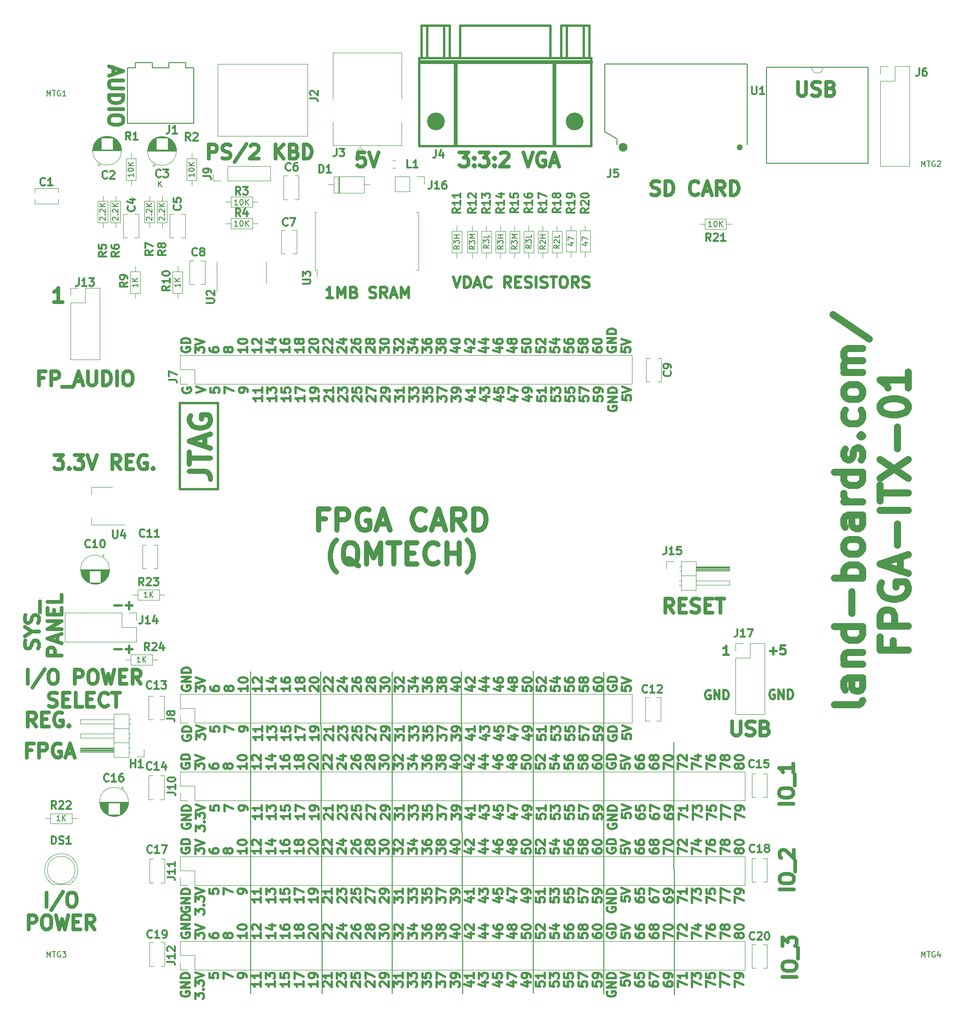
<source format=gto>
G04 #@! TF.GenerationSoftware,KiCad,Pcbnew,(6.0.1)*
G04 #@! TF.CreationDate,2022-08-30T12:56:35-04:00*
G04 #@! TF.ProjectId,FPGA-ITX-01,46504741-2d49-4545-982d-30312e6b6963,1*
G04 #@! TF.SameCoordinates,Original*
G04 #@! TF.FileFunction,Legend,Top*
G04 #@! TF.FilePolarity,Positive*
%FSLAX46Y46*%
G04 Gerber Fmt 4.6, Leading zero omitted, Abs format (unit mm)*
G04 Created by KiCad (PCBNEW (6.0.1)) date 2022-08-30 12:56:35*
%MOMM*%
%LPD*%
G01*
G04 APERTURE LIST*
%ADD10C,0.396875*%
%ADD11C,0.635000*%
%ADD12C,0.150000*%
%ADD13C,0.381000*%
%ADD14C,0.952500*%
%ADD15C,0.500000*%
%ADD16C,1.270000*%
%ADD17C,0.349250*%
%ADD18C,0.120000*%
%ADD19C,0.010000*%
%ADD20C,0.650000*%
%ADD21C,1.100000*%
%ADD22C,1.600000*%
%ADD23C,3.200000*%
G04 APERTURE END LIST*
D10*
X269799744Y-145711363D02*
X271009268Y-145711363D01*
X270404506Y-146340315D02*
X270404506Y-145082411D01*
X272521173Y-144689315D02*
X271765221Y-144689315D01*
X271689625Y-145475506D01*
X271765221Y-145396887D01*
X271916411Y-145318268D01*
X272294387Y-145318268D01*
X272445578Y-145396887D01*
X272521173Y-145475506D01*
X272596768Y-145632744D01*
X272596768Y-146025839D01*
X272521173Y-146183077D01*
X272445578Y-146261696D01*
X272294387Y-146340315D01*
X271916411Y-146340315D01*
X271765221Y-146261696D01*
X271689625Y-146183077D01*
X270631292Y-152742265D02*
X270480102Y-152663645D01*
X270253316Y-152663645D01*
X270026530Y-152742265D01*
X269875340Y-152899503D01*
X269799744Y-153056741D01*
X269724149Y-153371217D01*
X269724149Y-153607074D01*
X269799744Y-153921550D01*
X269875340Y-154078788D01*
X270026530Y-154236026D01*
X270253316Y-154314645D01*
X270404506Y-154314645D01*
X270631292Y-154236026D01*
X270706887Y-154157407D01*
X270706887Y-153607074D01*
X270404506Y-153607074D01*
X271387244Y-154314645D02*
X271387244Y-152663645D01*
X272294387Y-154314645D01*
X272294387Y-152663645D01*
X273050340Y-154314645D02*
X273050340Y-152663645D01*
X273428316Y-152663645D01*
X273655102Y-152742265D01*
X273806292Y-152899503D01*
X273881887Y-153056741D01*
X273957483Y-153371217D01*
X273957483Y-153607074D01*
X273881887Y-153921550D01*
X273806292Y-154078788D01*
X273655102Y-154236026D01*
X273428316Y-154314645D01*
X273050340Y-154314645D01*
X262380450Y-146416515D02*
X261473307Y-146416515D01*
X261926878Y-146416515D02*
X261926878Y-144765515D01*
X261775688Y-145001373D01*
X261624497Y-145158611D01*
X261473307Y-145237230D01*
X259054259Y-152818465D02*
X258903069Y-152739845D01*
X258676283Y-152739845D01*
X258449497Y-152818465D01*
X258298307Y-152975703D01*
X258222712Y-153132941D01*
X258147116Y-153447417D01*
X258147116Y-153683274D01*
X258222712Y-153997750D01*
X258298307Y-154154988D01*
X258449497Y-154312226D01*
X258676283Y-154390845D01*
X258827474Y-154390845D01*
X259054259Y-154312226D01*
X259129855Y-154233607D01*
X259129855Y-153683274D01*
X258827474Y-153683274D01*
X259810212Y-154390845D02*
X259810212Y-152739845D01*
X260717355Y-154390845D01*
X260717355Y-152739845D01*
X261473307Y-154390845D02*
X261473307Y-152739845D01*
X261851283Y-152739845D01*
X262078069Y-152818465D01*
X262229259Y-152975703D01*
X262304855Y-153132941D01*
X262380450Y-153447417D01*
X262380450Y-153683274D01*
X262304855Y-153997750D01*
X262229259Y-154154988D01*
X262078069Y-154312226D01*
X261851283Y-154390845D01*
X261473307Y-154390845D01*
D11*
X263093361Y-158395447D02*
X263093361Y-160451638D01*
X263214314Y-160693542D01*
X263335266Y-160814495D01*
X263577171Y-160935447D01*
X264060980Y-160935447D01*
X264302885Y-160814495D01*
X264423838Y-160693542D01*
X264544790Y-160451638D01*
X264544790Y-158395447D01*
X265633361Y-160814495D02*
X265996219Y-160935447D01*
X266600980Y-160935447D01*
X266842885Y-160814495D01*
X266963838Y-160693542D01*
X267084790Y-160451638D01*
X267084790Y-160209733D01*
X266963838Y-159967828D01*
X266842885Y-159846876D01*
X266600980Y-159725923D01*
X266117171Y-159604971D01*
X265875266Y-159484019D01*
X265754314Y-159363066D01*
X265633361Y-159121161D01*
X265633361Y-158879257D01*
X265754314Y-158637352D01*
X265875266Y-158516400D01*
X266117171Y-158395447D01*
X266721933Y-158395447D01*
X267084790Y-158516400D01*
X269020028Y-159604971D02*
X269382885Y-159725923D01*
X269503838Y-159846876D01*
X269624790Y-160088780D01*
X269624790Y-160451638D01*
X269503838Y-160693542D01*
X269382885Y-160814495D01*
X269140980Y-160935447D01*
X268173361Y-160935447D01*
X268173361Y-158395447D01*
X269020028Y-158395447D01*
X269261933Y-158516400D01*
X269382885Y-158637352D01*
X269503838Y-158879257D01*
X269503838Y-159121161D01*
X269382885Y-159363066D01*
X269261933Y-159484019D01*
X269020028Y-159604971D01*
X268173361Y-159604971D01*
D12*
X214528400Y-207391000D02*
X214274400Y-149479000D01*
X227203000Y-149352000D02*
X227203000Y-207264000D01*
X188976000Y-149428200D02*
X189230000Y-207340200D01*
X201803000Y-207340200D02*
X201803000Y-149428200D01*
D13*
X163580000Y-101062000D02*
X170438000Y-101062000D01*
X170438000Y-101062000D02*
X170438000Y-116556000D01*
X170438000Y-116556000D02*
X163580000Y-116556000D01*
X163580000Y-116556000D02*
X163580000Y-101062000D01*
D12*
X252526800Y-162102800D02*
X252603000Y-207594200D01*
X239928400Y-149504400D02*
X239928400Y-207416400D01*
X176377600Y-207391000D02*
X176377600Y-149479000D01*
D10*
X163869688Y-165965507D02*
X163794092Y-166116697D01*
X163794092Y-166343483D01*
X163869688Y-166570269D01*
X164020878Y-166721459D01*
X164172068Y-166797055D01*
X164474449Y-166872650D01*
X164701235Y-166872650D01*
X165003616Y-166797055D01*
X165154807Y-166721459D01*
X165305997Y-166570269D01*
X165381592Y-166343483D01*
X165381592Y-166192293D01*
X165305997Y-165965507D01*
X165230402Y-165889912D01*
X164701235Y-165889912D01*
X164701235Y-166192293D01*
X165381592Y-165209555D02*
X163794092Y-165209555D01*
X163794092Y-164831578D01*
X163869688Y-164604793D01*
X164020878Y-164453602D01*
X164172068Y-164378007D01*
X164474449Y-164302412D01*
X164701235Y-164302412D01*
X165003616Y-164378007D01*
X165154807Y-164453602D01*
X165305997Y-164604793D01*
X165381592Y-164831578D01*
X165381592Y-165209555D01*
X166349967Y-166948245D02*
X166349967Y-165965507D01*
X166954729Y-166494674D01*
X166954729Y-166267888D01*
X167030324Y-166116697D01*
X167105920Y-166041102D01*
X167257110Y-165965507D01*
X167635086Y-165965507D01*
X167786277Y-166041102D01*
X167861872Y-166116697D01*
X167937467Y-166267888D01*
X167937467Y-166721459D01*
X167861872Y-166872650D01*
X167786277Y-166948245D01*
X166349967Y-165511936D02*
X167937467Y-164982769D01*
X166349967Y-164453602D01*
X168905842Y-166116697D02*
X168905842Y-166419078D01*
X168981438Y-166570269D01*
X169057033Y-166645864D01*
X169283818Y-166797055D01*
X169586199Y-166872650D01*
X170190961Y-166872650D01*
X170342152Y-166797055D01*
X170417747Y-166721459D01*
X170493342Y-166570269D01*
X170493342Y-166267888D01*
X170417747Y-166116697D01*
X170342152Y-166041102D01*
X170190961Y-165965507D01*
X169812985Y-165965507D01*
X169661795Y-166041102D01*
X169586199Y-166116697D01*
X169510604Y-166267888D01*
X169510604Y-166570269D01*
X169586199Y-166721459D01*
X169661795Y-166797055D01*
X169812985Y-166872650D01*
X172142074Y-166570269D02*
X172066479Y-166721459D01*
X171990884Y-166797055D01*
X171839693Y-166872650D01*
X171764098Y-166872650D01*
X171612908Y-166797055D01*
X171537313Y-166721459D01*
X171461717Y-166570269D01*
X171461717Y-166267888D01*
X171537313Y-166116697D01*
X171612908Y-166041102D01*
X171764098Y-165965507D01*
X171839693Y-165965507D01*
X171990884Y-166041102D01*
X172066479Y-166116697D01*
X172142074Y-166267888D01*
X172142074Y-166570269D01*
X172217670Y-166721459D01*
X172293265Y-166797055D01*
X172444455Y-166872650D01*
X172746836Y-166872650D01*
X172898027Y-166797055D01*
X172973622Y-166721459D01*
X173049217Y-166570269D01*
X173049217Y-166267888D01*
X172973622Y-166116697D01*
X172898027Y-166041102D01*
X172746836Y-165965507D01*
X172444455Y-165965507D01*
X172293265Y-166041102D01*
X172217670Y-166116697D01*
X172142074Y-166267888D01*
X175605092Y-165965507D02*
X175605092Y-166872650D01*
X175605092Y-166419078D02*
X174017592Y-166419078D01*
X174244378Y-166570269D01*
X174395568Y-166721459D01*
X174471164Y-166872650D01*
X174017592Y-164982769D02*
X174017592Y-164831578D01*
X174093188Y-164680388D01*
X174168783Y-164604793D01*
X174319973Y-164529197D01*
X174622354Y-164453602D01*
X175000330Y-164453602D01*
X175302711Y-164529197D01*
X175453902Y-164604793D01*
X175529497Y-164680388D01*
X175605092Y-164831578D01*
X175605092Y-164982769D01*
X175529497Y-165133959D01*
X175453902Y-165209555D01*
X175302711Y-165285150D01*
X175000330Y-165360745D01*
X174622354Y-165360745D01*
X174319973Y-165285150D01*
X174168783Y-165209555D01*
X174093188Y-165133959D01*
X174017592Y-164982769D01*
X178160967Y-165965507D02*
X178160967Y-166872650D01*
X178160967Y-166419078D02*
X176573467Y-166419078D01*
X176800253Y-166570269D01*
X176951443Y-166721459D01*
X177027039Y-166872650D01*
X176724658Y-165360745D02*
X176649063Y-165285150D01*
X176573467Y-165133959D01*
X176573467Y-164755983D01*
X176649063Y-164604793D01*
X176724658Y-164529197D01*
X176875848Y-164453602D01*
X177027039Y-164453602D01*
X177253824Y-164529197D01*
X178160967Y-165436340D01*
X178160967Y-164453602D01*
X180716842Y-165965507D02*
X180716842Y-166872650D01*
X180716842Y-166419078D02*
X179129342Y-166419078D01*
X179356128Y-166570269D01*
X179507318Y-166721459D01*
X179582914Y-166872650D01*
X179658509Y-164604793D02*
X180716842Y-164604793D01*
X179053747Y-164982769D02*
X180187676Y-165360745D01*
X180187676Y-164378007D01*
X183272717Y-165965507D02*
X183272717Y-166872650D01*
X183272717Y-166419078D02*
X181685217Y-166419078D01*
X181912003Y-166570269D01*
X182063193Y-166721459D01*
X182138789Y-166872650D01*
X181685217Y-164604793D02*
X181685217Y-164907174D01*
X181760813Y-165058364D01*
X181836408Y-165133959D01*
X182063193Y-165285150D01*
X182365574Y-165360745D01*
X182970336Y-165360745D01*
X183121527Y-165285150D01*
X183197122Y-165209555D01*
X183272717Y-165058364D01*
X183272717Y-164755983D01*
X183197122Y-164604793D01*
X183121527Y-164529197D01*
X182970336Y-164453602D01*
X182592360Y-164453602D01*
X182441170Y-164529197D01*
X182365574Y-164604793D01*
X182289979Y-164755983D01*
X182289979Y-165058364D01*
X182365574Y-165209555D01*
X182441170Y-165285150D01*
X182592360Y-165360745D01*
X185828592Y-165965507D02*
X185828592Y-166872650D01*
X185828592Y-166419078D02*
X184241092Y-166419078D01*
X184467878Y-166570269D01*
X184619068Y-166721459D01*
X184694664Y-166872650D01*
X184921449Y-165058364D02*
X184845854Y-165209555D01*
X184770259Y-165285150D01*
X184619068Y-165360745D01*
X184543473Y-165360745D01*
X184392283Y-165285150D01*
X184316688Y-165209555D01*
X184241092Y-165058364D01*
X184241092Y-164755983D01*
X184316688Y-164604793D01*
X184392283Y-164529197D01*
X184543473Y-164453602D01*
X184619068Y-164453602D01*
X184770259Y-164529197D01*
X184845854Y-164604793D01*
X184921449Y-164755983D01*
X184921449Y-165058364D01*
X184997045Y-165209555D01*
X185072640Y-165285150D01*
X185223830Y-165360745D01*
X185526211Y-165360745D01*
X185677402Y-165285150D01*
X185752997Y-165209555D01*
X185828592Y-165058364D01*
X185828592Y-164755983D01*
X185752997Y-164604793D01*
X185677402Y-164529197D01*
X185526211Y-164453602D01*
X185223830Y-164453602D01*
X185072640Y-164529197D01*
X184997045Y-164604793D01*
X184921449Y-164755983D01*
X186948158Y-166872650D02*
X186872563Y-166797055D01*
X186796967Y-166645864D01*
X186796967Y-166267888D01*
X186872563Y-166116697D01*
X186948158Y-166041102D01*
X187099348Y-165965507D01*
X187250539Y-165965507D01*
X187477324Y-166041102D01*
X188384467Y-166948245D01*
X188384467Y-165965507D01*
X186796967Y-164982769D02*
X186796967Y-164831578D01*
X186872563Y-164680388D01*
X186948158Y-164604793D01*
X187099348Y-164529197D01*
X187401729Y-164453602D01*
X187779705Y-164453602D01*
X188082086Y-164529197D01*
X188233277Y-164604793D01*
X188308872Y-164680388D01*
X188384467Y-164831578D01*
X188384467Y-164982769D01*
X188308872Y-165133959D01*
X188233277Y-165209555D01*
X188082086Y-165285150D01*
X187779705Y-165360745D01*
X187401729Y-165360745D01*
X187099348Y-165285150D01*
X186948158Y-165209555D01*
X186872563Y-165133959D01*
X186796967Y-164982769D01*
X189504033Y-166872650D02*
X189428438Y-166797055D01*
X189352842Y-166645864D01*
X189352842Y-166267888D01*
X189428438Y-166116697D01*
X189504033Y-166041102D01*
X189655223Y-165965507D01*
X189806414Y-165965507D01*
X190033199Y-166041102D01*
X190940342Y-166948245D01*
X190940342Y-165965507D01*
X189504033Y-165360745D02*
X189428438Y-165285150D01*
X189352842Y-165133959D01*
X189352842Y-164755983D01*
X189428438Y-164604793D01*
X189504033Y-164529197D01*
X189655223Y-164453602D01*
X189806414Y-164453602D01*
X190033199Y-164529197D01*
X190940342Y-165436340D01*
X190940342Y-164453602D01*
X192059908Y-166872650D02*
X191984313Y-166797055D01*
X191908717Y-166645864D01*
X191908717Y-166267888D01*
X191984313Y-166116697D01*
X192059908Y-166041102D01*
X192211098Y-165965507D01*
X192362289Y-165965507D01*
X192589074Y-166041102D01*
X193496217Y-166948245D01*
X193496217Y-165965507D01*
X192437884Y-164604793D02*
X193496217Y-164604793D01*
X191833122Y-164982769D02*
X192967051Y-165360745D01*
X192967051Y-164378007D01*
X194615783Y-166872650D02*
X194540188Y-166797055D01*
X194464592Y-166645864D01*
X194464592Y-166267888D01*
X194540188Y-166116697D01*
X194615783Y-166041102D01*
X194766973Y-165965507D01*
X194918164Y-165965507D01*
X195144949Y-166041102D01*
X196052092Y-166948245D01*
X196052092Y-165965507D01*
X194464592Y-164604793D02*
X194464592Y-164907174D01*
X194540188Y-165058364D01*
X194615783Y-165133959D01*
X194842568Y-165285150D01*
X195144949Y-165360745D01*
X195749711Y-165360745D01*
X195900902Y-165285150D01*
X195976497Y-165209555D01*
X196052092Y-165058364D01*
X196052092Y-164755983D01*
X195976497Y-164604793D01*
X195900902Y-164529197D01*
X195749711Y-164453602D01*
X195371735Y-164453602D01*
X195220545Y-164529197D01*
X195144949Y-164604793D01*
X195069354Y-164755983D01*
X195069354Y-165058364D01*
X195144949Y-165209555D01*
X195220545Y-165285150D01*
X195371735Y-165360745D01*
X197171658Y-166872650D02*
X197096063Y-166797055D01*
X197020467Y-166645864D01*
X197020467Y-166267888D01*
X197096063Y-166116697D01*
X197171658Y-166041102D01*
X197322848Y-165965507D01*
X197474039Y-165965507D01*
X197700824Y-166041102D01*
X198607967Y-166948245D01*
X198607967Y-165965507D01*
X197700824Y-165058364D02*
X197625229Y-165209555D01*
X197549634Y-165285150D01*
X197398443Y-165360745D01*
X197322848Y-165360745D01*
X197171658Y-165285150D01*
X197096063Y-165209555D01*
X197020467Y-165058364D01*
X197020467Y-164755983D01*
X197096063Y-164604793D01*
X197171658Y-164529197D01*
X197322848Y-164453602D01*
X197398443Y-164453602D01*
X197549634Y-164529197D01*
X197625229Y-164604793D01*
X197700824Y-164755983D01*
X197700824Y-165058364D01*
X197776420Y-165209555D01*
X197852015Y-165285150D01*
X198003205Y-165360745D01*
X198305586Y-165360745D01*
X198456777Y-165285150D01*
X198532372Y-165209555D01*
X198607967Y-165058364D01*
X198607967Y-164755983D01*
X198532372Y-164604793D01*
X198456777Y-164529197D01*
X198305586Y-164453602D01*
X198003205Y-164453602D01*
X197852015Y-164529197D01*
X197776420Y-164604793D01*
X197700824Y-164755983D01*
X199576342Y-166948245D02*
X199576342Y-165965507D01*
X200181104Y-166494674D01*
X200181104Y-166267888D01*
X200256699Y-166116697D01*
X200332295Y-166041102D01*
X200483485Y-165965507D01*
X200861461Y-165965507D01*
X201012652Y-166041102D01*
X201088247Y-166116697D01*
X201163842Y-166267888D01*
X201163842Y-166721459D01*
X201088247Y-166872650D01*
X201012652Y-166948245D01*
X199576342Y-164982769D02*
X199576342Y-164831578D01*
X199651938Y-164680388D01*
X199727533Y-164604793D01*
X199878723Y-164529197D01*
X200181104Y-164453602D01*
X200559080Y-164453602D01*
X200861461Y-164529197D01*
X201012652Y-164604793D01*
X201088247Y-164680388D01*
X201163842Y-164831578D01*
X201163842Y-164982769D01*
X201088247Y-165133959D01*
X201012652Y-165209555D01*
X200861461Y-165285150D01*
X200559080Y-165360745D01*
X200181104Y-165360745D01*
X199878723Y-165285150D01*
X199727533Y-165209555D01*
X199651938Y-165133959D01*
X199576342Y-164982769D01*
X202132217Y-166948245D02*
X202132217Y-165965507D01*
X202736979Y-166494674D01*
X202736979Y-166267888D01*
X202812574Y-166116697D01*
X202888170Y-166041102D01*
X203039360Y-165965507D01*
X203417336Y-165965507D01*
X203568527Y-166041102D01*
X203644122Y-166116697D01*
X203719717Y-166267888D01*
X203719717Y-166721459D01*
X203644122Y-166872650D01*
X203568527Y-166948245D01*
X202283408Y-165360745D02*
X202207813Y-165285150D01*
X202132217Y-165133959D01*
X202132217Y-164755983D01*
X202207813Y-164604793D01*
X202283408Y-164529197D01*
X202434598Y-164453602D01*
X202585789Y-164453602D01*
X202812574Y-164529197D01*
X203719717Y-165436340D01*
X203719717Y-164453602D01*
X204688092Y-166948245D02*
X204688092Y-165965507D01*
X205292854Y-166494674D01*
X205292854Y-166267888D01*
X205368449Y-166116697D01*
X205444045Y-166041102D01*
X205595235Y-165965507D01*
X205973211Y-165965507D01*
X206124402Y-166041102D01*
X206199997Y-166116697D01*
X206275592Y-166267888D01*
X206275592Y-166721459D01*
X206199997Y-166872650D01*
X206124402Y-166948245D01*
X205217259Y-164604793D02*
X206275592Y-164604793D01*
X204612497Y-164982769D02*
X205746426Y-165360745D01*
X205746426Y-164378007D01*
X207243967Y-166948245D02*
X207243967Y-165965507D01*
X207848729Y-166494674D01*
X207848729Y-166267888D01*
X207924324Y-166116697D01*
X207999920Y-166041102D01*
X208151110Y-165965507D01*
X208529086Y-165965507D01*
X208680277Y-166041102D01*
X208755872Y-166116697D01*
X208831467Y-166267888D01*
X208831467Y-166721459D01*
X208755872Y-166872650D01*
X208680277Y-166948245D01*
X207243967Y-164604793D02*
X207243967Y-164907174D01*
X207319563Y-165058364D01*
X207395158Y-165133959D01*
X207621943Y-165285150D01*
X207924324Y-165360745D01*
X208529086Y-165360745D01*
X208680277Y-165285150D01*
X208755872Y-165209555D01*
X208831467Y-165058364D01*
X208831467Y-164755983D01*
X208755872Y-164604793D01*
X208680277Y-164529197D01*
X208529086Y-164453602D01*
X208151110Y-164453602D01*
X207999920Y-164529197D01*
X207924324Y-164604793D01*
X207848729Y-164755983D01*
X207848729Y-165058364D01*
X207924324Y-165209555D01*
X207999920Y-165285150D01*
X208151110Y-165360745D01*
X209799842Y-166948245D02*
X209799842Y-165965507D01*
X210404604Y-166494674D01*
X210404604Y-166267888D01*
X210480199Y-166116697D01*
X210555795Y-166041102D01*
X210706985Y-165965507D01*
X211084961Y-165965507D01*
X211236152Y-166041102D01*
X211311747Y-166116697D01*
X211387342Y-166267888D01*
X211387342Y-166721459D01*
X211311747Y-166872650D01*
X211236152Y-166948245D01*
X210480199Y-165058364D02*
X210404604Y-165209555D01*
X210329009Y-165285150D01*
X210177818Y-165360745D01*
X210102223Y-165360745D01*
X209951033Y-165285150D01*
X209875438Y-165209555D01*
X209799842Y-165058364D01*
X209799842Y-164755983D01*
X209875438Y-164604793D01*
X209951033Y-164529197D01*
X210102223Y-164453602D01*
X210177818Y-164453602D01*
X210329009Y-164529197D01*
X210404604Y-164604793D01*
X210480199Y-164755983D01*
X210480199Y-165058364D01*
X210555795Y-165209555D01*
X210631390Y-165285150D01*
X210782580Y-165360745D01*
X211084961Y-165360745D01*
X211236152Y-165285150D01*
X211311747Y-165209555D01*
X211387342Y-165058364D01*
X211387342Y-164755983D01*
X211311747Y-164604793D01*
X211236152Y-164529197D01*
X211084961Y-164453602D01*
X210782580Y-164453602D01*
X210631390Y-164529197D01*
X210555795Y-164604793D01*
X210480199Y-164755983D01*
X212884884Y-166116697D02*
X213943217Y-166116697D01*
X212280122Y-166494674D02*
X213414051Y-166872650D01*
X213414051Y-165889912D01*
X212355717Y-164982769D02*
X212355717Y-164831578D01*
X212431313Y-164680388D01*
X212506908Y-164604793D01*
X212658098Y-164529197D01*
X212960479Y-164453602D01*
X213338455Y-164453602D01*
X213640836Y-164529197D01*
X213792027Y-164604793D01*
X213867622Y-164680388D01*
X213943217Y-164831578D01*
X213943217Y-164982769D01*
X213867622Y-165133959D01*
X213792027Y-165209555D01*
X213640836Y-165285150D01*
X213338455Y-165360745D01*
X212960479Y-165360745D01*
X212658098Y-165285150D01*
X212506908Y-165209555D01*
X212431313Y-165133959D01*
X212355717Y-164982769D01*
X215440759Y-166116697D02*
X216499092Y-166116697D01*
X214835997Y-166494674D02*
X215969926Y-166872650D01*
X215969926Y-165889912D01*
X215062783Y-165360745D02*
X214987188Y-165285150D01*
X214911592Y-165133959D01*
X214911592Y-164755983D01*
X214987188Y-164604793D01*
X215062783Y-164529197D01*
X215213973Y-164453602D01*
X215365164Y-164453602D01*
X215591949Y-164529197D01*
X216499092Y-165436340D01*
X216499092Y-164453602D01*
X217996634Y-166116697D02*
X219054967Y-166116697D01*
X217391872Y-166494674D02*
X218525801Y-166872650D01*
X218525801Y-165889912D01*
X217996634Y-164604793D02*
X219054967Y-164604793D01*
X217391872Y-164982769D02*
X218525801Y-165360745D01*
X218525801Y-164378007D01*
X220552509Y-166116697D02*
X221610842Y-166116697D01*
X219947747Y-166494674D02*
X221081676Y-166872650D01*
X221081676Y-165889912D01*
X220023342Y-164604793D02*
X220023342Y-164907174D01*
X220098938Y-165058364D01*
X220174533Y-165133959D01*
X220401318Y-165285150D01*
X220703699Y-165360745D01*
X221308461Y-165360745D01*
X221459652Y-165285150D01*
X221535247Y-165209555D01*
X221610842Y-165058364D01*
X221610842Y-164755983D01*
X221535247Y-164604793D01*
X221459652Y-164529197D01*
X221308461Y-164453602D01*
X220930485Y-164453602D01*
X220779295Y-164529197D01*
X220703699Y-164604793D01*
X220628104Y-164755983D01*
X220628104Y-165058364D01*
X220703699Y-165209555D01*
X220779295Y-165285150D01*
X220930485Y-165360745D01*
X223108384Y-166116697D02*
X224166717Y-166116697D01*
X222503622Y-166494674D02*
X223637551Y-166872650D01*
X223637551Y-165889912D01*
X223259574Y-165058364D02*
X223183979Y-165209555D01*
X223108384Y-165285150D01*
X222957193Y-165360745D01*
X222881598Y-165360745D01*
X222730408Y-165285150D01*
X222654813Y-165209555D01*
X222579217Y-165058364D01*
X222579217Y-164755983D01*
X222654813Y-164604793D01*
X222730408Y-164529197D01*
X222881598Y-164453602D01*
X222957193Y-164453602D01*
X223108384Y-164529197D01*
X223183979Y-164604793D01*
X223259574Y-164755983D01*
X223259574Y-165058364D01*
X223335170Y-165209555D01*
X223410765Y-165285150D01*
X223561955Y-165360745D01*
X223864336Y-165360745D01*
X224015527Y-165285150D01*
X224091122Y-165209555D01*
X224166717Y-165058364D01*
X224166717Y-164755983D01*
X224091122Y-164604793D01*
X224015527Y-164529197D01*
X223864336Y-164453602D01*
X223561955Y-164453602D01*
X223410765Y-164529197D01*
X223335170Y-164604793D01*
X223259574Y-164755983D01*
X225135092Y-166041102D02*
X225135092Y-166797055D01*
X225891045Y-166872650D01*
X225815449Y-166797055D01*
X225739854Y-166645864D01*
X225739854Y-166267888D01*
X225815449Y-166116697D01*
X225891045Y-166041102D01*
X226042235Y-165965507D01*
X226420211Y-165965507D01*
X226571402Y-166041102D01*
X226646997Y-166116697D01*
X226722592Y-166267888D01*
X226722592Y-166645864D01*
X226646997Y-166797055D01*
X226571402Y-166872650D01*
X225135092Y-164982769D02*
X225135092Y-164831578D01*
X225210688Y-164680388D01*
X225286283Y-164604793D01*
X225437473Y-164529197D01*
X225739854Y-164453602D01*
X226117830Y-164453602D01*
X226420211Y-164529197D01*
X226571402Y-164604793D01*
X226646997Y-164680388D01*
X226722592Y-164831578D01*
X226722592Y-164982769D01*
X226646997Y-165133959D01*
X226571402Y-165209555D01*
X226420211Y-165285150D01*
X226117830Y-165360745D01*
X225739854Y-165360745D01*
X225437473Y-165285150D01*
X225286283Y-165209555D01*
X225210688Y-165133959D01*
X225135092Y-164982769D01*
X227690967Y-166041102D02*
X227690967Y-166797055D01*
X228446920Y-166872650D01*
X228371324Y-166797055D01*
X228295729Y-166645864D01*
X228295729Y-166267888D01*
X228371324Y-166116697D01*
X228446920Y-166041102D01*
X228598110Y-165965507D01*
X228976086Y-165965507D01*
X229127277Y-166041102D01*
X229202872Y-166116697D01*
X229278467Y-166267888D01*
X229278467Y-166645864D01*
X229202872Y-166797055D01*
X229127277Y-166872650D01*
X227842158Y-165360745D02*
X227766563Y-165285150D01*
X227690967Y-165133959D01*
X227690967Y-164755983D01*
X227766563Y-164604793D01*
X227842158Y-164529197D01*
X227993348Y-164453602D01*
X228144539Y-164453602D01*
X228371324Y-164529197D01*
X229278467Y-165436340D01*
X229278467Y-164453602D01*
X230246842Y-166041102D02*
X230246842Y-166797055D01*
X231002795Y-166872650D01*
X230927199Y-166797055D01*
X230851604Y-166645864D01*
X230851604Y-166267888D01*
X230927199Y-166116697D01*
X231002795Y-166041102D01*
X231153985Y-165965507D01*
X231531961Y-165965507D01*
X231683152Y-166041102D01*
X231758747Y-166116697D01*
X231834342Y-166267888D01*
X231834342Y-166645864D01*
X231758747Y-166797055D01*
X231683152Y-166872650D01*
X230776009Y-164604793D02*
X231834342Y-164604793D01*
X230171247Y-164982769D02*
X231305176Y-165360745D01*
X231305176Y-164378007D01*
X232802717Y-166041102D02*
X232802717Y-166797055D01*
X233558670Y-166872650D01*
X233483074Y-166797055D01*
X233407479Y-166645864D01*
X233407479Y-166267888D01*
X233483074Y-166116697D01*
X233558670Y-166041102D01*
X233709860Y-165965507D01*
X234087836Y-165965507D01*
X234239027Y-166041102D01*
X234314622Y-166116697D01*
X234390217Y-166267888D01*
X234390217Y-166645864D01*
X234314622Y-166797055D01*
X234239027Y-166872650D01*
X232802717Y-164604793D02*
X232802717Y-164907174D01*
X232878313Y-165058364D01*
X232953908Y-165133959D01*
X233180693Y-165285150D01*
X233483074Y-165360745D01*
X234087836Y-165360745D01*
X234239027Y-165285150D01*
X234314622Y-165209555D01*
X234390217Y-165058364D01*
X234390217Y-164755983D01*
X234314622Y-164604793D01*
X234239027Y-164529197D01*
X234087836Y-164453602D01*
X233709860Y-164453602D01*
X233558670Y-164529197D01*
X233483074Y-164604793D01*
X233407479Y-164755983D01*
X233407479Y-165058364D01*
X233483074Y-165209555D01*
X233558670Y-165285150D01*
X233709860Y-165360745D01*
X235358592Y-166041102D02*
X235358592Y-166797055D01*
X236114545Y-166872650D01*
X236038949Y-166797055D01*
X235963354Y-166645864D01*
X235963354Y-166267888D01*
X236038949Y-166116697D01*
X236114545Y-166041102D01*
X236265735Y-165965507D01*
X236643711Y-165965507D01*
X236794902Y-166041102D01*
X236870497Y-166116697D01*
X236946092Y-166267888D01*
X236946092Y-166645864D01*
X236870497Y-166797055D01*
X236794902Y-166872650D01*
X236038949Y-165058364D02*
X235963354Y-165209555D01*
X235887759Y-165285150D01*
X235736568Y-165360745D01*
X235660973Y-165360745D01*
X235509783Y-165285150D01*
X235434188Y-165209555D01*
X235358592Y-165058364D01*
X235358592Y-164755983D01*
X235434188Y-164604793D01*
X235509783Y-164529197D01*
X235660973Y-164453602D01*
X235736568Y-164453602D01*
X235887759Y-164529197D01*
X235963354Y-164604793D01*
X236038949Y-164755983D01*
X236038949Y-165058364D01*
X236114545Y-165209555D01*
X236190140Y-165285150D01*
X236341330Y-165360745D01*
X236643711Y-165360745D01*
X236794902Y-165285150D01*
X236870497Y-165209555D01*
X236946092Y-165058364D01*
X236946092Y-164755983D01*
X236870497Y-164604793D01*
X236794902Y-164529197D01*
X236643711Y-164453602D01*
X236341330Y-164453602D01*
X236190140Y-164529197D01*
X236114545Y-164604793D01*
X236038949Y-164755983D01*
X237914467Y-166116697D02*
X237914467Y-166419078D01*
X237990063Y-166570269D01*
X238065658Y-166645864D01*
X238292443Y-166797055D01*
X238594824Y-166872650D01*
X239199586Y-166872650D01*
X239350777Y-166797055D01*
X239426372Y-166721459D01*
X239501967Y-166570269D01*
X239501967Y-166267888D01*
X239426372Y-166116697D01*
X239350777Y-166041102D01*
X239199586Y-165965507D01*
X238821610Y-165965507D01*
X238670420Y-166041102D01*
X238594824Y-166116697D01*
X238519229Y-166267888D01*
X238519229Y-166570269D01*
X238594824Y-166721459D01*
X238670420Y-166797055D01*
X238821610Y-166872650D01*
X237914467Y-164982769D02*
X237914467Y-164831578D01*
X237990063Y-164680388D01*
X238065658Y-164604793D01*
X238216848Y-164529197D01*
X238519229Y-164453602D01*
X238897205Y-164453602D01*
X239199586Y-164529197D01*
X239350777Y-164604793D01*
X239426372Y-164680388D01*
X239501967Y-164831578D01*
X239501967Y-164982769D01*
X239426372Y-165133959D01*
X239350777Y-165209555D01*
X239199586Y-165285150D01*
X238897205Y-165360745D01*
X238519229Y-165360745D01*
X238216848Y-165285150D01*
X238065658Y-165209555D01*
X237990063Y-165133959D01*
X237914467Y-164982769D01*
X240545938Y-165965507D02*
X240470342Y-166116697D01*
X240470342Y-166343483D01*
X240545938Y-166570269D01*
X240697128Y-166721459D01*
X240848318Y-166797055D01*
X241150699Y-166872650D01*
X241377485Y-166872650D01*
X241679866Y-166797055D01*
X241831057Y-166721459D01*
X241982247Y-166570269D01*
X242057842Y-166343483D01*
X242057842Y-166192293D01*
X241982247Y-165965507D01*
X241906652Y-165889912D01*
X241377485Y-165889912D01*
X241377485Y-166192293D01*
X242057842Y-165209555D02*
X240470342Y-165209555D01*
X240470342Y-164831578D01*
X240545938Y-164604793D01*
X240697128Y-164453602D01*
X240848318Y-164378007D01*
X241150699Y-164302412D01*
X241377485Y-164302412D01*
X241679866Y-164378007D01*
X241831057Y-164453602D01*
X241982247Y-164604793D01*
X242057842Y-164831578D01*
X242057842Y-165209555D01*
X243026217Y-166041102D02*
X243026217Y-166797055D01*
X243782170Y-166872650D01*
X243706574Y-166797055D01*
X243630979Y-166645864D01*
X243630979Y-166267888D01*
X243706574Y-166116697D01*
X243782170Y-166041102D01*
X243933360Y-165965507D01*
X244311336Y-165965507D01*
X244462527Y-166041102D01*
X244538122Y-166116697D01*
X244613717Y-166267888D01*
X244613717Y-166645864D01*
X244538122Y-166797055D01*
X244462527Y-166872650D01*
X243026217Y-165511936D02*
X244613717Y-164982769D01*
X243026217Y-164453602D01*
X245582092Y-166116697D02*
X245582092Y-166419078D01*
X245657688Y-166570269D01*
X245733283Y-166645864D01*
X245960068Y-166797055D01*
X246262449Y-166872650D01*
X246867211Y-166872650D01*
X247018402Y-166797055D01*
X247093997Y-166721459D01*
X247169592Y-166570269D01*
X247169592Y-166267888D01*
X247093997Y-166116697D01*
X247018402Y-166041102D01*
X246867211Y-165965507D01*
X246489235Y-165965507D01*
X246338045Y-166041102D01*
X246262449Y-166116697D01*
X246186854Y-166267888D01*
X246186854Y-166570269D01*
X246262449Y-166721459D01*
X246338045Y-166797055D01*
X246489235Y-166872650D01*
X245582092Y-164604793D02*
X245582092Y-164907174D01*
X245657688Y-165058364D01*
X245733283Y-165133959D01*
X245960068Y-165285150D01*
X246262449Y-165360745D01*
X246867211Y-165360745D01*
X247018402Y-165285150D01*
X247093997Y-165209555D01*
X247169592Y-165058364D01*
X247169592Y-164755983D01*
X247093997Y-164604793D01*
X247018402Y-164529197D01*
X246867211Y-164453602D01*
X246489235Y-164453602D01*
X246338045Y-164529197D01*
X246262449Y-164604793D01*
X246186854Y-164755983D01*
X246186854Y-165058364D01*
X246262449Y-165209555D01*
X246338045Y-165285150D01*
X246489235Y-165360745D01*
X248137967Y-166116697D02*
X248137967Y-166419078D01*
X248213563Y-166570269D01*
X248289158Y-166645864D01*
X248515943Y-166797055D01*
X248818324Y-166872650D01*
X249423086Y-166872650D01*
X249574277Y-166797055D01*
X249649872Y-166721459D01*
X249725467Y-166570269D01*
X249725467Y-166267888D01*
X249649872Y-166116697D01*
X249574277Y-166041102D01*
X249423086Y-165965507D01*
X249045110Y-165965507D01*
X248893920Y-166041102D01*
X248818324Y-166116697D01*
X248742729Y-166267888D01*
X248742729Y-166570269D01*
X248818324Y-166721459D01*
X248893920Y-166797055D01*
X249045110Y-166872650D01*
X248818324Y-165058364D02*
X248742729Y-165209555D01*
X248667134Y-165285150D01*
X248515943Y-165360745D01*
X248440348Y-165360745D01*
X248289158Y-165285150D01*
X248213563Y-165209555D01*
X248137967Y-165058364D01*
X248137967Y-164755983D01*
X248213563Y-164604793D01*
X248289158Y-164529197D01*
X248440348Y-164453602D01*
X248515943Y-164453602D01*
X248667134Y-164529197D01*
X248742729Y-164604793D01*
X248818324Y-164755983D01*
X248818324Y-165058364D01*
X248893920Y-165209555D01*
X248969515Y-165285150D01*
X249120705Y-165360745D01*
X249423086Y-165360745D01*
X249574277Y-165285150D01*
X249649872Y-165209555D01*
X249725467Y-165058364D01*
X249725467Y-164755983D01*
X249649872Y-164604793D01*
X249574277Y-164529197D01*
X249423086Y-164453602D01*
X249120705Y-164453602D01*
X248969515Y-164529197D01*
X248893920Y-164604793D01*
X248818324Y-164755983D01*
X250693842Y-166948245D02*
X250693842Y-165889912D01*
X252281342Y-166570269D01*
X250693842Y-164982769D02*
X250693842Y-164831578D01*
X250769438Y-164680388D01*
X250845033Y-164604793D01*
X250996223Y-164529197D01*
X251298604Y-164453602D01*
X251676580Y-164453602D01*
X251978961Y-164529197D01*
X252130152Y-164604793D01*
X252205747Y-164680388D01*
X252281342Y-164831578D01*
X252281342Y-164982769D01*
X252205747Y-165133959D01*
X252130152Y-165209555D01*
X251978961Y-165285150D01*
X251676580Y-165360745D01*
X251298604Y-165360745D01*
X250996223Y-165285150D01*
X250845033Y-165209555D01*
X250769438Y-165133959D01*
X250693842Y-164982769D01*
X253249717Y-166948245D02*
X253249717Y-165889912D01*
X254837217Y-166570269D01*
X253400908Y-165360745D02*
X253325313Y-165285150D01*
X253249717Y-165133959D01*
X253249717Y-164755983D01*
X253325313Y-164604793D01*
X253400908Y-164529197D01*
X253552098Y-164453602D01*
X253703289Y-164453602D01*
X253930074Y-164529197D01*
X254837217Y-165436340D01*
X254837217Y-164453602D01*
X255805592Y-166948245D02*
X255805592Y-165889912D01*
X257393092Y-166570269D01*
X256334759Y-164604793D02*
X257393092Y-164604793D01*
X255729997Y-164982769D02*
X256863926Y-165360745D01*
X256863926Y-164378007D01*
X258361467Y-166948245D02*
X258361467Y-165889912D01*
X259948967Y-166570269D01*
X258361467Y-164604793D02*
X258361467Y-164907174D01*
X258437063Y-165058364D01*
X258512658Y-165133959D01*
X258739443Y-165285150D01*
X259041824Y-165360745D01*
X259646586Y-165360745D01*
X259797777Y-165285150D01*
X259873372Y-165209555D01*
X259948967Y-165058364D01*
X259948967Y-164755983D01*
X259873372Y-164604793D01*
X259797777Y-164529197D01*
X259646586Y-164453602D01*
X259268610Y-164453602D01*
X259117420Y-164529197D01*
X259041824Y-164604793D01*
X258966229Y-164755983D01*
X258966229Y-165058364D01*
X259041824Y-165209555D01*
X259117420Y-165285150D01*
X259268610Y-165360745D01*
X260917342Y-166948245D02*
X260917342Y-165889912D01*
X262504842Y-166570269D01*
X261597699Y-165058364D02*
X261522104Y-165209555D01*
X261446509Y-165285150D01*
X261295318Y-165360745D01*
X261219723Y-165360745D01*
X261068533Y-165285150D01*
X260992938Y-165209555D01*
X260917342Y-165058364D01*
X260917342Y-164755983D01*
X260992938Y-164604793D01*
X261068533Y-164529197D01*
X261219723Y-164453602D01*
X261295318Y-164453602D01*
X261446509Y-164529197D01*
X261522104Y-164604793D01*
X261597699Y-164755983D01*
X261597699Y-165058364D01*
X261673295Y-165209555D01*
X261748890Y-165285150D01*
X261900080Y-165360745D01*
X262202461Y-165360745D01*
X262353652Y-165285150D01*
X262429247Y-165209555D01*
X262504842Y-165058364D01*
X262504842Y-164755983D01*
X262429247Y-164604793D01*
X262353652Y-164529197D01*
X262202461Y-164453602D01*
X261900080Y-164453602D01*
X261748890Y-164529197D01*
X261673295Y-164604793D01*
X261597699Y-164755983D01*
X264153574Y-166570269D02*
X264077979Y-166721459D01*
X264002384Y-166797055D01*
X263851193Y-166872650D01*
X263775598Y-166872650D01*
X263624408Y-166797055D01*
X263548813Y-166721459D01*
X263473217Y-166570269D01*
X263473217Y-166267888D01*
X263548813Y-166116697D01*
X263624408Y-166041102D01*
X263775598Y-165965507D01*
X263851193Y-165965507D01*
X264002384Y-166041102D01*
X264077979Y-166116697D01*
X264153574Y-166267888D01*
X264153574Y-166570269D01*
X264229170Y-166721459D01*
X264304765Y-166797055D01*
X264455955Y-166872650D01*
X264758336Y-166872650D01*
X264909527Y-166797055D01*
X264985122Y-166721459D01*
X265060717Y-166570269D01*
X265060717Y-166267888D01*
X264985122Y-166116697D01*
X264909527Y-166041102D01*
X264758336Y-165965507D01*
X264455955Y-165965507D01*
X264304765Y-166041102D01*
X264229170Y-166116697D01*
X264153574Y-166267888D01*
X263473217Y-164982769D02*
X263473217Y-164831578D01*
X263548813Y-164680388D01*
X263624408Y-164604793D01*
X263775598Y-164529197D01*
X264077979Y-164453602D01*
X264455955Y-164453602D01*
X264758336Y-164529197D01*
X264909527Y-164604793D01*
X264985122Y-164680388D01*
X265060717Y-164831578D01*
X265060717Y-164982769D01*
X264985122Y-165133959D01*
X264909527Y-165209555D01*
X264758336Y-165285150D01*
X264455955Y-165360745D01*
X264077979Y-165360745D01*
X263775598Y-165285150D01*
X263624408Y-165209555D01*
X263548813Y-165133959D01*
X263473217Y-164982769D01*
D11*
X151595666Y-40764523D02*
X151595666Y-41974047D01*
X150869952Y-40522619D02*
X153409952Y-41369285D01*
X150869952Y-42215952D01*
X153409952Y-43062619D02*
X151353761Y-43062619D01*
X151111857Y-43183571D01*
X150990904Y-43304523D01*
X150869952Y-43546428D01*
X150869952Y-44030238D01*
X150990904Y-44272142D01*
X151111857Y-44393095D01*
X151353761Y-44514047D01*
X153409952Y-44514047D01*
X150869952Y-45723571D02*
X153409952Y-45723571D01*
X153409952Y-46328333D01*
X153289000Y-46691190D01*
X153047095Y-46933095D01*
X152805190Y-47054047D01*
X152321380Y-47175000D01*
X151958523Y-47175000D01*
X151474714Y-47054047D01*
X151232809Y-46933095D01*
X150990904Y-46691190D01*
X150869952Y-46328333D01*
X150869952Y-45723571D01*
X150869952Y-48263571D02*
X153409952Y-48263571D01*
X153409952Y-49956904D02*
X153409952Y-50440714D01*
X153289000Y-50682619D01*
X153047095Y-50924523D01*
X152563285Y-51045476D01*
X151716619Y-51045476D01*
X151232809Y-50924523D01*
X150990904Y-50682619D01*
X150869952Y-50440714D01*
X150869952Y-49956904D01*
X150990904Y-49715000D01*
X151232809Y-49473095D01*
X151716619Y-49352142D01*
X152563285Y-49352142D01*
X153047095Y-49473095D01*
X153289000Y-49715000D01*
X153409952Y-49956904D01*
X274148247Y-188648219D02*
X271608247Y-188648219D01*
X271608247Y-186954885D02*
X271608247Y-186471076D01*
X271729200Y-186229171D01*
X271971104Y-185987266D01*
X272454914Y-185866314D01*
X273301580Y-185866314D01*
X273785390Y-185987266D01*
X274027295Y-186229171D01*
X274148247Y-186471076D01*
X274148247Y-186954885D01*
X274027295Y-187196790D01*
X273785390Y-187438695D01*
X273301580Y-187559647D01*
X272454914Y-187559647D01*
X271971104Y-187438695D01*
X271729200Y-187196790D01*
X271608247Y-186954885D01*
X274390152Y-185382504D02*
X274390152Y-183447266D01*
X271850152Y-182963457D02*
X271729200Y-182842504D01*
X271608247Y-182600600D01*
X271608247Y-181995838D01*
X271729200Y-181753933D01*
X271850152Y-181632980D01*
X272092057Y-181512028D01*
X272333961Y-181512028D01*
X272696819Y-181632980D01*
X274148247Y-183084409D01*
X274148247Y-181512028D01*
D14*
X165303571Y-113381000D02*
X168025000Y-113381000D01*
X168569285Y-113562428D01*
X168932142Y-113925285D01*
X169113571Y-114469571D01*
X169113571Y-114832428D01*
X165303571Y-112111000D02*
X165303571Y-109933857D01*
X169113571Y-111022428D02*
X165303571Y-111022428D01*
X168025000Y-108845285D02*
X168025000Y-107031000D01*
X169113571Y-109208142D02*
X165303571Y-107938142D01*
X169113571Y-106668142D01*
X165485000Y-103402428D02*
X165303571Y-103765285D01*
X165303571Y-104309571D01*
X165485000Y-104853857D01*
X165847857Y-105216714D01*
X166210714Y-105398142D01*
X166936428Y-105579571D01*
X167480714Y-105579571D01*
X168206428Y-105398142D01*
X168569285Y-105216714D01*
X168932142Y-104853857D01*
X169113571Y-104309571D01*
X169113571Y-103946714D01*
X168932142Y-103402428D01*
X168750714Y-103221000D01*
X167480714Y-103221000D01*
X167480714Y-103946714D01*
D10*
X163874688Y-196445507D02*
X163799092Y-196596697D01*
X163799092Y-196823483D01*
X163874688Y-197050269D01*
X164025878Y-197201459D01*
X164177068Y-197277055D01*
X164479449Y-197352650D01*
X164706235Y-197352650D01*
X165008616Y-197277055D01*
X165159807Y-197201459D01*
X165310997Y-197050269D01*
X165386592Y-196823483D01*
X165386592Y-196672293D01*
X165310997Y-196445507D01*
X165235402Y-196369912D01*
X164706235Y-196369912D01*
X164706235Y-196672293D01*
X165386592Y-195689555D02*
X163799092Y-195689555D01*
X165386592Y-194782412D01*
X163799092Y-194782412D01*
X165386592Y-194026459D02*
X163799092Y-194026459D01*
X163799092Y-193648483D01*
X163874688Y-193421697D01*
X164025878Y-193270507D01*
X164177068Y-193194912D01*
X164479449Y-193119316D01*
X164706235Y-193119316D01*
X165008616Y-193194912D01*
X165159807Y-193270507D01*
X165310997Y-193421697D01*
X165386592Y-193648483D01*
X165386592Y-194026459D01*
X166354967Y-197428245D02*
X166354967Y-196445507D01*
X166959729Y-196974674D01*
X166959729Y-196747888D01*
X167035324Y-196596697D01*
X167110920Y-196521102D01*
X167262110Y-196445507D01*
X167640086Y-196445507D01*
X167791277Y-196521102D01*
X167866872Y-196596697D01*
X167942467Y-196747888D01*
X167942467Y-197201459D01*
X167866872Y-197352650D01*
X167791277Y-197428245D01*
X166354967Y-195991936D02*
X167942467Y-195462769D01*
X166354967Y-194933602D01*
X168910842Y-196596697D02*
X168910842Y-196899078D01*
X168986438Y-197050269D01*
X169062033Y-197125864D01*
X169288818Y-197277055D01*
X169591199Y-197352650D01*
X170195961Y-197352650D01*
X170347152Y-197277055D01*
X170422747Y-197201459D01*
X170498342Y-197050269D01*
X170498342Y-196747888D01*
X170422747Y-196596697D01*
X170347152Y-196521102D01*
X170195961Y-196445507D01*
X169817985Y-196445507D01*
X169666795Y-196521102D01*
X169591199Y-196596697D01*
X169515604Y-196747888D01*
X169515604Y-197050269D01*
X169591199Y-197201459D01*
X169666795Y-197277055D01*
X169817985Y-197352650D01*
X172147074Y-197050269D02*
X172071479Y-197201459D01*
X171995884Y-197277055D01*
X171844693Y-197352650D01*
X171769098Y-197352650D01*
X171617908Y-197277055D01*
X171542313Y-197201459D01*
X171466717Y-197050269D01*
X171466717Y-196747888D01*
X171542313Y-196596697D01*
X171617908Y-196521102D01*
X171769098Y-196445507D01*
X171844693Y-196445507D01*
X171995884Y-196521102D01*
X172071479Y-196596697D01*
X172147074Y-196747888D01*
X172147074Y-197050269D01*
X172222670Y-197201459D01*
X172298265Y-197277055D01*
X172449455Y-197352650D01*
X172751836Y-197352650D01*
X172903027Y-197277055D01*
X172978622Y-197201459D01*
X173054217Y-197050269D01*
X173054217Y-196747888D01*
X172978622Y-196596697D01*
X172903027Y-196521102D01*
X172751836Y-196445507D01*
X172449455Y-196445507D01*
X172298265Y-196521102D01*
X172222670Y-196596697D01*
X172147074Y-196747888D01*
X175610092Y-196445507D02*
X175610092Y-197352650D01*
X175610092Y-196899078D02*
X174022592Y-196899078D01*
X174249378Y-197050269D01*
X174400568Y-197201459D01*
X174476164Y-197352650D01*
X174022592Y-195462769D02*
X174022592Y-195311578D01*
X174098188Y-195160388D01*
X174173783Y-195084793D01*
X174324973Y-195009197D01*
X174627354Y-194933602D01*
X175005330Y-194933602D01*
X175307711Y-195009197D01*
X175458902Y-195084793D01*
X175534497Y-195160388D01*
X175610092Y-195311578D01*
X175610092Y-195462769D01*
X175534497Y-195613959D01*
X175458902Y-195689555D01*
X175307711Y-195765150D01*
X175005330Y-195840745D01*
X174627354Y-195840745D01*
X174324973Y-195765150D01*
X174173783Y-195689555D01*
X174098188Y-195613959D01*
X174022592Y-195462769D01*
X178165967Y-196445507D02*
X178165967Y-197352650D01*
X178165967Y-196899078D02*
X176578467Y-196899078D01*
X176805253Y-197050269D01*
X176956443Y-197201459D01*
X177032039Y-197352650D01*
X176729658Y-195840745D02*
X176654063Y-195765150D01*
X176578467Y-195613959D01*
X176578467Y-195235983D01*
X176654063Y-195084793D01*
X176729658Y-195009197D01*
X176880848Y-194933602D01*
X177032039Y-194933602D01*
X177258824Y-195009197D01*
X178165967Y-195916340D01*
X178165967Y-194933602D01*
X180721842Y-196445507D02*
X180721842Y-197352650D01*
X180721842Y-196899078D02*
X179134342Y-196899078D01*
X179361128Y-197050269D01*
X179512318Y-197201459D01*
X179587914Y-197352650D01*
X179663509Y-195084793D02*
X180721842Y-195084793D01*
X179058747Y-195462769D02*
X180192676Y-195840745D01*
X180192676Y-194858007D01*
X183277717Y-196445507D02*
X183277717Y-197352650D01*
X183277717Y-196899078D02*
X181690217Y-196899078D01*
X181917003Y-197050269D01*
X182068193Y-197201459D01*
X182143789Y-197352650D01*
X181690217Y-195084793D02*
X181690217Y-195387174D01*
X181765813Y-195538364D01*
X181841408Y-195613959D01*
X182068193Y-195765150D01*
X182370574Y-195840745D01*
X182975336Y-195840745D01*
X183126527Y-195765150D01*
X183202122Y-195689555D01*
X183277717Y-195538364D01*
X183277717Y-195235983D01*
X183202122Y-195084793D01*
X183126527Y-195009197D01*
X182975336Y-194933602D01*
X182597360Y-194933602D01*
X182446170Y-195009197D01*
X182370574Y-195084793D01*
X182294979Y-195235983D01*
X182294979Y-195538364D01*
X182370574Y-195689555D01*
X182446170Y-195765150D01*
X182597360Y-195840745D01*
X185833592Y-196445507D02*
X185833592Y-197352650D01*
X185833592Y-196899078D02*
X184246092Y-196899078D01*
X184472878Y-197050269D01*
X184624068Y-197201459D01*
X184699664Y-197352650D01*
X184926449Y-195538364D02*
X184850854Y-195689555D01*
X184775259Y-195765150D01*
X184624068Y-195840745D01*
X184548473Y-195840745D01*
X184397283Y-195765150D01*
X184321688Y-195689555D01*
X184246092Y-195538364D01*
X184246092Y-195235983D01*
X184321688Y-195084793D01*
X184397283Y-195009197D01*
X184548473Y-194933602D01*
X184624068Y-194933602D01*
X184775259Y-195009197D01*
X184850854Y-195084793D01*
X184926449Y-195235983D01*
X184926449Y-195538364D01*
X185002045Y-195689555D01*
X185077640Y-195765150D01*
X185228830Y-195840745D01*
X185531211Y-195840745D01*
X185682402Y-195765150D01*
X185757997Y-195689555D01*
X185833592Y-195538364D01*
X185833592Y-195235983D01*
X185757997Y-195084793D01*
X185682402Y-195009197D01*
X185531211Y-194933602D01*
X185228830Y-194933602D01*
X185077640Y-195009197D01*
X185002045Y-195084793D01*
X184926449Y-195235983D01*
X186953158Y-197352650D02*
X186877563Y-197277055D01*
X186801967Y-197125864D01*
X186801967Y-196747888D01*
X186877563Y-196596697D01*
X186953158Y-196521102D01*
X187104348Y-196445507D01*
X187255539Y-196445507D01*
X187482324Y-196521102D01*
X188389467Y-197428245D01*
X188389467Y-196445507D01*
X186801967Y-195462769D02*
X186801967Y-195311578D01*
X186877563Y-195160388D01*
X186953158Y-195084793D01*
X187104348Y-195009197D01*
X187406729Y-194933602D01*
X187784705Y-194933602D01*
X188087086Y-195009197D01*
X188238277Y-195084793D01*
X188313872Y-195160388D01*
X188389467Y-195311578D01*
X188389467Y-195462769D01*
X188313872Y-195613959D01*
X188238277Y-195689555D01*
X188087086Y-195765150D01*
X187784705Y-195840745D01*
X187406729Y-195840745D01*
X187104348Y-195765150D01*
X186953158Y-195689555D01*
X186877563Y-195613959D01*
X186801967Y-195462769D01*
X189509033Y-197352650D02*
X189433438Y-197277055D01*
X189357842Y-197125864D01*
X189357842Y-196747888D01*
X189433438Y-196596697D01*
X189509033Y-196521102D01*
X189660223Y-196445507D01*
X189811414Y-196445507D01*
X190038199Y-196521102D01*
X190945342Y-197428245D01*
X190945342Y-196445507D01*
X189509033Y-195840745D02*
X189433438Y-195765150D01*
X189357842Y-195613959D01*
X189357842Y-195235983D01*
X189433438Y-195084793D01*
X189509033Y-195009197D01*
X189660223Y-194933602D01*
X189811414Y-194933602D01*
X190038199Y-195009197D01*
X190945342Y-195916340D01*
X190945342Y-194933602D01*
X192064908Y-197352650D02*
X191989313Y-197277055D01*
X191913717Y-197125864D01*
X191913717Y-196747888D01*
X191989313Y-196596697D01*
X192064908Y-196521102D01*
X192216098Y-196445507D01*
X192367289Y-196445507D01*
X192594074Y-196521102D01*
X193501217Y-197428245D01*
X193501217Y-196445507D01*
X192442884Y-195084793D02*
X193501217Y-195084793D01*
X191838122Y-195462769D02*
X192972051Y-195840745D01*
X192972051Y-194858007D01*
X194620783Y-197352650D02*
X194545188Y-197277055D01*
X194469592Y-197125864D01*
X194469592Y-196747888D01*
X194545188Y-196596697D01*
X194620783Y-196521102D01*
X194771973Y-196445507D01*
X194923164Y-196445507D01*
X195149949Y-196521102D01*
X196057092Y-197428245D01*
X196057092Y-196445507D01*
X194469592Y-195084793D02*
X194469592Y-195387174D01*
X194545188Y-195538364D01*
X194620783Y-195613959D01*
X194847568Y-195765150D01*
X195149949Y-195840745D01*
X195754711Y-195840745D01*
X195905902Y-195765150D01*
X195981497Y-195689555D01*
X196057092Y-195538364D01*
X196057092Y-195235983D01*
X195981497Y-195084793D01*
X195905902Y-195009197D01*
X195754711Y-194933602D01*
X195376735Y-194933602D01*
X195225545Y-195009197D01*
X195149949Y-195084793D01*
X195074354Y-195235983D01*
X195074354Y-195538364D01*
X195149949Y-195689555D01*
X195225545Y-195765150D01*
X195376735Y-195840745D01*
X197176658Y-197352650D02*
X197101063Y-197277055D01*
X197025467Y-197125864D01*
X197025467Y-196747888D01*
X197101063Y-196596697D01*
X197176658Y-196521102D01*
X197327848Y-196445507D01*
X197479039Y-196445507D01*
X197705824Y-196521102D01*
X198612967Y-197428245D01*
X198612967Y-196445507D01*
X197705824Y-195538364D02*
X197630229Y-195689555D01*
X197554634Y-195765150D01*
X197403443Y-195840745D01*
X197327848Y-195840745D01*
X197176658Y-195765150D01*
X197101063Y-195689555D01*
X197025467Y-195538364D01*
X197025467Y-195235983D01*
X197101063Y-195084793D01*
X197176658Y-195009197D01*
X197327848Y-194933602D01*
X197403443Y-194933602D01*
X197554634Y-195009197D01*
X197630229Y-195084793D01*
X197705824Y-195235983D01*
X197705824Y-195538364D01*
X197781420Y-195689555D01*
X197857015Y-195765150D01*
X198008205Y-195840745D01*
X198310586Y-195840745D01*
X198461777Y-195765150D01*
X198537372Y-195689555D01*
X198612967Y-195538364D01*
X198612967Y-195235983D01*
X198537372Y-195084793D01*
X198461777Y-195009197D01*
X198310586Y-194933602D01*
X198008205Y-194933602D01*
X197857015Y-195009197D01*
X197781420Y-195084793D01*
X197705824Y-195235983D01*
X199581342Y-197428245D02*
X199581342Y-196445507D01*
X200186104Y-196974674D01*
X200186104Y-196747888D01*
X200261699Y-196596697D01*
X200337295Y-196521102D01*
X200488485Y-196445507D01*
X200866461Y-196445507D01*
X201017652Y-196521102D01*
X201093247Y-196596697D01*
X201168842Y-196747888D01*
X201168842Y-197201459D01*
X201093247Y-197352650D01*
X201017652Y-197428245D01*
X199581342Y-195462769D02*
X199581342Y-195311578D01*
X199656938Y-195160388D01*
X199732533Y-195084793D01*
X199883723Y-195009197D01*
X200186104Y-194933602D01*
X200564080Y-194933602D01*
X200866461Y-195009197D01*
X201017652Y-195084793D01*
X201093247Y-195160388D01*
X201168842Y-195311578D01*
X201168842Y-195462769D01*
X201093247Y-195613959D01*
X201017652Y-195689555D01*
X200866461Y-195765150D01*
X200564080Y-195840745D01*
X200186104Y-195840745D01*
X199883723Y-195765150D01*
X199732533Y-195689555D01*
X199656938Y-195613959D01*
X199581342Y-195462769D01*
X202137217Y-197428245D02*
X202137217Y-196445507D01*
X202741979Y-196974674D01*
X202741979Y-196747888D01*
X202817574Y-196596697D01*
X202893170Y-196521102D01*
X203044360Y-196445507D01*
X203422336Y-196445507D01*
X203573527Y-196521102D01*
X203649122Y-196596697D01*
X203724717Y-196747888D01*
X203724717Y-197201459D01*
X203649122Y-197352650D01*
X203573527Y-197428245D01*
X202288408Y-195840745D02*
X202212813Y-195765150D01*
X202137217Y-195613959D01*
X202137217Y-195235983D01*
X202212813Y-195084793D01*
X202288408Y-195009197D01*
X202439598Y-194933602D01*
X202590789Y-194933602D01*
X202817574Y-195009197D01*
X203724717Y-195916340D01*
X203724717Y-194933602D01*
X204693092Y-197428245D02*
X204693092Y-196445507D01*
X205297854Y-196974674D01*
X205297854Y-196747888D01*
X205373449Y-196596697D01*
X205449045Y-196521102D01*
X205600235Y-196445507D01*
X205978211Y-196445507D01*
X206129402Y-196521102D01*
X206204997Y-196596697D01*
X206280592Y-196747888D01*
X206280592Y-197201459D01*
X206204997Y-197352650D01*
X206129402Y-197428245D01*
X205222259Y-195084793D02*
X206280592Y-195084793D01*
X204617497Y-195462769D02*
X205751426Y-195840745D01*
X205751426Y-194858007D01*
X207248967Y-197428245D02*
X207248967Y-196445507D01*
X207853729Y-196974674D01*
X207853729Y-196747888D01*
X207929324Y-196596697D01*
X208004920Y-196521102D01*
X208156110Y-196445507D01*
X208534086Y-196445507D01*
X208685277Y-196521102D01*
X208760872Y-196596697D01*
X208836467Y-196747888D01*
X208836467Y-197201459D01*
X208760872Y-197352650D01*
X208685277Y-197428245D01*
X207248967Y-195084793D02*
X207248967Y-195387174D01*
X207324563Y-195538364D01*
X207400158Y-195613959D01*
X207626943Y-195765150D01*
X207929324Y-195840745D01*
X208534086Y-195840745D01*
X208685277Y-195765150D01*
X208760872Y-195689555D01*
X208836467Y-195538364D01*
X208836467Y-195235983D01*
X208760872Y-195084793D01*
X208685277Y-195009197D01*
X208534086Y-194933602D01*
X208156110Y-194933602D01*
X208004920Y-195009197D01*
X207929324Y-195084793D01*
X207853729Y-195235983D01*
X207853729Y-195538364D01*
X207929324Y-195689555D01*
X208004920Y-195765150D01*
X208156110Y-195840745D01*
X209804842Y-197428245D02*
X209804842Y-196445507D01*
X210409604Y-196974674D01*
X210409604Y-196747888D01*
X210485199Y-196596697D01*
X210560795Y-196521102D01*
X210711985Y-196445507D01*
X211089961Y-196445507D01*
X211241152Y-196521102D01*
X211316747Y-196596697D01*
X211392342Y-196747888D01*
X211392342Y-197201459D01*
X211316747Y-197352650D01*
X211241152Y-197428245D01*
X210485199Y-195538364D02*
X210409604Y-195689555D01*
X210334009Y-195765150D01*
X210182818Y-195840745D01*
X210107223Y-195840745D01*
X209956033Y-195765150D01*
X209880438Y-195689555D01*
X209804842Y-195538364D01*
X209804842Y-195235983D01*
X209880438Y-195084793D01*
X209956033Y-195009197D01*
X210107223Y-194933602D01*
X210182818Y-194933602D01*
X210334009Y-195009197D01*
X210409604Y-195084793D01*
X210485199Y-195235983D01*
X210485199Y-195538364D01*
X210560795Y-195689555D01*
X210636390Y-195765150D01*
X210787580Y-195840745D01*
X211089961Y-195840745D01*
X211241152Y-195765150D01*
X211316747Y-195689555D01*
X211392342Y-195538364D01*
X211392342Y-195235983D01*
X211316747Y-195084793D01*
X211241152Y-195009197D01*
X211089961Y-194933602D01*
X210787580Y-194933602D01*
X210636390Y-195009197D01*
X210560795Y-195084793D01*
X210485199Y-195235983D01*
X212889884Y-196596697D02*
X213948217Y-196596697D01*
X212285122Y-196974674D02*
X213419051Y-197352650D01*
X213419051Y-196369912D01*
X212360717Y-195462769D02*
X212360717Y-195311578D01*
X212436313Y-195160388D01*
X212511908Y-195084793D01*
X212663098Y-195009197D01*
X212965479Y-194933602D01*
X213343455Y-194933602D01*
X213645836Y-195009197D01*
X213797027Y-195084793D01*
X213872622Y-195160388D01*
X213948217Y-195311578D01*
X213948217Y-195462769D01*
X213872622Y-195613959D01*
X213797027Y-195689555D01*
X213645836Y-195765150D01*
X213343455Y-195840745D01*
X212965479Y-195840745D01*
X212663098Y-195765150D01*
X212511908Y-195689555D01*
X212436313Y-195613959D01*
X212360717Y-195462769D01*
X215445759Y-196596697D02*
X216504092Y-196596697D01*
X214840997Y-196974674D02*
X215974926Y-197352650D01*
X215974926Y-196369912D01*
X215067783Y-195840745D02*
X214992188Y-195765150D01*
X214916592Y-195613959D01*
X214916592Y-195235983D01*
X214992188Y-195084793D01*
X215067783Y-195009197D01*
X215218973Y-194933602D01*
X215370164Y-194933602D01*
X215596949Y-195009197D01*
X216504092Y-195916340D01*
X216504092Y-194933602D01*
X218001634Y-196596697D02*
X219059967Y-196596697D01*
X217396872Y-196974674D02*
X218530801Y-197352650D01*
X218530801Y-196369912D01*
X218001634Y-195084793D02*
X219059967Y-195084793D01*
X217396872Y-195462769D02*
X218530801Y-195840745D01*
X218530801Y-194858007D01*
X220557509Y-196596697D02*
X221615842Y-196596697D01*
X219952747Y-196974674D02*
X221086676Y-197352650D01*
X221086676Y-196369912D01*
X220028342Y-195084793D02*
X220028342Y-195387174D01*
X220103938Y-195538364D01*
X220179533Y-195613959D01*
X220406318Y-195765150D01*
X220708699Y-195840745D01*
X221313461Y-195840745D01*
X221464652Y-195765150D01*
X221540247Y-195689555D01*
X221615842Y-195538364D01*
X221615842Y-195235983D01*
X221540247Y-195084793D01*
X221464652Y-195009197D01*
X221313461Y-194933602D01*
X220935485Y-194933602D01*
X220784295Y-195009197D01*
X220708699Y-195084793D01*
X220633104Y-195235983D01*
X220633104Y-195538364D01*
X220708699Y-195689555D01*
X220784295Y-195765150D01*
X220935485Y-195840745D01*
X223113384Y-196596697D02*
X224171717Y-196596697D01*
X222508622Y-196974674D02*
X223642551Y-197352650D01*
X223642551Y-196369912D01*
X223264574Y-195538364D02*
X223188979Y-195689555D01*
X223113384Y-195765150D01*
X222962193Y-195840745D01*
X222886598Y-195840745D01*
X222735408Y-195765150D01*
X222659813Y-195689555D01*
X222584217Y-195538364D01*
X222584217Y-195235983D01*
X222659813Y-195084793D01*
X222735408Y-195009197D01*
X222886598Y-194933602D01*
X222962193Y-194933602D01*
X223113384Y-195009197D01*
X223188979Y-195084793D01*
X223264574Y-195235983D01*
X223264574Y-195538364D01*
X223340170Y-195689555D01*
X223415765Y-195765150D01*
X223566955Y-195840745D01*
X223869336Y-195840745D01*
X224020527Y-195765150D01*
X224096122Y-195689555D01*
X224171717Y-195538364D01*
X224171717Y-195235983D01*
X224096122Y-195084793D01*
X224020527Y-195009197D01*
X223869336Y-194933602D01*
X223566955Y-194933602D01*
X223415765Y-195009197D01*
X223340170Y-195084793D01*
X223264574Y-195235983D01*
X225140092Y-196521102D02*
X225140092Y-197277055D01*
X225896045Y-197352650D01*
X225820449Y-197277055D01*
X225744854Y-197125864D01*
X225744854Y-196747888D01*
X225820449Y-196596697D01*
X225896045Y-196521102D01*
X226047235Y-196445507D01*
X226425211Y-196445507D01*
X226576402Y-196521102D01*
X226651997Y-196596697D01*
X226727592Y-196747888D01*
X226727592Y-197125864D01*
X226651997Y-197277055D01*
X226576402Y-197352650D01*
X225140092Y-195462769D02*
X225140092Y-195311578D01*
X225215688Y-195160388D01*
X225291283Y-195084793D01*
X225442473Y-195009197D01*
X225744854Y-194933602D01*
X226122830Y-194933602D01*
X226425211Y-195009197D01*
X226576402Y-195084793D01*
X226651997Y-195160388D01*
X226727592Y-195311578D01*
X226727592Y-195462769D01*
X226651997Y-195613959D01*
X226576402Y-195689555D01*
X226425211Y-195765150D01*
X226122830Y-195840745D01*
X225744854Y-195840745D01*
X225442473Y-195765150D01*
X225291283Y-195689555D01*
X225215688Y-195613959D01*
X225140092Y-195462769D01*
X227695967Y-196521102D02*
X227695967Y-197277055D01*
X228451920Y-197352650D01*
X228376324Y-197277055D01*
X228300729Y-197125864D01*
X228300729Y-196747888D01*
X228376324Y-196596697D01*
X228451920Y-196521102D01*
X228603110Y-196445507D01*
X228981086Y-196445507D01*
X229132277Y-196521102D01*
X229207872Y-196596697D01*
X229283467Y-196747888D01*
X229283467Y-197125864D01*
X229207872Y-197277055D01*
X229132277Y-197352650D01*
X227847158Y-195840745D02*
X227771563Y-195765150D01*
X227695967Y-195613959D01*
X227695967Y-195235983D01*
X227771563Y-195084793D01*
X227847158Y-195009197D01*
X227998348Y-194933602D01*
X228149539Y-194933602D01*
X228376324Y-195009197D01*
X229283467Y-195916340D01*
X229283467Y-194933602D01*
X230251842Y-196521102D02*
X230251842Y-197277055D01*
X231007795Y-197352650D01*
X230932199Y-197277055D01*
X230856604Y-197125864D01*
X230856604Y-196747888D01*
X230932199Y-196596697D01*
X231007795Y-196521102D01*
X231158985Y-196445507D01*
X231536961Y-196445507D01*
X231688152Y-196521102D01*
X231763747Y-196596697D01*
X231839342Y-196747888D01*
X231839342Y-197125864D01*
X231763747Y-197277055D01*
X231688152Y-197352650D01*
X230781009Y-195084793D02*
X231839342Y-195084793D01*
X230176247Y-195462769D02*
X231310176Y-195840745D01*
X231310176Y-194858007D01*
X232807717Y-196521102D02*
X232807717Y-197277055D01*
X233563670Y-197352650D01*
X233488074Y-197277055D01*
X233412479Y-197125864D01*
X233412479Y-196747888D01*
X233488074Y-196596697D01*
X233563670Y-196521102D01*
X233714860Y-196445507D01*
X234092836Y-196445507D01*
X234244027Y-196521102D01*
X234319622Y-196596697D01*
X234395217Y-196747888D01*
X234395217Y-197125864D01*
X234319622Y-197277055D01*
X234244027Y-197352650D01*
X232807717Y-195084793D02*
X232807717Y-195387174D01*
X232883313Y-195538364D01*
X232958908Y-195613959D01*
X233185693Y-195765150D01*
X233488074Y-195840745D01*
X234092836Y-195840745D01*
X234244027Y-195765150D01*
X234319622Y-195689555D01*
X234395217Y-195538364D01*
X234395217Y-195235983D01*
X234319622Y-195084793D01*
X234244027Y-195009197D01*
X234092836Y-194933602D01*
X233714860Y-194933602D01*
X233563670Y-195009197D01*
X233488074Y-195084793D01*
X233412479Y-195235983D01*
X233412479Y-195538364D01*
X233488074Y-195689555D01*
X233563670Y-195765150D01*
X233714860Y-195840745D01*
X235363592Y-196521102D02*
X235363592Y-197277055D01*
X236119545Y-197352650D01*
X236043949Y-197277055D01*
X235968354Y-197125864D01*
X235968354Y-196747888D01*
X236043949Y-196596697D01*
X236119545Y-196521102D01*
X236270735Y-196445507D01*
X236648711Y-196445507D01*
X236799902Y-196521102D01*
X236875497Y-196596697D01*
X236951092Y-196747888D01*
X236951092Y-197125864D01*
X236875497Y-197277055D01*
X236799902Y-197352650D01*
X236043949Y-195538364D02*
X235968354Y-195689555D01*
X235892759Y-195765150D01*
X235741568Y-195840745D01*
X235665973Y-195840745D01*
X235514783Y-195765150D01*
X235439188Y-195689555D01*
X235363592Y-195538364D01*
X235363592Y-195235983D01*
X235439188Y-195084793D01*
X235514783Y-195009197D01*
X235665973Y-194933602D01*
X235741568Y-194933602D01*
X235892759Y-195009197D01*
X235968354Y-195084793D01*
X236043949Y-195235983D01*
X236043949Y-195538364D01*
X236119545Y-195689555D01*
X236195140Y-195765150D01*
X236346330Y-195840745D01*
X236648711Y-195840745D01*
X236799902Y-195765150D01*
X236875497Y-195689555D01*
X236951092Y-195538364D01*
X236951092Y-195235983D01*
X236875497Y-195084793D01*
X236799902Y-195009197D01*
X236648711Y-194933602D01*
X236346330Y-194933602D01*
X236195140Y-195009197D01*
X236119545Y-195084793D01*
X236043949Y-195235983D01*
X237919467Y-196596697D02*
X237919467Y-196899078D01*
X237995063Y-197050269D01*
X238070658Y-197125864D01*
X238297443Y-197277055D01*
X238599824Y-197352650D01*
X239204586Y-197352650D01*
X239355777Y-197277055D01*
X239431372Y-197201459D01*
X239506967Y-197050269D01*
X239506967Y-196747888D01*
X239431372Y-196596697D01*
X239355777Y-196521102D01*
X239204586Y-196445507D01*
X238826610Y-196445507D01*
X238675420Y-196521102D01*
X238599824Y-196596697D01*
X238524229Y-196747888D01*
X238524229Y-197050269D01*
X238599824Y-197201459D01*
X238675420Y-197277055D01*
X238826610Y-197352650D01*
X237919467Y-195462769D02*
X237919467Y-195311578D01*
X237995063Y-195160388D01*
X238070658Y-195084793D01*
X238221848Y-195009197D01*
X238524229Y-194933602D01*
X238902205Y-194933602D01*
X239204586Y-195009197D01*
X239355777Y-195084793D01*
X239431372Y-195160388D01*
X239506967Y-195311578D01*
X239506967Y-195462769D01*
X239431372Y-195613959D01*
X239355777Y-195689555D01*
X239204586Y-195765150D01*
X238902205Y-195840745D01*
X238524229Y-195840745D01*
X238221848Y-195765150D01*
X238070658Y-195689555D01*
X237995063Y-195613959D01*
X237919467Y-195462769D01*
X240550938Y-196445507D02*
X240475342Y-196596697D01*
X240475342Y-196823483D01*
X240550938Y-197050269D01*
X240702128Y-197201459D01*
X240853318Y-197277055D01*
X241155699Y-197352650D01*
X241382485Y-197352650D01*
X241684866Y-197277055D01*
X241836057Y-197201459D01*
X241987247Y-197050269D01*
X242062842Y-196823483D01*
X242062842Y-196672293D01*
X241987247Y-196445507D01*
X241911652Y-196369912D01*
X241382485Y-196369912D01*
X241382485Y-196672293D01*
X242062842Y-195689555D02*
X240475342Y-195689555D01*
X240475342Y-195311578D01*
X240550938Y-195084793D01*
X240702128Y-194933602D01*
X240853318Y-194858007D01*
X241155699Y-194782412D01*
X241382485Y-194782412D01*
X241684866Y-194858007D01*
X241836057Y-194933602D01*
X241987247Y-195084793D01*
X242062842Y-195311578D01*
X242062842Y-195689555D01*
X243031217Y-196521102D02*
X243031217Y-197277055D01*
X243787170Y-197352650D01*
X243711574Y-197277055D01*
X243635979Y-197125864D01*
X243635979Y-196747888D01*
X243711574Y-196596697D01*
X243787170Y-196521102D01*
X243938360Y-196445507D01*
X244316336Y-196445507D01*
X244467527Y-196521102D01*
X244543122Y-196596697D01*
X244618717Y-196747888D01*
X244618717Y-197125864D01*
X244543122Y-197277055D01*
X244467527Y-197352650D01*
X243031217Y-195991936D02*
X244618717Y-195462769D01*
X243031217Y-194933602D01*
X245587092Y-196596697D02*
X245587092Y-196899078D01*
X245662688Y-197050269D01*
X245738283Y-197125864D01*
X245965068Y-197277055D01*
X246267449Y-197352650D01*
X246872211Y-197352650D01*
X247023402Y-197277055D01*
X247098997Y-197201459D01*
X247174592Y-197050269D01*
X247174592Y-196747888D01*
X247098997Y-196596697D01*
X247023402Y-196521102D01*
X246872211Y-196445507D01*
X246494235Y-196445507D01*
X246343045Y-196521102D01*
X246267449Y-196596697D01*
X246191854Y-196747888D01*
X246191854Y-197050269D01*
X246267449Y-197201459D01*
X246343045Y-197277055D01*
X246494235Y-197352650D01*
X245587092Y-195084793D02*
X245587092Y-195387174D01*
X245662688Y-195538364D01*
X245738283Y-195613959D01*
X245965068Y-195765150D01*
X246267449Y-195840745D01*
X246872211Y-195840745D01*
X247023402Y-195765150D01*
X247098997Y-195689555D01*
X247174592Y-195538364D01*
X247174592Y-195235983D01*
X247098997Y-195084793D01*
X247023402Y-195009197D01*
X246872211Y-194933602D01*
X246494235Y-194933602D01*
X246343045Y-195009197D01*
X246267449Y-195084793D01*
X246191854Y-195235983D01*
X246191854Y-195538364D01*
X246267449Y-195689555D01*
X246343045Y-195765150D01*
X246494235Y-195840745D01*
X248142967Y-196596697D02*
X248142967Y-196899078D01*
X248218563Y-197050269D01*
X248294158Y-197125864D01*
X248520943Y-197277055D01*
X248823324Y-197352650D01*
X249428086Y-197352650D01*
X249579277Y-197277055D01*
X249654872Y-197201459D01*
X249730467Y-197050269D01*
X249730467Y-196747888D01*
X249654872Y-196596697D01*
X249579277Y-196521102D01*
X249428086Y-196445507D01*
X249050110Y-196445507D01*
X248898920Y-196521102D01*
X248823324Y-196596697D01*
X248747729Y-196747888D01*
X248747729Y-197050269D01*
X248823324Y-197201459D01*
X248898920Y-197277055D01*
X249050110Y-197352650D01*
X248823324Y-195538364D02*
X248747729Y-195689555D01*
X248672134Y-195765150D01*
X248520943Y-195840745D01*
X248445348Y-195840745D01*
X248294158Y-195765150D01*
X248218563Y-195689555D01*
X248142967Y-195538364D01*
X248142967Y-195235983D01*
X248218563Y-195084793D01*
X248294158Y-195009197D01*
X248445348Y-194933602D01*
X248520943Y-194933602D01*
X248672134Y-195009197D01*
X248747729Y-195084793D01*
X248823324Y-195235983D01*
X248823324Y-195538364D01*
X248898920Y-195689555D01*
X248974515Y-195765150D01*
X249125705Y-195840745D01*
X249428086Y-195840745D01*
X249579277Y-195765150D01*
X249654872Y-195689555D01*
X249730467Y-195538364D01*
X249730467Y-195235983D01*
X249654872Y-195084793D01*
X249579277Y-195009197D01*
X249428086Y-194933602D01*
X249125705Y-194933602D01*
X248974515Y-195009197D01*
X248898920Y-195084793D01*
X248823324Y-195235983D01*
X250698842Y-197428245D02*
X250698842Y-196369912D01*
X252286342Y-197050269D01*
X250698842Y-195462769D02*
X250698842Y-195311578D01*
X250774438Y-195160388D01*
X250850033Y-195084793D01*
X251001223Y-195009197D01*
X251303604Y-194933602D01*
X251681580Y-194933602D01*
X251983961Y-195009197D01*
X252135152Y-195084793D01*
X252210747Y-195160388D01*
X252286342Y-195311578D01*
X252286342Y-195462769D01*
X252210747Y-195613959D01*
X252135152Y-195689555D01*
X251983961Y-195765150D01*
X251681580Y-195840745D01*
X251303604Y-195840745D01*
X251001223Y-195765150D01*
X250850033Y-195689555D01*
X250774438Y-195613959D01*
X250698842Y-195462769D01*
X253254717Y-197428245D02*
X253254717Y-196369912D01*
X254842217Y-197050269D01*
X253405908Y-195840745D02*
X253330313Y-195765150D01*
X253254717Y-195613959D01*
X253254717Y-195235983D01*
X253330313Y-195084793D01*
X253405908Y-195009197D01*
X253557098Y-194933602D01*
X253708289Y-194933602D01*
X253935074Y-195009197D01*
X254842217Y-195916340D01*
X254842217Y-194933602D01*
X255810592Y-197428245D02*
X255810592Y-196369912D01*
X257398092Y-197050269D01*
X256339759Y-195084793D02*
X257398092Y-195084793D01*
X255734997Y-195462769D02*
X256868926Y-195840745D01*
X256868926Y-194858007D01*
X258366467Y-197428245D02*
X258366467Y-196369912D01*
X259953967Y-197050269D01*
X258366467Y-195084793D02*
X258366467Y-195387174D01*
X258442063Y-195538364D01*
X258517658Y-195613959D01*
X258744443Y-195765150D01*
X259046824Y-195840745D01*
X259651586Y-195840745D01*
X259802777Y-195765150D01*
X259878372Y-195689555D01*
X259953967Y-195538364D01*
X259953967Y-195235983D01*
X259878372Y-195084793D01*
X259802777Y-195009197D01*
X259651586Y-194933602D01*
X259273610Y-194933602D01*
X259122420Y-195009197D01*
X259046824Y-195084793D01*
X258971229Y-195235983D01*
X258971229Y-195538364D01*
X259046824Y-195689555D01*
X259122420Y-195765150D01*
X259273610Y-195840745D01*
X260922342Y-197428245D02*
X260922342Y-196369912D01*
X262509842Y-197050269D01*
X261602699Y-195538364D02*
X261527104Y-195689555D01*
X261451509Y-195765150D01*
X261300318Y-195840745D01*
X261224723Y-195840745D01*
X261073533Y-195765150D01*
X260997938Y-195689555D01*
X260922342Y-195538364D01*
X260922342Y-195235983D01*
X260997938Y-195084793D01*
X261073533Y-195009197D01*
X261224723Y-194933602D01*
X261300318Y-194933602D01*
X261451509Y-195009197D01*
X261527104Y-195084793D01*
X261602699Y-195235983D01*
X261602699Y-195538364D01*
X261678295Y-195689555D01*
X261753890Y-195765150D01*
X261905080Y-195840745D01*
X262207461Y-195840745D01*
X262358652Y-195765150D01*
X262434247Y-195689555D01*
X262509842Y-195538364D01*
X262509842Y-195235983D01*
X262434247Y-195084793D01*
X262358652Y-195009197D01*
X262207461Y-194933602D01*
X261905080Y-194933602D01*
X261753890Y-195009197D01*
X261678295Y-195084793D01*
X261602699Y-195235983D01*
X264158574Y-197050269D02*
X264082979Y-197201459D01*
X264007384Y-197277055D01*
X263856193Y-197352650D01*
X263780598Y-197352650D01*
X263629408Y-197277055D01*
X263553813Y-197201459D01*
X263478217Y-197050269D01*
X263478217Y-196747888D01*
X263553813Y-196596697D01*
X263629408Y-196521102D01*
X263780598Y-196445507D01*
X263856193Y-196445507D01*
X264007384Y-196521102D01*
X264082979Y-196596697D01*
X264158574Y-196747888D01*
X264158574Y-197050269D01*
X264234170Y-197201459D01*
X264309765Y-197277055D01*
X264460955Y-197352650D01*
X264763336Y-197352650D01*
X264914527Y-197277055D01*
X264990122Y-197201459D01*
X265065717Y-197050269D01*
X265065717Y-196747888D01*
X264990122Y-196596697D01*
X264914527Y-196521102D01*
X264763336Y-196445507D01*
X264460955Y-196445507D01*
X264309765Y-196521102D01*
X264234170Y-196596697D01*
X264158574Y-196747888D01*
X263478217Y-195462769D02*
X263478217Y-195311578D01*
X263553813Y-195160388D01*
X263629408Y-195084793D01*
X263780598Y-195009197D01*
X264082979Y-194933602D01*
X264460955Y-194933602D01*
X264763336Y-195009197D01*
X264914527Y-195084793D01*
X264990122Y-195160388D01*
X265065717Y-195311578D01*
X265065717Y-195462769D01*
X264990122Y-195613959D01*
X264914527Y-195689555D01*
X264763336Y-195765150D01*
X264460955Y-195840745D01*
X264082979Y-195840745D01*
X263780598Y-195765150D01*
X263629408Y-195689555D01*
X263553813Y-195613959D01*
X263478217Y-195462769D01*
D14*
X189832342Y-121933607D02*
X188562342Y-121933607D01*
X188562342Y-123929321D02*
X188562342Y-120119321D01*
X190376628Y-120119321D01*
X191828057Y-123929321D02*
X191828057Y-120119321D01*
X193279485Y-120119321D01*
X193642342Y-120300750D01*
X193823771Y-120482178D01*
X194005200Y-120845035D01*
X194005200Y-121389321D01*
X193823771Y-121752178D01*
X193642342Y-121933607D01*
X193279485Y-122115035D01*
X191828057Y-122115035D01*
X197633771Y-120300750D02*
X197270914Y-120119321D01*
X196726628Y-120119321D01*
X196182342Y-120300750D01*
X195819485Y-120663607D01*
X195638057Y-121026464D01*
X195456628Y-121752178D01*
X195456628Y-122296464D01*
X195638057Y-123022178D01*
X195819485Y-123385035D01*
X196182342Y-123747892D01*
X196726628Y-123929321D01*
X197089485Y-123929321D01*
X197633771Y-123747892D01*
X197815200Y-123566464D01*
X197815200Y-122296464D01*
X197089485Y-122296464D01*
X199266628Y-122840750D02*
X201080914Y-122840750D01*
X198903771Y-123929321D02*
X200173771Y-120119321D01*
X201443771Y-123929321D01*
X207793771Y-123566464D02*
X207612342Y-123747892D01*
X207068057Y-123929321D01*
X206705200Y-123929321D01*
X206160914Y-123747892D01*
X205798057Y-123385035D01*
X205616628Y-123022178D01*
X205435200Y-122296464D01*
X205435200Y-121752178D01*
X205616628Y-121026464D01*
X205798057Y-120663607D01*
X206160914Y-120300750D01*
X206705200Y-120119321D01*
X207068057Y-120119321D01*
X207612342Y-120300750D01*
X207793771Y-120482178D01*
X209245200Y-122840750D02*
X211059485Y-122840750D01*
X208882342Y-123929321D02*
X210152342Y-120119321D01*
X211422342Y-123929321D01*
X214869485Y-123929321D02*
X213599485Y-122115035D01*
X212692342Y-123929321D02*
X212692342Y-120119321D01*
X214143771Y-120119321D01*
X214506628Y-120300750D01*
X214688057Y-120482178D01*
X214869485Y-120845035D01*
X214869485Y-121389321D01*
X214688057Y-121752178D01*
X214506628Y-121933607D01*
X214143771Y-122115035D01*
X212692342Y-122115035D01*
X216502342Y-123929321D02*
X216502342Y-120119321D01*
X217409485Y-120119321D01*
X217953771Y-120300750D01*
X218316628Y-120663607D01*
X218498057Y-121026464D01*
X218679485Y-121752178D01*
X218679485Y-122296464D01*
X218498057Y-123022178D01*
X218316628Y-123385035D01*
X217953771Y-123747892D01*
X217409485Y-123929321D01*
X216502342Y-123929321D01*
X191737342Y-131514850D02*
X191555914Y-131333421D01*
X191193057Y-130789135D01*
X191011628Y-130426278D01*
X190830200Y-129881992D01*
X190648771Y-128974850D01*
X190648771Y-128249135D01*
X190830200Y-127341992D01*
X191011628Y-126797707D01*
X191193057Y-126434850D01*
X191555914Y-125890564D01*
X191737342Y-125709135D01*
X195728771Y-130426278D02*
X195365914Y-130244850D01*
X195003057Y-129881992D01*
X194458771Y-129337707D01*
X194095914Y-129156278D01*
X193733057Y-129156278D01*
X193914485Y-130063421D02*
X193551628Y-129881992D01*
X193188771Y-129519135D01*
X193007342Y-128793421D01*
X193007342Y-127523421D01*
X193188771Y-126797707D01*
X193551628Y-126434850D01*
X193914485Y-126253421D01*
X194640200Y-126253421D01*
X195003057Y-126434850D01*
X195365914Y-126797707D01*
X195547342Y-127523421D01*
X195547342Y-128793421D01*
X195365914Y-129519135D01*
X195003057Y-129881992D01*
X194640200Y-130063421D01*
X193914485Y-130063421D01*
X197180200Y-130063421D02*
X197180200Y-126253421D01*
X198450200Y-128974850D01*
X199720200Y-126253421D01*
X199720200Y-130063421D01*
X200990200Y-126253421D02*
X203167342Y-126253421D01*
X202078771Y-130063421D02*
X202078771Y-126253421D01*
X204437342Y-128067707D02*
X205707342Y-128067707D01*
X206251628Y-130063421D02*
X204437342Y-130063421D01*
X204437342Y-126253421D01*
X206251628Y-126253421D01*
X210061628Y-129700564D02*
X209880200Y-129881992D01*
X209335914Y-130063421D01*
X208973057Y-130063421D01*
X208428771Y-129881992D01*
X208065914Y-129519135D01*
X207884485Y-129156278D01*
X207703057Y-128430564D01*
X207703057Y-127886278D01*
X207884485Y-127160564D01*
X208065914Y-126797707D01*
X208428771Y-126434850D01*
X208973057Y-126253421D01*
X209335914Y-126253421D01*
X209880200Y-126434850D01*
X210061628Y-126616278D01*
X211694485Y-130063421D02*
X211694485Y-126253421D01*
X211694485Y-128067707D02*
X213871628Y-128067707D01*
X213871628Y-130063421D02*
X213871628Y-126253421D01*
X215323057Y-131514850D02*
X215504485Y-131333421D01*
X215867342Y-130789135D01*
X216048771Y-130426278D01*
X216230200Y-129881992D01*
X216411628Y-128974850D01*
X216411628Y-128249135D01*
X216230200Y-127341992D01*
X216048771Y-126797707D01*
X215867342Y-126434850D01*
X215504485Y-125890564D01*
X215323057Y-125709135D01*
D11*
X213983845Y-56012792D02*
X215556225Y-56012792D01*
X214709559Y-56980411D01*
X215072416Y-56980411D01*
X215314321Y-57101364D01*
X215435273Y-57222316D01*
X215556225Y-57464221D01*
X215556225Y-58068983D01*
X215435273Y-58310887D01*
X215314321Y-58431840D01*
X215072416Y-58552792D01*
X214346702Y-58552792D01*
X214104797Y-58431840D01*
X213983845Y-58310887D01*
X216644797Y-58310887D02*
X216765749Y-58431840D01*
X216644797Y-58552792D01*
X216523845Y-58431840D01*
X216644797Y-58310887D01*
X216644797Y-58552792D01*
X216644797Y-56980411D02*
X216765749Y-57101364D01*
X216644797Y-57222316D01*
X216523845Y-57101364D01*
X216644797Y-56980411D01*
X216644797Y-57222316D01*
X217612416Y-56012792D02*
X219184797Y-56012792D01*
X218338130Y-56980411D01*
X218700987Y-56980411D01*
X218942892Y-57101364D01*
X219063845Y-57222316D01*
X219184797Y-57464221D01*
X219184797Y-58068983D01*
X219063845Y-58310887D01*
X218942892Y-58431840D01*
X218700987Y-58552792D01*
X217975273Y-58552792D01*
X217733368Y-58431840D01*
X217612416Y-58310887D01*
X220273368Y-58310887D02*
X220394321Y-58431840D01*
X220273368Y-58552792D01*
X220152416Y-58431840D01*
X220273368Y-58310887D01*
X220273368Y-58552792D01*
X220273368Y-56980411D02*
X220394321Y-57101364D01*
X220273368Y-57222316D01*
X220152416Y-57101364D01*
X220273368Y-56980411D01*
X220273368Y-57222316D01*
X221361940Y-56254697D02*
X221482892Y-56133745D01*
X221724797Y-56012792D01*
X222329559Y-56012792D01*
X222571464Y-56133745D01*
X222692416Y-56254697D01*
X222813368Y-56496602D01*
X222813368Y-56738506D01*
X222692416Y-57101364D01*
X221240987Y-58552792D01*
X222813368Y-58552792D01*
X225474321Y-56012792D02*
X226320987Y-58552792D01*
X227167654Y-56012792D01*
X229344797Y-56133745D02*
X229102892Y-56012792D01*
X228740035Y-56012792D01*
X228377178Y-56133745D01*
X228135273Y-56375649D01*
X228014321Y-56617554D01*
X227893368Y-57101364D01*
X227893368Y-57464221D01*
X228014321Y-57948030D01*
X228135273Y-58189935D01*
X228377178Y-58431840D01*
X228740035Y-58552792D01*
X228981940Y-58552792D01*
X229344797Y-58431840D01*
X229465749Y-58310887D01*
X229465749Y-57464221D01*
X228981940Y-57464221D01*
X230433368Y-57827078D02*
X231642892Y-57827078D01*
X230191464Y-58552792D02*
X231038130Y-56012792D01*
X231884797Y-58552792D01*
D10*
X163844288Y-206984940D02*
X163768692Y-207136130D01*
X163768692Y-207362916D01*
X163844288Y-207589702D01*
X163995478Y-207740892D01*
X164146668Y-207816487D01*
X164449049Y-207892083D01*
X164675835Y-207892083D01*
X164978216Y-207816487D01*
X165129407Y-207740892D01*
X165280597Y-207589702D01*
X165356192Y-207362916D01*
X165356192Y-207211725D01*
X165280597Y-206984940D01*
X165205002Y-206909344D01*
X164675835Y-206909344D01*
X164675835Y-207211725D01*
X165356192Y-206228987D02*
X163768692Y-206228987D01*
X165356192Y-205321844D01*
X163768692Y-205321844D01*
X165356192Y-204565892D02*
X163768692Y-204565892D01*
X163768692Y-204187916D01*
X163844288Y-203961130D01*
X163995478Y-203809940D01*
X164146668Y-203734344D01*
X164449049Y-203658749D01*
X164675835Y-203658749D01*
X164978216Y-203734344D01*
X165129407Y-203809940D01*
X165280597Y-203961130D01*
X165356192Y-204187916D01*
X165356192Y-204565892D01*
X166324567Y-208270059D02*
X166324567Y-207287321D01*
X166929329Y-207816487D01*
X166929329Y-207589702D01*
X167004924Y-207438511D01*
X167080520Y-207362916D01*
X167231710Y-207287321D01*
X167609686Y-207287321D01*
X167760877Y-207362916D01*
X167836472Y-207438511D01*
X167912067Y-207589702D01*
X167912067Y-208043273D01*
X167836472Y-208194463D01*
X167760877Y-208270059D01*
X167760877Y-206606963D02*
X167836472Y-206531368D01*
X167912067Y-206606963D01*
X167836472Y-206682559D01*
X167760877Y-206606963D01*
X167912067Y-206606963D01*
X166324567Y-206002202D02*
X166324567Y-205019463D01*
X166929329Y-205548630D01*
X166929329Y-205321844D01*
X167004924Y-205170654D01*
X167080520Y-205095059D01*
X167231710Y-205019463D01*
X167609686Y-205019463D01*
X167760877Y-205095059D01*
X167836472Y-205170654D01*
X167912067Y-205321844D01*
X167912067Y-205775416D01*
X167836472Y-205926606D01*
X167760877Y-206002202D01*
X166324567Y-204565892D02*
X167912067Y-204036725D01*
X166324567Y-203507559D01*
X168880442Y-203734344D02*
X168880442Y-204490297D01*
X169636395Y-204565892D01*
X169560799Y-204490297D01*
X169485204Y-204339106D01*
X169485204Y-203961130D01*
X169560799Y-203809940D01*
X169636395Y-203734344D01*
X169787585Y-203658749D01*
X170165561Y-203658749D01*
X170316752Y-203734344D01*
X170392347Y-203809940D01*
X170467942Y-203961130D01*
X170467942Y-204339106D01*
X170392347Y-204490297D01*
X170316752Y-204565892D01*
X171436317Y-204641487D02*
X171436317Y-203583154D01*
X173023817Y-204263511D01*
X175579692Y-204414702D02*
X175579692Y-204112321D01*
X175504097Y-203961130D01*
X175428502Y-203885535D01*
X175201716Y-203734344D01*
X174899335Y-203658749D01*
X174294573Y-203658749D01*
X174143383Y-203734344D01*
X174067788Y-203809940D01*
X173992192Y-203961130D01*
X173992192Y-204263511D01*
X174067788Y-204414702D01*
X174143383Y-204490297D01*
X174294573Y-204565892D01*
X174672549Y-204565892D01*
X174823740Y-204490297D01*
X174899335Y-204414702D01*
X174974930Y-204263511D01*
X174974930Y-203961130D01*
X174899335Y-203809940D01*
X174823740Y-203734344D01*
X174672549Y-203658749D01*
X178135567Y-205170654D02*
X178135567Y-206077797D01*
X178135567Y-205624225D02*
X176548067Y-205624225D01*
X176774853Y-205775416D01*
X176926043Y-205926606D01*
X177001639Y-206077797D01*
X178135567Y-203658749D02*
X178135567Y-204565892D01*
X178135567Y-204112321D02*
X176548067Y-204112321D01*
X176774853Y-204263511D01*
X176926043Y-204414702D01*
X177001639Y-204565892D01*
X180691442Y-205170654D02*
X180691442Y-206077797D01*
X180691442Y-205624225D02*
X179103942Y-205624225D01*
X179330728Y-205775416D01*
X179481918Y-205926606D01*
X179557514Y-206077797D01*
X179103942Y-204641487D02*
X179103942Y-203658749D01*
X179708704Y-204187916D01*
X179708704Y-203961130D01*
X179784299Y-203809940D01*
X179859895Y-203734344D01*
X180011085Y-203658749D01*
X180389061Y-203658749D01*
X180540252Y-203734344D01*
X180615847Y-203809940D01*
X180691442Y-203961130D01*
X180691442Y-204414702D01*
X180615847Y-204565892D01*
X180540252Y-204641487D01*
X183247317Y-205170654D02*
X183247317Y-206077797D01*
X183247317Y-205624225D02*
X181659817Y-205624225D01*
X181886603Y-205775416D01*
X182037793Y-205926606D01*
X182113389Y-206077797D01*
X181659817Y-203734344D02*
X181659817Y-204490297D01*
X182415770Y-204565892D01*
X182340174Y-204490297D01*
X182264579Y-204339106D01*
X182264579Y-203961130D01*
X182340174Y-203809940D01*
X182415770Y-203734344D01*
X182566960Y-203658749D01*
X182944936Y-203658749D01*
X183096127Y-203734344D01*
X183171722Y-203809940D01*
X183247317Y-203961130D01*
X183247317Y-204339106D01*
X183171722Y-204490297D01*
X183096127Y-204565892D01*
X185803192Y-205170654D02*
X185803192Y-206077797D01*
X185803192Y-205624225D02*
X184215692Y-205624225D01*
X184442478Y-205775416D01*
X184593668Y-205926606D01*
X184669264Y-206077797D01*
X184215692Y-204641487D02*
X184215692Y-203583154D01*
X185803192Y-204263511D01*
X188359067Y-205170654D02*
X188359067Y-206077797D01*
X188359067Y-205624225D02*
X186771567Y-205624225D01*
X186998353Y-205775416D01*
X187149543Y-205926606D01*
X187225139Y-206077797D01*
X188359067Y-204414702D02*
X188359067Y-204112321D01*
X188283472Y-203961130D01*
X188207877Y-203885535D01*
X187981091Y-203734344D01*
X187678710Y-203658749D01*
X187073948Y-203658749D01*
X186922758Y-203734344D01*
X186847163Y-203809940D01*
X186771567Y-203961130D01*
X186771567Y-204263511D01*
X186847163Y-204414702D01*
X186922758Y-204490297D01*
X187073948Y-204565892D01*
X187451924Y-204565892D01*
X187603115Y-204490297D01*
X187678710Y-204414702D01*
X187754305Y-204263511D01*
X187754305Y-203961130D01*
X187678710Y-203809940D01*
X187603115Y-203734344D01*
X187451924Y-203658749D01*
X189478633Y-206077797D02*
X189403038Y-206002202D01*
X189327442Y-205851011D01*
X189327442Y-205473035D01*
X189403038Y-205321844D01*
X189478633Y-205246249D01*
X189629823Y-205170654D01*
X189781014Y-205170654D01*
X190007799Y-205246249D01*
X190914942Y-206153392D01*
X190914942Y-205170654D01*
X190914942Y-203658749D02*
X190914942Y-204565892D01*
X190914942Y-204112321D02*
X189327442Y-204112321D01*
X189554228Y-204263511D01*
X189705418Y-204414702D01*
X189781014Y-204565892D01*
X192034508Y-206077797D02*
X191958913Y-206002202D01*
X191883317Y-205851011D01*
X191883317Y-205473035D01*
X191958913Y-205321844D01*
X192034508Y-205246249D01*
X192185698Y-205170654D01*
X192336889Y-205170654D01*
X192563674Y-205246249D01*
X193470817Y-206153392D01*
X193470817Y-205170654D01*
X191883317Y-204641487D02*
X191883317Y-203658749D01*
X192488079Y-204187916D01*
X192488079Y-203961130D01*
X192563674Y-203809940D01*
X192639270Y-203734344D01*
X192790460Y-203658749D01*
X193168436Y-203658749D01*
X193319627Y-203734344D01*
X193395222Y-203809940D01*
X193470817Y-203961130D01*
X193470817Y-204414702D01*
X193395222Y-204565892D01*
X193319627Y-204641487D01*
X194590383Y-206077797D02*
X194514788Y-206002202D01*
X194439192Y-205851011D01*
X194439192Y-205473035D01*
X194514788Y-205321844D01*
X194590383Y-205246249D01*
X194741573Y-205170654D01*
X194892764Y-205170654D01*
X195119549Y-205246249D01*
X196026692Y-206153392D01*
X196026692Y-205170654D01*
X194439192Y-203734344D02*
X194439192Y-204490297D01*
X195195145Y-204565892D01*
X195119549Y-204490297D01*
X195043954Y-204339106D01*
X195043954Y-203961130D01*
X195119549Y-203809940D01*
X195195145Y-203734344D01*
X195346335Y-203658749D01*
X195724311Y-203658749D01*
X195875502Y-203734344D01*
X195951097Y-203809940D01*
X196026692Y-203961130D01*
X196026692Y-204339106D01*
X195951097Y-204490297D01*
X195875502Y-204565892D01*
X197146258Y-206077797D02*
X197070663Y-206002202D01*
X196995067Y-205851011D01*
X196995067Y-205473035D01*
X197070663Y-205321844D01*
X197146258Y-205246249D01*
X197297448Y-205170654D01*
X197448639Y-205170654D01*
X197675424Y-205246249D01*
X198582567Y-206153392D01*
X198582567Y-205170654D01*
X196995067Y-204641487D02*
X196995067Y-203583154D01*
X198582567Y-204263511D01*
X199702133Y-206077797D02*
X199626538Y-206002202D01*
X199550942Y-205851011D01*
X199550942Y-205473035D01*
X199626538Y-205321844D01*
X199702133Y-205246249D01*
X199853323Y-205170654D01*
X200004514Y-205170654D01*
X200231299Y-205246249D01*
X201138442Y-206153392D01*
X201138442Y-205170654D01*
X201138442Y-204414702D02*
X201138442Y-204112321D01*
X201062847Y-203961130D01*
X200987252Y-203885535D01*
X200760466Y-203734344D01*
X200458085Y-203658749D01*
X199853323Y-203658749D01*
X199702133Y-203734344D01*
X199626538Y-203809940D01*
X199550942Y-203961130D01*
X199550942Y-204263511D01*
X199626538Y-204414702D01*
X199702133Y-204490297D01*
X199853323Y-204565892D01*
X200231299Y-204565892D01*
X200382490Y-204490297D01*
X200458085Y-204414702D01*
X200533680Y-204263511D01*
X200533680Y-203961130D01*
X200458085Y-203809940D01*
X200382490Y-203734344D01*
X200231299Y-203658749D01*
X202106817Y-206153392D02*
X202106817Y-205170654D01*
X202711579Y-205699821D01*
X202711579Y-205473035D01*
X202787174Y-205321844D01*
X202862770Y-205246249D01*
X203013960Y-205170654D01*
X203391936Y-205170654D01*
X203543127Y-205246249D01*
X203618722Y-205321844D01*
X203694317Y-205473035D01*
X203694317Y-205926606D01*
X203618722Y-206077797D01*
X203543127Y-206153392D01*
X203694317Y-203658749D02*
X203694317Y-204565892D01*
X203694317Y-204112321D02*
X202106817Y-204112321D01*
X202333603Y-204263511D01*
X202484793Y-204414702D01*
X202560389Y-204565892D01*
X204662692Y-206153392D02*
X204662692Y-205170654D01*
X205267454Y-205699821D01*
X205267454Y-205473035D01*
X205343049Y-205321844D01*
X205418645Y-205246249D01*
X205569835Y-205170654D01*
X205947811Y-205170654D01*
X206099002Y-205246249D01*
X206174597Y-205321844D01*
X206250192Y-205473035D01*
X206250192Y-205926606D01*
X206174597Y-206077797D01*
X206099002Y-206153392D01*
X204662692Y-204641487D02*
X204662692Y-203658749D01*
X205267454Y-204187916D01*
X205267454Y-203961130D01*
X205343049Y-203809940D01*
X205418645Y-203734344D01*
X205569835Y-203658749D01*
X205947811Y-203658749D01*
X206099002Y-203734344D01*
X206174597Y-203809940D01*
X206250192Y-203961130D01*
X206250192Y-204414702D01*
X206174597Y-204565892D01*
X206099002Y-204641487D01*
X207218567Y-206153392D02*
X207218567Y-205170654D01*
X207823329Y-205699821D01*
X207823329Y-205473035D01*
X207898924Y-205321844D01*
X207974520Y-205246249D01*
X208125710Y-205170654D01*
X208503686Y-205170654D01*
X208654877Y-205246249D01*
X208730472Y-205321844D01*
X208806067Y-205473035D01*
X208806067Y-205926606D01*
X208730472Y-206077797D01*
X208654877Y-206153392D01*
X207218567Y-203734344D02*
X207218567Y-204490297D01*
X207974520Y-204565892D01*
X207898924Y-204490297D01*
X207823329Y-204339106D01*
X207823329Y-203961130D01*
X207898924Y-203809940D01*
X207974520Y-203734344D01*
X208125710Y-203658749D01*
X208503686Y-203658749D01*
X208654877Y-203734344D01*
X208730472Y-203809940D01*
X208806067Y-203961130D01*
X208806067Y-204339106D01*
X208730472Y-204490297D01*
X208654877Y-204565892D01*
X209774442Y-206153392D02*
X209774442Y-205170654D01*
X210379204Y-205699821D01*
X210379204Y-205473035D01*
X210454799Y-205321844D01*
X210530395Y-205246249D01*
X210681585Y-205170654D01*
X211059561Y-205170654D01*
X211210752Y-205246249D01*
X211286347Y-205321844D01*
X211361942Y-205473035D01*
X211361942Y-205926606D01*
X211286347Y-206077797D01*
X211210752Y-206153392D01*
X209774442Y-204641487D02*
X209774442Y-203583154D01*
X211361942Y-204263511D01*
X212330317Y-206153392D02*
X212330317Y-205170654D01*
X212935079Y-205699821D01*
X212935079Y-205473035D01*
X213010674Y-205321844D01*
X213086270Y-205246249D01*
X213237460Y-205170654D01*
X213615436Y-205170654D01*
X213766627Y-205246249D01*
X213842222Y-205321844D01*
X213917817Y-205473035D01*
X213917817Y-205926606D01*
X213842222Y-206077797D01*
X213766627Y-206153392D01*
X213917817Y-204414702D02*
X213917817Y-204112321D01*
X213842222Y-203961130D01*
X213766627Y-203885535D01*
X213539841Y-203734344D01*
X213237460Y-203658749D01*
X212632698Y-203658749D01*
X212481508Y-203734344D01*
X212405913Y-203809940D01*
X212330317Y-203961130D01*
X212330317Y-204263511D01*
X212405913Y-204414702D01*
X212481508Y-204490297D01*
X212632698Y-204565892D01*
X213010674Y-204565892D01*
X213161865Y-204490297D01*
X213237460Y-204414702D01*
X213313055Y-204263511D01*
X213313055Y-203961130D01*
X213237460Y-203809940D01*
X213161865Y-203734344D01*
X213010674Y-203658749D01*
X215415359Y-205321844D02*
X216473692Y-205321844D01*
X214810597Y-205699821D02*
X215944526Y-206077797D01*
X215944526Y-205095059D01*
X216473692Y-203658749D02*
X216473692Y-204565892D01*
X216473692Y-204112321D02*
X214886192Y-204112321D01*
X215112978Y-204263511D01*
X215264168Y-204414702D01*
X215339764Y-204565892D01*
X217971234Y-205321844D02*
X219029567Y-205321844D01*
X217366472Y-205699821D02*
X218500401Y-206077797D01*
X218500401Y-205095059D01*
X217442067Y-204641487D02*
X217442067Y-203658749D01*
X218046829Y-204187916D01*
X218046829Y-203961130D01*
X218122424Y-203809940D01*
X218198020Y-203734344D01*
X218349210Y-203658749D01*
X218727186Y-203658749D01*
X218878377Y-203734344D01*
X218953972Y-203809940D01*
X219029567Y-203961130D01*
X219029567Y-204414702D01*
X218953972Y-204565892D01*
X218878377Y-204641487D01*
X220527109Y-205321844D02*
X221585442Y-205321844D01*
X219922347Y-205699821D02*
X221056276Y-206077797D01*
X221056276Y-205095059D01*
X219997942Y-203734344D02*
X219997942Y-204490297D01*
X220753895Y-204565892D01*
X220678299Y-204490297D01*
X220602704Y-204339106D01*
X220602704Y-203961130D01*
X220678299Y-203809940D01*
X220753895Y-203734344D01*
X220905085Y-203658749D01*
X221283061Y-203658749D01*
X221434252Y-203734344D01*
X221509847Y-203809940D01*
X221585442Y-203961130D01*
X221585442Y-204339106D01*
X221509847Y-204490297D01*
X221434252Y-204565892D01*
X223082984Y-205321844D02*
X224141317Y-205321844D01*
X222478222Y-205699821D02*
X223612151Y-206077797D01*
X223612151Y-205095059D01*
X222553817Y-204641487D02*
X222553817Y-203583154D01*
X224141317Y-204263511D01*
X225638859Y-205321844D02*
X226697192Y-205321844D01*
X225034097Y-205699821D02*
X226168026Y-206077797D01*
X226168026Y-205095059D01*
X226697192Y-204414702D02*
X226697192Y-204112321D01*
X226621597Y-203961130D01*
X226546002Y-203885535D01*
X226319216Y-203734344D01*
X226016835Y-203658749D01*
X225412073Y-203658749D01*
X225260883Y-203734344D01*
X225185288Y-203809940D01*
X225109692Y-203961130D01*
X225109692Y-204263511D01*
X225185288Y-204414702D01*
X225260883Y-204490297D01*
X225412073Y-204565892D01*
X225790049Y-204565892D01*
X225941240Y-204490297D01*
X226016835Y-204414702D01*
X226092430Y-204263511D01*
X226092430Y-203961130D01*
X226016835Y-203809940D01*
X225941240Y-203734344D01*
X225790049Y-203658749D01*
X227665567Y-205246249D02*
X227665567Y-206002202D01*
X228421520Y-206077797D01*
X228345924Y-206002202D01*
X228270329Y-205851011D01*
X228270329Y-205473035D01*
X228345924Y-205321844D01*
X228421520Y-205246249D01*
X228572710Y-205170654D01*
X228950686Y-205170654D01*
X229101877Y-205246249D01*
X229177472Y-205321844D01*
X229253067Y-205473035D01*
X229253067Y-205851011D01*
X229177472Y-206002202D01*
X229101877Y-206077797D01*
X229253067Y-203658749D02*
X229253067Y-204565892D01*
X229253067Y-204112321D02*
X227665567Y-204112321D01*
X227892353Y-204263511D01*
X228043543Y-204414702D01*
X228119139Y-204565892D01*
X230221442Y-205246249D02*
X230221442Y-206002202D01*
X230977395Y-206077797D01*
X230901799Y-206002202D01*
X230826204Y-205851011D01*
X230826204Y-205473035D01*
X230901799Y-205321844D01*
X230977395Y-205246249D01*
X231128585Y-205170654D01*
X231506561Y-205170654D01*
X231657752Y-205246249D01*
X231733347Y-205321844D01*
X231808942Y-205473035D01*
X231808942Y-205851011D01*
X231733347Y-206002202D01*
X231657752Y-206077797D01*
X230221442Y-204641487D02*
X230221442Y-203658749D01*
X230826204Y-204187916D01*
X230826204Y-203961130D01*
X230901799Y-203809940D01*
X230977395Y-203734344D01*
X231128585Y-203658749D01*
X231506561Y-203658749D01*
X231657752Y-203734344D01*
X231733347Y-203809940D01*
X231808942Y-203961130D01*
X231808942Y-204414702D01*
X231733347Y-204565892D01*
X231657752Y-204641487D01*
X232777317Y-205246249D02*
X232777317Y-206002202D01*
X233533270Y-206077797D01*
X233457674Y-206002202D01*
X233382079Y-205851011D01*
X233382079Y-205473035D01*
X233457674Y-205321844D01*
X233533270Y-205246249D01*
X233684460Y-205170654D01*
X234062436Y-205170654D01*
X234213627Y-205246249D01*
X234289222Y-205321844D01*
X234364817Y-205473035D01*
X234364817Y-205851011D01*
X234289222Y-206002202D01*
X234213627Y-206077797D01*
X232777317Y-203734344D02*
X232777317Y-204490297D01*
X233533270Y-204565892D01*
X233457674Y-204490297D01*
X233382079Y-204339106D01*
X233382079Y-203961130D01*
X233457674Y-203809940D01*
X233533270Y-203734344D01*
X233684460Y-203658749D01*
X234062436Y-203658749D01*
X234213627Y-203734344D01*
X234289222Y-203809940D01*
X234364817Y-203961130D01*
X234364817Y-204339106D01*
X234289222Y-204490297D01*
X234213627Y-204565892D01*
X235333192Y-205246249D02*
X235333192Y-206002202D01*
X236089145Y-206077797D01*
X236013549Y-206002202D01*
X235937954Y-205851011D01*
X235937954Y-205473035D01*
X236013549Y-205321844D01*
X236089145Y-205246249D01*
X236240335Y-205170654D01*
X236618311Y-205170654D01*
X236769502Y-205246249D01*
X236845097Y-205321844D01*
X236920692Y-205473035D01*
X236920692Y-205851011D01*
X236845097Y-206002202D01*
X236769502Y-206077797D01*
X235333192Y-204641487D02*
X235333192Y-203583154D01*
X236920692Y-204263511D01*
X237889067Y-205246249D02*
X237889067Y-206002202D01*
X238645020Y-206077797D01*
X238569424Y-206002202D01*
X238493829Y-205851011D01*
X238493829Y-205473035D01*
X238569424Y-205321844D01*
X238645020Y-205246249D01*
X238796210Y-205170654D01*
X239174186Y-205170654D01*
X239325377Y-205246249D01*
X239400972Y-205321844D01*
X239476567Y-205473035D01*
X239476567Y-205851011D01*
X239400972Y-206002202D01*
X239325377Y-206077797D01*
X239476567Y-204414702D02*
X239476567Y-204112321D01*
X239400972Y-203961130D01*
X239325377Y-203885535D01*
X239098591Y-203734344D01*
X238796210Y-203658749D01*
X238191448Y-203658749D01*
X238040258Y-203734344D01*
X237964663Y-203809940D01*
X237889067Y-203961130D01*
X237889067Y-204263511D01*
X237964663Y-204414702D01*
X238040258Y-204490297D01*
X238191448Y-204565892D01*
X238569424Y-204565892D01*
X238720615Y-204490297D01*
X238796210Y-204414702D01*
X238871805Y-204263511D01*
X238871805Y-203961130D01*
X238796210Y-203809940D01*
X238720615Y-203734344D01*
X238569424Y-203658749D01*
X240520538Y-206984940D02*
X240444942Y-207136130D01*
X240444942Y-207362916D01*
X240520538Y-207589702D01*
X240671728Y-207740892D01*
X240822918Y-207816487D01*
X241125299Y-207892083D01*
X241352085Y-207892083D01*
X241654466Y-207816487D01*
X241805657Y-207740892D01*
X241956847Y-207589702D01*
X242032442Y-207362916D01*
X242032442Y-207211725D01*
X241956847Y-206984940D01*
X241881252Y-206909344D01*
X241352085Y-206909344D01*
X241352085Y-207211725D01*
X242032442Y-206228987D02*
X240444942Y-206228987D01*
X242032442Y-205321844D01*
X240444942Y-205321844D01*
X242032442Y-204565892D02*
X240444942Y-204565892D01*
X240444942Y-204187916D01*
X240520538Y-203961130D01*
X240671728Y-203809940D01*
X240822918Y-203734344D01*
X241125299Y-203658749D01*
X241352085Y-203658749D01*
X241654466Y-203734344D01*
X241805657Y-203809940D01*
X241956847Y-203961130D01*
X242032442Y-204187916D01*
X242032442Y-204565892D01*
X243000817Y-205095059D02*
X243000817Y-205851011D01*
X243756770Y-205926606D01*
X243681174Y-205851011D01*
X243605579Y-205699821D01*
X243605579Y-205321844D01*
X243681174Y-205170654D01*
X243756770Y-205095059D01*
X243907960Y-205019463D01*
X244285936Y-205019463D01*
X244437127Y-205095059D01*
X244512722Y-205170654D01*
X244588317Y-205321844D01*
X244588317Y-205699821D01*
X244512722Y-205851011D01*
X244437127Y-205926606D01*
X243000817Y-204565892D02*
X244588317Y-204036725D01*
X243000817Y-203507559D01*
X245556692Y-205321844D02*
X245556692Y-205624225D01*
X245632288Y-205775416D01*
X245707883Y-205851011D01*
X245934668Y-206002202D01*
X246237049Y-206077797D01*
X246841811Y-206077797D01*
X246993002Y-206002202D01*
X247068597Y-205926606D01*
X247144192Y-205775416D01*
X247144192Y-205473035D01*
X247068597Y-205321844D01*
X246993002Y-205246249D01*
X246841811Y-205170654D01*
X246463835Y-205170654D01*
X246312645Y-205246249D01*
X246237049Y-205321844D01*
X246161454Y-205473035D01*
X246161454Y-205775416D01*
X246237049Y-205926606D01*
X246312645Y-206002202D01*
X246463835Y-206077797D01*
X245556692Y-203734344D02*
X245556692Y-204490297D01*
X246312645Y-204565892D01*
X246237049Y-204490297D01*
X246161454Y-204339106D01*
X246161454Y-203961130D01*
X246237049Y-203809940D01*
X246312645Y-203734344D01*
X246463835Y-203658749D01*
X246841811Y-203658749D01*
X246993002Y-203734344D01*
X247068597Y-203809940D01*
X247144192Y-203961130D01*
X247144192Y-204339106D01*
X247068597Y-204490297D01*
X246993002Y-204565892D01*
X248112567Y-205321844D02*
X248112567Y-205624225D01*
X248188163Y-205775416D01*
X248263758Y-205851011D01*
X248490543Y-206002202D01*
X248792924Y-206077797D01*
X249397686Y-206077797D01*
X249548877Y-206002202D01*
X249624472Y-205926606D01*
X249700067Y-205775416D01*
X249700067Y-205473035D01*
X249624472Y-205321844D01*
X249548877Y-205246249D01*
X249397686Y-205170654D01*
X249019710Y-205170654D01*
X248868520Y-205246249D01*
X248792924Y-205321844D01*
X248717329Y-205473035D01*
X248717329Y-205775416D01*
X248792924Y-205926606D01*
X248868520Y-206002202D01*
X249019710Y-206077797D01*
X248112567Y-204641487D02*
X248112567Y-203583154D01*
X249700067Y-204263511D01*
X250668442Y-205321844D02*
X250668442Y-205624225D01*
X250744038Y-205775416D01*
X250819633Y-205851011D01*
X251046418Y-206002202D01*
X251348799Y-206077797D01*
X251953561Y-206077797D01*
X252104752Y-206002202D01*
X252180347Y-205926606D01*
X252255942Y-205775416D01*
X252255942Y-205473035D01*
X252180347Y-205321844D01*
X252104752Y-205246249D01*
X251953561Y-205170654D01*
X251575585Y-205170654D01*
X251424395Y-205246249D01*
X251348799Y-205321844D01*
X251273204Y-205473035D01*
X251273204Y-205775416D01*
X251348799Y-205926606D01*
X251424395Y-206002202D01*
X251575585Y-206077797D01*
X252255942Y-204414702D02*
X252255942Y-204112321D01*
X252180347Y-203961130D01*
X252104752Y-203885535D01*
X251877966Y-203734344D01*
X251575585Y-203658749D01*
X250970823Y-203658749D01*
X250819633Y-203734344D01*
X250744038Y-203809940D01*
X250668442Y-203961130D01*
X250668442Y-204263511D01*
X250744038Y-204414702D01*
X250819633Y-204490297D01*
X250970823Y-204565892D01*
X251348799Y-204565892D01*
X251499990Y-204490297D01*
X251575585Y-204414702D01*
X251651180Y-204263511D01*
X251651180Y-203961130D01*
X251575585Y-203809940D01*
X251499990Y-203734344D01*
X251348799Y-203658749D01*
X253224317Y-206153392D02*
X253224317Y-205095059D01*
X254811817Y-205775416D01*
X254811817Y-203658749D02*
X254811817Y-204565892D01*
X254811817Y-204112321D02*
X253224317Y-204112321D01*
X253451103Y-204263511D01*
X253602293Y-204414702D01*
X253677889Y-204565892D01*
X255780192Y-206153392D02*
X255780192Y-205095059D01*
X257367692Y-205775416D01*
X255780192Y-204641487D02*
X255780192Y-203658749D01*
X256384954Y-204187916D01*
X256384954Y-203961130D01*
X256460549Y-203809940D01*
X256536145Y-203734344D01*
X256687335Y-203658749D01*
X257065311Y-203658749D01*
X257216502Y-203734344D01*
X257292097Y-203809940D01*
X257367692Y-203961130D01*
X257367692Y-204414702D01*
X257292097Y-204565892D01*
X257216502Y-204641487D01*
X258336067Y-206153392D02*
X258336067Y-205095059D01*
X259923567Y-205775416D01*
X258336067Y-203734344D02*
X258336067Y-204490297D01*
X259092020Y-204565892D01*
X259016424Y-204490297D01*
X258940829Y-204339106D01*
X258940829Y-203961130D01*
X259016424Y-203809940D01*
X259092020Y-203734344D01*
X259243210Y-203658749D01*
X259621186Y-203658749D01*
X259772377Y-203734344D01*
X259847972Y-203809940D01*
X259923567Y-203961130D01*
X259923567Y-204339106D01*
X259847972Y-204490297D01*
X259772377Y-204565892D01*
X260891942Y-206153392D02*
X260891942Y-205095059D01*
X262479442Y-205775416D01*
X260891942Y-204641487D02*
X260891942Y-203583154D01*
X262479442Y-204263511D01*
X263447817Y-206153392D02*
X263447817Y-205095059D01*
X265035317Y-205775416D01*
X265035317Y-204414702D02*
X265035317Y-204112321D01*
X264959722Y-203961130D01*
X264884127Y-203885535D01*
X264657341Y-203734344D01*
X264354960Y-203658749D01*
X263750198Y-203658749D01*
X263599008Y-203734344D01*
X263523413Y-203809940D01*
X263447817Y-203961130D01*
X263447817Y-204263511D01*
X263523413Y-204414702D01*
X263599008Y-204490297D01*
X263750198Y-204565892D01*
X264128174Y-204565892D01*
X264279365Y-204490297D01*
X264354960Y-204414702D01*
X264430555Y-204263511D01*
X264430555Y-203961130D01*
X264354960Y-203809940D01*
X264279365Y-203734344D01*
X264128174Y-203658749D01*
X164064188Y-98395944D02*
X163988592Y-98547135D01*
X163988592Y-98773921D01*
X164064188Y-99000706D01*
X164215378Y-99151897D01*
X164366568Y-99227492D01*
X164668949Y-99303087D01*
X164895735Y-99303087D01*
X165198116Y-99227492D01*
X165349307Y-99151897D01*
X165500497Y-99000706D01*
X165576092Y-98773921D01*
X165576092Y-98622730D01*
X165500497Y-98395944D01*
X165424902Y-98320349D01*
X164895735Y-98320349D01*
X164895735Y-98622730D01*
X166544467Y-99227492D02*
X168131967Y-98698325D01*
X166544467Y-98169159D01*
X169100342Y-98395944D02*
X169100342Y-99151897D01*
X169856295Y-99227492D01*
X169780699Y-99151897D01*
X169705104Y-99000706D01*
X169705104Y-98622730D01*
X169780699Y-98471540D01*
X169856295Y-98395944D01*
X170007485Y-98320349D01*
X170385461Y-98320349D01*
X170536652Y-98395944D01*
X170612247Y-98471540D01*
X170687842Y-98622730D01*
X170687842Y-99000706D01*
X170612247Y-99151897D01*
X170536652Y-99227492D01*
X171656217Y-99303087D02*
X171656217Y-98244754D01*
X173243717Y-98925111D01*
X175799592Y-99076302D02*
X175799592Y-98773921D01*
X175723997Y-98622730D01*
X175648402Y-98547135D01*
X175421616Y-98395944D01*
X175119235Y-98320349D01*
X174514473Y-98320349D01*
X174363283Y-98395944D01*
X174287688Y-98471540D01*
X174212092Y-98622730D01*
X174212092Y-98925111D01*
X174287688Y-99076302D01*
X174363283Y-99151897D01*
X174514473Y-99227492D01*
X174892449Y-99227492D01*
X175043640Y-99151897D01*
X175119235Y-99076302D01*
X175194830Y-98925111D01*
X175194830Y-98622730D01*
X175119235Y-98471540D01*
X175043640Y-98395944D01*
X174892449Y-98320349D01*
X178355467Y-99832254D02*
X178355467Y-100739397D01*
X178355467Y-100285825D02*
X176767967Y-100285825D01*
X176994753Y-100437016D01*
X177145943Y-100588206D01*
X177221539Y-100739397D01*
X178355467Y-98320349D02*
X178355467Y-99227492D01*
X178355467Y-98773921D02*
X176767967Y-98773921D01*
X176994753Y-98925111D01*
X177145943Y-99076302D01*
X177221539Y-99227492D01*
X180911342Y-99832254D02*
X180911342Y-100739397D01*
X180911342Y-100285825D02*
X179323842Y-100285825D01*
X179550628Y-100437016D01*
X179701818Y-100588206D01*
X179777414Y-100739397D01*
X179323842Y-99303087D02*
X179323842Y-98320349D01*
X179928604Y-98849516D01*
X179928604Y-98622730D01*
X180004199Y-98471540D01*
X180079795Y-98395944D01*
X180230985Y-98320349D01*
X180608961Y-98320349D01*
X180760152Y-98395944D01*
X180835747Y-98471540D01*
X180911342Y-98622730D01*
X180911342Y-99076302D01*
X180835747Y-99227492D01*
X180760152Y-99303087D01*
X183467217Y-99832254D02*
X183467217Y-100739397D01*
X183467217Y-100285825D02*
X181879717Y-100285825D01*
X182106503Y-100437016D01*
X182257693Y-100588206D01*
X182333289Y-100739397D01*
X181879717Y-98395944D02*
X181879717Y-99151897D01*
X182635670Y-99227492D01*
X182560074Y-99151897D01*
X182484479Y-99000706D01*
X182484479Y-98622730D01*
X182560074Y-98471540D01*
X182635670Y-98395944D01*
X182786860Y-98320349D01*
X183164836Y-98320349D01*
X183316027Y-98395944D01*
X183391622Y-98471540D01*
X183467217Y-98622730D01*
X183467217Y-99000706D01*
X183391622Y-99151897D01*
X183316027Y-99227492D01*
X186023092Y-99832254D02*
X186023092Y-100739397D01*
X186023092Y-100285825D02*
X184435592Y-100285825D01*
X184662378Y-100437016D01*
X184813568Y-100588206D01*
X184889164Y-100739397D01*
X184435592Y-99303087D02*
X184435592Y-98244754D01*
X186023092Y-98925111D01*
X188578967Y-99832254D02*
X188578967Y-100739397D01*
X188578967Y-100285825D02*
X186991467Y-100285825D01*
X187218253Y-100437016D01*
X187369443Y-100588206D01*
X187445039Y-100739397D01*
X188578967Y-99076302D02*
X188578967Y-98773921D01*
X188503372Y-98622730D01*
X188427777Y-98547135D01*
X188200991Y-98395944D01*
X187898610Y-98320349D01*
X187293848Y-98320349D01*
X187142658Y-98395944D01*
X187067063Y-98471540D01*
X186991467Y-98622730D01*
X186991467Y-98925111D01*
X187067063Y-99076302D01*
X187142658Y-99151897D01*
X187293848Y-99227492D01*
X187671824Y-99227492D01*
X187823015Y-99151897D01*
X187898610Y-99076302D01*
X187974205Y-98925111D01*
X187974205Y-98622730D01*
X187898610Y-98471540D01*
X187823015Y-98395944D01*
X187671824Y-98320349D01*
X189698533Y-100739397D02*
X189622938Y-100663802D01*
X189547342Y-100512611D01*
X189547342Y-100134635D01*
X189622938Y-99983444D01*
X189698533Y-99907849D01*
X189849723Y-99832254D01*
X190000914Y-99832254D01*
X190227699Y-99907849D01*
X191134842Y-100814992D01*
X191134842Y-99832254D01*
X191134842Y-98320349D02*
X191134842Y-99227492D01*
X191134842Y-98773921D02*
X189547342Y-98773921D01*
X189774128Y-98925111D01*
X189925318Y-99076302D01*
X190000914Y-99227492D01*
X192254408Y-100739397D02*
X192178813Y-100663802D01*
X192103217Y-100512611D01*
X192103217Y-100134635D01*
X192178813Y-99983444D01*
X192254408Y-99907849D01*
X192405598Y-99832254D01*
X192556789Y-99832254D01*
X192783574Y-99907849D01*
X193690717Y-100814992D01*
X193690717Y-99832254D01*
X192103217Y-99303087D02*
X192103217Y-98320349D01*
X192707979Y-98849516D01*
X192707979Y-98622730D01*
X192783574Y-98471540D01*
X192859170Y-98395944D01*
X193010360Y-98320349D01*
X193388336Y-98320349D01*
X193539527Y-98395944D01*
X193615122Y-98471540D01*
X193690717Y-98622730D01*
X193690717Y-99076302D01*
X193615122Y-99227492D01*
X193539527Y-99303087D01*
X194810283Y-100739397D02*
X194734688Y-100663802D01*
X194659092Y-100512611D01*
X194659092Y-100134635D01*
X194734688Y-99983444D01*
X194810283Y-99907849D01*
X194961473Y-99832254D01*
X195112664Y-99832254D01*
X195339449Y-99907849D01*
X196246592Y-100814992D01*
X196246592Y-99832254D01*
X194659092Y-98395944D02*
X194659092Y-99151897D01*
X195415045Y-99227492D01*
X195339449Y-99151897D01*
X195263854Y-99000706D01*
X195263854Y-98622730D01*
X195339449Y-98471540D01*
X195415045Y-98395944D01*
X195566235Y-98320349D01*
X195944211Y-98320349D01*
X196095402Y-98395944D01*
X196170997Y-98471540D01*
X196246592Y-98622730D01*
X196246592Y-99000706D01*
X196170997Y-99151897D01*
X196095402Y-99227492D01*
X197366158Y-100739397D02*
X197290563Y-100663802D01*
X197214967Y-100512611D01*
X197214967Y-100134635D01*
X197290563Y-99983444D01*
X197366158Y-99907849D01*
X197517348Y-99832254D01*
X197668539Y-99832254D01*
X197895324Y-99907849D01*
X198802467Y-100814992D01*
X198802467Y-99832254D01*
X197214967Y-99303087D02*
X197214967Y-98244754D01*
X198802467Y-98925111D01*
X199922033Y-100739397D02*
X199846438Y-100663802D01*
X199770842Y-100512611D01*
X199770842Y-100134635D01*
X199846438Y-99983444D01*
X199922033Y-99907849D01*
X200073223Y-99832254D01*
X200224414Y-99832254D01*
X200451199Y-99907849D01*
X201358342Y-100814992D01*
X201358342Y-99832254D01*
X201358342Y-99076302D02*
X201358342Y-98773921D01*
X201282747Y-98622730D01*
X201207152Y-98547135D01*
X200980366Y-98395944D01*
X200677985Y-98320349D01*
X200073223Y-98320349D01*
X199922033Y-98395944D01*
X199846438Y-98471540D01*
X199770842Y-98622730D01*
X199770842Y-98925111D01*
X199846438Y-99076302D01*
X199922033Y-99151897D01*
X200073223Y-99227492D01*
X200451199Y-99227492D01*
X200602390Y-99151897D01*
X200677985Y-99076302D01*
X200753580Y-98925111D01*
X200753580Y-98622730D01*
X200677985Y-98471540D01*
X200602390Y-98395944D01*
X200451199Y-98320349D01*
X202326717Y-100814992D02*
X202326717Y-99832254D01*
X202931479Y-100361421D01*
X202931479Y-100134635D01*
X203007074Y-99983444D01*
X203082670Y-99907849D01*
X203233860Y-99832254D01*
X203611836Y-99832254D01*
X203763027Y-99907849D01*
X203838622Y-99983444D01*
X203914217Y-100134635D01*
X203914217Y-100588206D01*
X203838622Y-100739397D01*
X203763027Y-100814992D01*
X203914217Y-98320349D02*
X203914217Y-99227492D01*
X203914217Y-98773921D02*
X202326717Y-98773921D01*
X202553503Y-98925111D01*
X202704693Y-99076302D01*
X202780289Y-99227492D01*
X204882592Y-100814992D02*
X204882592Y-99832254D01*
X205487354Y-100361421D01*
X205487354Y-100134635D01*
X205562949Y-99983444D01*
X205638545Y-99907849D01*
X205789735Y-99832254D01*
X206167711Y-99832254D01*
X206318902Y-99907849D01*
X206394497Y-99983444D01*
X206470092Y-100134635D01*
X206470092Y-100588206D01*
X206394497Y-100739397D01*
X206318902Y-100814992D01*
X204882592Y-99303087D02*
X204882592Y-98320349D01*
X205487354Y-98849516D01*
X205487354Y-98622730D01*
X205562949Y-98471540D01*
X205638545Y-98395944D01*
X205789735Y-98320349D01*
X206167711Y-98320349D01*
X206318902Y-98395944D01*
X206394497Y-98471540D01*
X206470092Y-98622730D01*
X206470092Y-99076302D01*
X206394497Y-99227492D01*
X206318902Y-99303087D01*
X207438467Y-100814992D02*
X207438467Y-99832254D01*
X208043229Y-100361421D01*
X208043229Y-100134635D01*
X208118824Y-99983444D01*
X208194420Y-99907849D01*
X208345610Y-99832254D01*
X208723586Y-99832254D01*
X208874777Y-99907849D01*
X208950372Y-99983444D01*
X209025967Y-100134635D01*
X209025967Y-100588206D01*
X208950372Y-100739397D01*
X208874777Y-100814992D01*
X207438467Y-98395944D02*
X207438467Y-99151897D01*
X208194420Y-99227492D01*
X208118824Y-99151897D01*
X208043229Y-99000706D01*
X208043229Y-98622730D01*
X208118824Y-98471540D01*
X208194420Y-98395944D01*
X208345610Y-98320349D01*
X208723586Y-98320349D01*
X208874777Y-98395944D01*
X208950372Y-98471540D01*
X209025967Y-98622730D01*
X209025967Y-99000706D01*
X208950372Y-99151897D01*
X208874777Y-99227492D01*
X209994342Y-100814992D02*
X209994342Y-99832254D01*
X210599104Y-100361421D01*
X210599104Y-100134635D01*
X210674699Y-99983444D01*
X210750295Y-99907849D01*
X210901485Y-99832254D01*
X211279461Y-99832254D01*
X211430652Y-99907849D01*
X211506247Y-99983444D01*
X211581842Y-100134635D01*
X211581842Y-100588206D01*
X211506247Y-100739397D01*
X211430652Y-100814992D01*
X209994342Y-99303087D02*
X209994342Y-98244754D01*
X211581842Y-98925111D01*
X212550217Y-100814992D02*
X212550217Y-99832254D01*
X213154979Y-100361421D01*
X213154979Y-100134635D01*
X213230574Y-99983444D01*
X213306170Y-99907849D01*
X213457360Y-99832254D01*
X213835336Y-99832254D01*
X213986527Y-99907849D01*
X214062122Y-99983444D01*
X214137717Y-100134635D01*
X214137717Y-100588206D01*
X214062122Y-100739397D01*
X213986527Y-100814992D01*
X214137717Y-99076302D02*
X214137717Y-98773921D01*
X214062122Y-98622730D01*
X213986527Y-98547135D01*
X213759741Y-98395944D01*
X213457360Y-98320349D01*
X212852598Y-98320349D01*
X212701408Y-98395944D01*
X212625813Y-98471540D01*
X212550217Y-98622730D01*
X212550217Y-98925111D01*
X212625813Y-99076302D01*
X212701408Y-99151897D01*
X212852598Y-99227492D01*
X213230574Y-99227492D01*
X213381765Y-99151897D01*
X213457360Y-99076302D01*
X213532955Y-98925111D01*
X213532955Y-98622730D01*
X213457360Y-98471540D01*
X213381765Y-98395944D01*
X213230574Y-98320349D01*
X215635259Y-99983444D02*
X216693592Y-99983444D01*
X215030497Y-100361421D02*
X216164426Y-100739397D01*
X216164426Y-99756659D01*
X216693592Y-98320349D02*
X216693592Y-99227492D01*
X216693592Y-98773921D02*
X215106092Y-98773921D01*
X215332878Y-98925111D01*
X215484068Y-99076302D01*
X215559664Y-99227492D01*
X218191134Y-99983444D02*
X219249467Y-99983444D01*
X217586372Y-100361421D02*
X218720301Y-100739397D01*
X218720301Y-99756659D01*
X217661967Y-99303087D02*
X217661967Y-98320349D01*
X218266729Y-98849516D01*
X218266729Y-98622730D01*
X218342324Y-98471540D01*
X218417920Y-98395944D01*
X218569110Y-98320349D01*
X218947086Y-98320349D01*
X219098277Y-98395944D01*
X219173872Y-98471540D01*
X219249467Y-98622730D01*
X219249467Y-99076302D01*
X219173872Y-99227492D01*
X219098277Y-99303087D01*
X220747009Y-99983444D02*
X221805342Y-99983444D01*
X220142247Y-100361421D02*
X221276176Y-100739397D01*
X221276176Y-99756659D01*
X220217842Y-98395944D02*
X220217842Y-99151897D01*
X220973795Y-99227492D01*
X220898199Y-99151897D01*
X220822604Y-99000706D01*
X220822604Y-98622730D01*
X220898199Y-98471540D01*
X220973795Y-98395944D01*
X221124985Y-98320349D01*
X221502961Y-98320349D01*
X221654152Y-98395944D01*
X221729747Y-98471540D01*
X221805342Y-98622730D01*
X221805342Y-99000706D01*
X221729747Y-99151897D01*
X221654152Y-99227492D01*
X223302884Y-99983444D02*
X224361217Y-99983444D01*
X222698122Y-100361421D02*
X223832051Y-100739397D01*
X223832051Y-99756659D01*
X222773717Y-99303087D02*
X222773717Y-98244754D01*
X224361217Y-98925111D01*
X225858759Y-99983444D02*
X226917092Y-99983444D01*
X225253997Y-100361421D02*
X226387926Y-100739397D01*
X226387926Y-99756659D01*
X226917092Y-99076302D02*
X226917092Y-98773921D01*
X226841497Y-98622730D01*
X226765902Y-98547135D01*
X226539116Y-98395944D01*
X226236735Y-98320349D01*
X225631973Y-98320349D01*
X225480783Y-98395944D01*
X225405188Y-98471540D01*
X225329592Y-98622730D01*
X225329592Y-98925111D01*
X225405188Y-99076302D01*
X225480783Y-99151897D01*
X225631973Y-99227492D01*
X226009949Y-99227492D01*
X226161140Y-99151897D01*
X226236735Y-99076302D01*
X226312330Y-98925111D01*
X226312330Y-98622730D01*
X226236735Y-98471540D01*
X226161140Y-98395944D01*
X226009949Y-98320349D01*
X227885467Y-99907849D02*
X227885467Y-100663802D01*
X228641420Y-100739397D01*
X228565824Y-100663802D01*
X228490229Y-100512611D01*
X228490229Y-100134635D01*
X228565824Y-99983444D01*
X228641420Y-99907849D01*
X228792610Y-99832254D01*
X229170586Y-99832254D01*
X229321777Y-99907849D01*
X229397372Y-99983444D01*
X229472967Y-100134635D01*
X229472967Y-100512611D01*
X229397372Y-100663802D01*
X229321777Y-100739397D01*
X229472967Y-98320349D02*
X229472967Y-99227492D01*
X229472967Y-98773921D02*
X227885467Y-98773921D01*
X228112253Y-98925111D01*
X228263443Y-99076302D01*
X228339039Y-99227492D01*
X230441342Y-99907849D02*
X230441342Y-100663802D01*
X231197295Y-100739397D01*
X231121699Y-100663802D01*
X231046104Y-100512611D01*
X231046104Y-100134635D01*
X231121699Y-99983444D01*
X231197295Y-99907849D01*
X231348485Y-99832254D01*
X231726461Y-99832254D01*
X231877652Y-99907849D01*
X231953247Y-99983444D01*
X232028842Y-100134635D01*
X232028842Y-100512611D01*
X231953247Y-100663802D01*
X231877652Y-100739397D01*
X230441342Y-99303087D02*
X230441342Y-98320349D01*
X231046104Y-98849516D01*
X231046104Y-98622730D01*
X231121699Y-98471540D01*
X231197295Y-98395944D01*
X231348485Y-98320349D01*
X231726461Y-98320349D01*
X231877652Y-98395944D01*
X231953247Y-98471540D01*
X232028842Y-98622730D01*
X232028842Y-99076302D01*
X231953247Y-99227492D01*
X231877652Y-99303087D01*
X232997217Y-99907849D02*
X232997217Y-100663802D01*
X233753170Y-100739397D01*
X233677574Y-100663802D01*
X233601979Y-100512611D01*
X233601979Y-100134635D01*
X233677574Y-99983444D01*
X233753170Y-99907849D01*
X233904360Y-99832254D01*
X234282336Y-99832254D01*
X234433527Y-99907849D01*
X234509122Y-99983444D01*
X234584717Y-100134635D01*
X234584717Y-100512611D01*
X234509122Y-100663802D01*
X234433527Y-100739397D01*
X232997217Y-98395944D02*
X232997217Y-99151897D01*
X233753170Y-99227492D01*
X233677574Y-99151897D01*
X233601979Y-99000706D01*
X233601979Y-98622730D01*
X233677574Y-98471540D01*
X233753170Y-98395944D01*
X233904360Y-98320349D01*
X234282336Y-98320349D01*
X234433527Y-98395944D01*
X234509122Y-98471540D01*
X234584717Y-98622730D01*
X234584717Y-99000706D01*
X234509122Y-99151897D01*
X234433527Y-99227492D01*
X235553092Y-99907849D02*
X235553092Y-100663802D01*
X236309045Y-100739397D01*
X236233449Y-100663802D01*
X236157854Y-100512611D01*
X236157854Y-100134635D01*
X236233449Y-99983444D01*
X236309045Y-99907849D01*
X236460235Y-99832254D01*
X236838211Y-99832254D01*
X236989402Y-99907849D01*
X237064997Y-99983444D01*
X237140592Y-100134635D01*
X237140592Y-100512611D01*
X237064997Y-100663802D01*
X236989402Y-100739397D01*
X235553092Y-99303087D02*
X235553092Y-98244754D01*
X237140592Y-98925111D01*
X238108967Y-99907849D02*
X238108967Y-100663802D01*
X238864920Y-100739397D01*
X238789324Y-100663802D01*
X238713729Y-100512611D01*
X238713729Y-100134635D01*
X238789324Y-99983444D01*
X238864920Y-99907849D01*
X239016110Y-99832254D01*
X239394086Y-99832254D01*
X239545277Y-99907849D01*
X239620872Y-99983444D01*
X239696467Y-100134635D01*
X239696467Y-100512611D01*
X239620872Y-100663802D01*
X239545277Y-100739397D01*
X239696467Y-99076302D02*
X239696467Y-98773921D01*
X239620872Y-98622730D01*
X239545277Y-98547135D01*
X239318491Y-98395944D01*
X239016110Y-98320349D01*
X238411348Y-98320349D01*
X238260158Y-98395944D01*
X238184563Y-98471540D01*
X238108967Y-98622730D01*
X238108967Y-98925111D01*
X238184563Y-99076302D01*
X238260158Y-99151897D01*
X238411348Y-99227492D01*
X238789324Y-99227492D01*
X238940515Y-99151897D01*
X239016110Y-99076302D01*
X239091705Y-98925111D01*
X239091705Y-98622730D01*
X239016110Y-98471540D01*
X238940515Y-98395944D01*
X238789324Y-98320349D01*
X240740438Y-101646540D02*
X240664842Y-101797730D01*
X240664842Y-102024516D01*
X240740438Y-102251302D01*
X240891628Y-102402492D01*
X241042818Y-102478087D01*
X241345199Y-102553683D01*
X241571985Y-102553683D01*
X241874366Y-102478087D01*
X242025557Y-102402492D01*
X242176747Y-102251302D01*
X242252342Y-102024516D01*
X242252342Y-101873325D01*
X242176747Y-101646540D01*
X242101152Y-101570944D01*
X241571985Y-101570944D01*
X241571985Y-101873325D01*
X242252342Y-100890587D02*
X240664842Y-100890587D01*
X242252342Y-99983444D01*
X240664842Y-99983444D01*
X242252342Y-99227492D02*
X240664842Y-99227492D01*
X240664842Y-98849516D01*
X240740438Y-98622730D01*
X240891628Y-98471540D01*
X241042818Y-98395944D01*
X241345199Y-98320349D01*
X241571985Y-98320349D01*
X241874366Y-98395944D01*
X242025557Y-98471540D01*
X242176747Y-98622730D01*
X242252342Y-98849516D01*
X242252342Y-99227492D01*
X243220717Y-99756659D02*
X243220717Y-100512611D01*
X243976670Y-100588206D01*
X243901074Y-100512611D01*
X243825479Y-100361421D01*
X243825479Y-99983444D01*
X243901074Y-99832254D01*
X243976670Y-99756659D01*
X244127860Y-99681063D01*
X244505836Y-99681063D01*
X244657027Y-99756659D01*
X244732622Y-99832254D01*
X244808217Y-99983444D01*
X244808217Y-100361421D01*
X244732622Y-100512611D01*
X244657027Y-100588206D01*
X243220717Y-99227492D02*
X244808217Y-98698325D01*
X243220717Y-98169159D01*
X163869688Y-181205507D02*
X163794092Y-181356697D01*
X163794092Y-181583483D01*
X163869688Y-181810269D01*
X164020878Y-181961459D01*
X164172068Y-182037055D01*
X164474449Y-182112650D01*
X164701235Y-182112650D01*
X165003616Y-182037055D01*
X165154807Y-181961459D01*
X165305997Y-181810269D01*
X165381592Y-181583483D01*
X165381592Y-181432293D01*
X165305997Y-181205507D01*
X165230402Y-181129912D01*
X164701235Y-181129912D01*
X164701235Y-181432293D01*
X165381592Y-180449555D02*
X163794092Y-180449555D01*
X163794092Y-180071578D01*
X163869688Y-179844793D01*
X164020878Y-179693602D01*
X164172068Y-179618007D01*
X164474449Y-179542412D01*
X164701235Y-179542412D01*
X165003616Y-179618007D01*
X165154807Y-179693602D01*
X165305997Y-179844793D01*
X165381592Y-180071578D01*
X165381592Y-180449555D01*
X166349967Y-182188245D02*
X166349967Y-181205507D01*
X166954729Y-181734674D01*
X166954729Y-181507888D01*
X167030324Y-181356697D01*
X167105920Y-181281102D01*
X167257110Y-181205507D01*
X167635086Y-181205507D01*
X167786277Y-181281102D01*
X167861872Y-181356697D01*
X167937467Y-181507888D01*
X167937467Y-181961459D01*
X167861872Y-182112650D01*
X167786277Y-182188245D01*
X166349967Y-180751936D02*
X167937467Y-180222769D01*
X166349967Y-179693602D01*
X168905842Y-181356697D02*
X168905842Y-181659078D01*
X168981438Y-181810269D01*
X169057033Y-181885864D01*
X169283818Y-182037055D01*
X169586199Y-182112650D01*
X170190961Y-182112650D01*
X170342152Y-182037055D01*
X170417747Y-181961459D01*
X170493342Y-181810269D01*
X170493342Y-181507888D01*
X170417747Y-181356697D01*
X170342152Y-181281102D01*
X170190961Y-181205507D01*
X169812985Y-181205507D01*
X169661795Y-181281102D01*
X169586199Y-181356697D01*
X169510604Y-181507888D01*
X169510604Y-181810269D01*
X169586199Y-181961459D01*
X169661795Y-182037055D01*
X169812985Y-182112650D01*
X172142074Y-181810269D02*
X172066479Y-181961459D01*
X171990884Y-182037055D01*
X171839693Y-182112650D01*
X171764098Y-182112650D01*
X171612908Y-182037055D01*
X171537313Y-181961459D01*
X171461717Y-181810269D01*
X171461717Y-181507888D01*
X171537313Y-181356697D01*
X171612908Y-181281102D01*
X171764098Y-181205507D01*
X171839693Y-181205507D01*
X171990884Y-181281102D01*
X172066479Y-181356697D01*
X172142074Y-181507888D01*
X172142074Y-181810269D01*
X172217670Y-181961459D01*
X172293265Y-182037055D01*
X172444455Y-182112650D01*
X172746836Y-182112650D01*
X172898027Y-182037055D01*
X172973622Y-181961459D01*
X173049217Y-181810269D01*
X173049217Y-181507888D01*
X172973622Y-181356697D01*
X172898027Y-181281102D01*
X172746836Y-181205507D01*
X172444455Y-181205507D01*
X172293265Y-181281102D01*
X172217670Y-181356697D01*
X172142074Y-181507888D01*
X175605092Y-181205507D02*
X175605092Y-182112650D01*
X175605092Y-181659078D02*
X174017592Y-181659078D01*
X174244378Y-181810269D01*
X174395568Y-181961459D01*
X174471164Y-182112650D01*
X174017592Y-180222769D02*
X174017592Y-180071578D01*
X174093188Y-179920388D01*
X174168783Y-179844793D01*
X174319973Y-179769197D01*
X174622354Y-179693602D01*
X175000330Y-179693602D01*
X175302711Y-179769197D01*
X175453902Y-179844793D01*
X175529497Y-179920388D01*
X175605092Y-180071578D01*
X175605092Y-180222769D01*
X175529497Y-180373959D01*
X175453902Y-180449555D01*
X175302711Y-180525150D01*
X175000330Y-180600745D01*
X174622354Y-180600745D01*
X174319973Y-180525150D01*
X174168783Y-180449555D01*
X174093188Y-180373959D01*
X174017592Y-180222769D01*
X178160967Y-181205507D02*
X178160967Y-182112650D01*
X178160967Y-181659078D02*
X176573467Y-181659078D01*
X176800253Y-181810269D01*
X176951443Y-181961459D01*
X177027039Y-182112650D01*
X176724658Y-180600745D02*
X176649063Y-180525150D01*
X176573467Y-180373959D01*
X176573467Y-179995983D01*
X176649063Y-179844793D01*
X176724658Y-179769197D01*
X176875848Y-179693602D01*
X177027039Y-179693602D01*
X177253824Y-179769197D01*
X178160967Y-180676340D01*
X178160967Y-179693602D01*
X180716842Y-181205507D02*
X180716842Y-182112650D01*
X180716842Y-181659078D02*
X179129342Y-181659078D01*
X179356128Y-181810269D01*
X179507318Y-181961459D01*
X179582914Y-182112650D01*
X179658509Y-179844793D02*
X180716842Y-179844793D01*
X179053747Y-180222769D02*
X180187676Y-180600745D01*
X180187676Y-179618007D01*
X183272717Y-181205507D02*
X183272717Y-182112650D01*
X183272717Y-181659078D02*
X181685217Y-181659078D01*
X181912003Y-181810269D01*
X182063193Y-181961459D01*
X182138789Y-182112650D01*
X181685217Y-179844793D02*
X181685217Y-180147174D01*
X181760813Y-180298364D01*
X181836408Y-180373959D01*
X182063193Y-180525150D01*
X182365574Y-180600745D01*
X182970336Y-180600745D01*
X183121527Y-180525150D01*
X183197122Y-180449555D01*
X183272717Y-180298364D01*
X183272717Y-179995983D01*
X183197122Y-179844793D01*
X183121527Y-179769197D01*
X182970336Y-179693602D01*
X182592360Y-179693602D01*
X182441170Y-179769197D01*
X182365574Y-179844793D01*
X182289979Y-179995983D01*
X182289979Y-180298364D01*
X182365574Y-180449555D01*
X182441170Y-180525150D01*
X182592360Y-180600745D01*
X185828592Y-181205507D02*
X185828592Y-182112650D01*
X185828592Y-181659078D02*
X184241092Y-181659078D01*
X184467878Y-181810269D01*
X184619068Y-181961459D01*
X184694664Y-182112650D01*
X184921449Y-180298364D02*
X184845854Y-180449555D01*
X184770259Y-180525150D01*
X184619068Y-180600745D01*
X184543473Y-180600745D01*
X184392283Y-180525150D01*
X184316688Y-180449555D01*
X184241092Y-180298364D01*
X184241092Y-179995983D01*
X184316688Y-179844793D01*
X184392283Y-179769197D01*
X184543473Y-179693602D01*
X184619068Y-179693602D01*
X184770259Y-179769197D01*
X184845854Y-179844793D01*
X184921449Y-179995983D01*
X184921449Y-180298364D01*
X184997045Y-180449555D01*
X185072640Y-180525150D01*
X185223830Y-180600745D01*
X185526211Y-180600745D01*
X185677402Y-180525150D01*
X185752997Y-180449555D01*
X185828592Y-180298364D01*
X185828592Y-179995983D01*
X185752997Y-179844793D01*
X185677402Y-179769197D01*
X185526211Y-179693602D01*
X185223830Y-179693602D01*
X185072640Y-179769197D01*
X184997045Y-179844793D01*
X184921449Y-179995983D01*
X186948158Y-182112650D02*
X186872563Y-182037055D01*
X186796967Y-181885864D01*
X186796967Y-181507888D01*
X186872563Y-181356697D01*
X186948158Y-181281102D01*
X187099348Y-181205507D01*
X187250539Y-181205507D01*
X187477324Y-181281102D01*
X188384467Y-182188245D01*
X188384467Y-181205507D01*
X186796967Y-180222769D02*
X186796967Y-180071578D01*
X186872563Y-179920388D01*
X186948158Y-179844793D01*
X187099348Y-179769197D01*
X187401729Y-179693602D01*
X187779705Y-179693602D01*
X188082086Y-179769197D01*
X188233277Y-179844793D01*
X188308872Y-179920388D01*
X188384467Y-180071578D01*
X188384467Y-180222769D01*
X188308872Y-180373959D01*
X188233277Y-180449555D01*
X188082086Y-180525150D01*
X187779705Y-180600745D01*
X187401729Y-180600745D01*
X187099348Y-180525150D01*
X186948158Y-180449555D01*
X186872563Y-180373959D01*
X186796967Y-180222769D01*
X189504033Y-182112650D02*
X189428438Y-182037055D01*
X189352842Y-181885864D01*
X189352842Y-181507888D01*
X189428438Y-181356697D01*
X189504033Y-181281102D01*
X189655223Y-181205507D01*
X189806414Y-181205507D01*
X190033199Y-181281102D01*
X190940342Y-182188245D01*
X190940342Y-181205507D01*
X189504033Y-180600745D02*
X189428438Y-180525150D01*
X189352842Y-180373959D01*
X189352842Y-179995983D01*
X189428438Y-179844793D01*
X189504033Y-179769197D01*
X189655223Y-179693602D01*
X189806414Y-179693602D01*
X190033199Y-179769197D01*
X190940342Y-180676340D01*
X190940342Y-179693602D01*
X192059908Y-182112650D02*
X191984313Y-182037055D01*
X191908717Y-181885864D01*
X191908717Y-181507888D01*
X191984313Y-181356697D01*
X192059908Y-181281102D01*
X192211098Y-181205507D01*
X192362289Y-181205507D01*
X192589074Y-181281102D01*
X193496217Y-182188245D01*
X193496217Y-181205507D01*
X192437884Y-179844793D02*
X193496217Y-179844793D01*
X191833122Y-180222769D02*
X192967051Y-180600745D01*
X192967051Y-179618007D01*
X194615783Y-182112650D02*
X194540188Y-182037055D01*
X194464592Y-181885864D01*
X194464592Y-181507888D01*
X194540188Y-181356697D01*
X194615783Y-181281102D01*
X194766973Y-181205507D01*
X194918164Y-181205507D01*
X195144949Y-181281102D01*
X196052092Y-182188245D01*
X196052092Y-181205507D01*
X194464592Y-179844793D02*
X194464592Y-180147174D01*
X194540188Y-180298364D01*
X194615783Y-180373959D01*
X194842568Y-180525150D01*
X195144949Y-180600745D01*
X195749711Y-180600745D01*
X195900902Y-180525150D01*
X195976497Y-180449555D01*
X196052092Y-180298364D01*
X196052092Y-179995983D01*
X195976497Y-179844793D01*
X195900902Y-179769197D01*
X195749711Y-179693602D01*
X195371735Y-179693602D01*
X195220545Y-179769197D01*
X195144949Y-179844793D01*
X195069354Y-179995983D01*
X195069354Y-180298364D01*
X195144949Y-180449555D01*
X195220545Y-180525150D01*
X195371735Y-180600745D01*
X197171658Y-182112650D02*
X197096063Y-182037055D01*
X197020467Y-181885864D01*
X197020467Y-181507888D01*
X197096063Y-181356697D01*
X197171658Y-181281102D01*
X197322848Y-181205507D01*
X197474039Y-181205507D01*
X197700824Y-181281102D01*
X198607967Y-182188245D01*
X198607967Y-181205507D01*
X197700824Y-180298364D02*
X197625229Y-180449555D01*
X197549634Y-180525150D01*
X197398443Y-180600745D01*
X197322848Y-180600745D01*
X197171658Y-180525150D01*
X197096063Y-180449555D01*
X197020467Y-180298364D01*
X197020467Y-179995983D01*
X197096063Y-179844793D01*
X197171658Y-179769197D01*
X197322848Y-179693602D01*
X197398443Y-179693602D01*
X197549634Y-179769197D01*
X197625229Y-179844793D01*
X197700824Y-179995983D01*
X197700824Y-180298364D01*
X197776420Y-180449555D01*
X197852015Y-180525150D01*
X198003205Y-180600745D01*
X198305586Y-180600745D01*
X198456777Y-180525150D01*
X198532372Y-180449555D01*
X198607967Y-180298364D01*
X198607967Y-179995983D01*
X198532372Y-179844793D01*
X198456777Y-179769197D01*
X198305586Y-179693602D01*
X198003205Y-179693602D01*
X197852015Y-179769197D01*
X197776420Y-179844793D01*
X197700824Y-179995983D01*
X199576342Y-182188245D02*
X199576342Y-181205507D01*
X200181104Y-181734674D01*
X200181104Y-181507888D01*
X200256699Y-181356697D01*
X200332295Y-181281102D01*
X200483485Y-181205507D01*
X200861461Y-181205507D01*
X201012652Y-181281102D01*
X201088247Y-181356697D01*
X201163842Y-181507888D01*
X201163842Y-181961459D01*
X201088247Y-182112650D01*
X201012652Y-182188245D01*
X199576342Y-180222769D02*
X199576342Y-180071578D01*
X199651938Y-179920388D01*
X199727533Y-179844793D01*
X199878723Y-179769197D01*
X200181104Y-179693602D01*
X200559080Y-179693602D01*
X200861461Y-179769197D01*
X201012652Y-179844793D01*
X201088247Y-179920388D01*
X201163842Y-180071578D01*
X201163842Y-180222769D01*
X201088247Y-180373959D01*
X201012652Y-180449555D01*
X200861461Y-180525150D01*
X200559080Y-180600745D01*
X200181104Y-180600745D01*
X199878723Y-180525150D01*
X199727533Y-180449555D01*
X199651938Y-180373959D01*
X199576342Y-180222769D01*
X202132217Y-182188245D02*
X202132217Y-181205507D01*
X202736979Y-181734674D01*
X202736979Y-181507888D01*
X202812574Y-181356697D01*
X202888170Y-181281102D01*
X203039360Y-181205507D01*
X203417336Y-181205507D01*
X203568527Y-181281102D01*
X203644122Y-181356697D01*
X203719717Y-181507888D01*
X203719717Y-181961459D01*
X203644122Y-182112650D01*
X203568527Y-182188245D01*
X202283408Y-180600745D02*
X202207813Y-180525150D01*
X202132217Y-180373959D01*
X202132217Y-179995983D01*
X202207813Y-179844793D01*
X202283408Y-179769197D01*
X202434598Y-179693602D01*
X202585789Y-179693602D01*
X202812574Y-179769197D01*
X203719717Y-180676340D01*
X203719717Y-179693602D01*
X204688092Y-182188245D02*
X204688092Y-181205507D01*
X205292854Y-181734674D01*
X205292854Y-181507888D01*
X205368449Y-181356697D01*
X205444045Y-181281102D01*
X205595235Y-181205507D01*
X205973211Y-181205507D01*
X206124402Y-181281102D01*
X206199997Y-181356697D01*
X206275592Y-181507888D01*
X206275592Y-181961459D01*
X206199997Y-182112650D01*
X206124402Y-182188245D01*
X205217259Y-179844793D02*
X206275592Y-179844793D01*
X204612497Y-180222769D02*
X205746426Y-180600745D01*
X205746426Y-179618007D01*
X207243967Y-182188245D02*
X207243967Y-181205507D01*
X207848729Y-181734674D01*
X207848729Y-181507888D01*
X207924324Y-181356697D01*
X207999920Y-181281102D01*
X208151110Y-181205507D01*
X208529086Y-181205507D01*
X208680277Y-181281102D01*
X208755872Y-181356697D01*
X208831467Y-181507888D01*
X208831467Y-181961459D01*
X208755872Y-182112650D01*
X208680277Y-182188245D01*
X207243967Y-179844793D02*
X207243967Y-180147174D01*
X207319563Y-180298364D01*
X207395158Y-180373959D01*
X207621943Y-180525150D01*
X207924324Y-180600745D01*
X208529086Y-180600745D01*
X208680277Y-180525150D01*
X208755872Y-180449555D01*
X208831467Y-180298364D01*
X208831467Y-179995983D01*
X208755872Y-179844793D01*
X208680277Y-179769197D01*
X208529086Y-179693602D01*
X208151110Y-179693602D01*
X207999920Y-179769197D01*
X207924324Y-179844793D01*
X207848729Y-179995983D01*
X207848729Y-180298364D01*
X207924324Y-180449555D01*
X207999920Y-180525150D01*
X208151110Y-180600745D01*
X209799842Y-182188245D02*
X209799842Y-181205507D01*
X210404604Y-181734674D01*
X210404604Y-181507888D01*
X210480199Y-181356697D01*
X210555795Y-181281102D01*
X210706985Y-181205507D01*
X211084961Y-181205507D01*
X211236152Y-181281102D01*
X211311747Y-181356697D01*
X211387342Y-181507888D01*
X211387342Y-181961459D01*
X211311747Y-182112650D01*
X211236152Y-182188245D01*
X210480199Y-180298364D02*
X210404604Y-180449555D01*
X210329009Y-180525150D01*
X210177818Y-180600745D01*
X210102223Y-180600745D01*
X209951033Y-180525150D01*
X209875438Y-180449555D01*
X209799842Y-180298364D01*
X209799842Y-179995983D01*
X209875438Y-179844793D01*
X209951033Y-179769197D01*
X210102223Y-179693602D01*
X210177818Y-179693602D01*
X210329009Y-179769197D01*
X210404604Y-179844793D01*
X210480199Y-179995983D01*
X210480199Y-180298364D01*
X210555795Y-180449555D01*
X210631390Y-180525150D01*
X210782580Y-180600745D01*
X211084961Y-180600745D01*
X211236152Y-180525150D01*
X211311747Y-180449555D01*
X211387342Y-180298364D01*
X211387342Y-179995983D01*
X211311747Y-179844793D01*
X211236152Y-179769197D01*
X211084961Y-179693602D01*
X210782580Y-179693602D01*
X210631390Y-179769197D01*
X210555795Y-179844793D01*
X210480199Y-179995983D01*
X212884884Y-181356697D02*
X213943217Y-181356697D01*
X212280122Y-181734674D02*
X213414051Y-182112650D01*
X213414051Y-181129912D01*
X212355717Y-180222769D02*
X212355717Y-180071578D01*
X212431313Y-179920388D01*
X212506908Y-179844793D01*
X212658098Y-179769197D01*
X212960479Y-179693602D01*
X213338455Y-179693602D01*
X213640836Y-179769197D01*
X213792027Y-179844793D01*
X213867622Y-179920388D01*
X213943217Y-180071578D01*
X213943217Y-180222769D01*
X213867622Y-180373959D01*
X213792027Y-180449555D01*
X213640836Y-180525150D01*
X213338455Y-180600745D01*
X212960479Y-180600745D01*
X212658098Y-180525150D01*
X212506908Y-180449555D01*
X212431313Y-180373959D01*
X212355717Y-180222769D01*
X215440759Y-181356697D02*
X216499092Y-181356697D01*
X214835997Y-181734674D02*
X215969926Y-182112650D01*
X215969926Y-181129912D01*
X215062783Y-180600745D02*
X214987188Y-180525150D01*
X214911592Y-180373959D01*
X214911592Y-179995983D01*
X214987188Y-179844793D01*
X215062783Y-179769197D01*
X215213973Y-179693602D01*
X215365164Y-179693602D01*
X215591949Y-179769197D01*
X216499092Y-180676340D01*
X216499092Y-179693602D01*
X217996634Y-181356697D02*
X219054967Y-181356697D01*
X217391872Y-181734674D02*
X218525801Y-182112650D01*
X218525801Y-181129912D01*
X217996634Y-179844793D02*
X219054967Y-179844793D01*
X217391872Y-180222769D02*
X218525801Y-180600745D01*
X218525801Y-179618007D01*
X220552509Y-181356697D02*
X221610842Y-181356697D01*
X219947747Y-181734674D02*
X221081676Y-182112650D01*
X221081676Y-181129912D01*
X220023342Y-179844793D02*
X220023342Y-180147174D01*
X220098938Y-180298364D01*
X220174533Y-180373959D01*
X220401318Y-180525150D01*
X220703699Y-180600745D01*
X221308461Y-180600745D01*
X221459652Y-180525150D01*
X221535247Y-180449555D01*
X221610842Y-180298364D01*
X221610842Y-179995983D01*
X221535247Y-179844793D01*
X221459652Y-179769197D01*
X221308461Y-179693602D01*
X220930485Y-179693602D01*
X220779295Y-179769197D01*
X220703699Y-179844793D01*
X220628104Y-179995983D01*
X220628104Y-180298364D01*
X220703699Y-180449555D01*
X220779295Y-180525150D01*
X220930485Y-180600745D01*
X223108384Y-181356697D02*
X224166717Y-181356697D01*
X222503622Y-181734674D02*
X223637551Y-182112650D01*
X223637551Y-181129912D01*
X223259574Y-180298364D02*
X223183979Y-180449555D01*
X223108384Y-180525150D01*
X222957193Y-180600745D01*
X222881598Y-180600745D01*
X222730408Y-180525150D01*
X222654813Y-180449555D01*
X222579217Y-180298364D01*
X222579217Y-179995983D01*
X222654813Y-179844793D01*
X222730408Y-179769197D01*
X222881598Y-179693602D01*
X222957193Y-179693602D01*
X223108384Y-179769197D01*
X223183979Y-179844793D01*
X223259574Y-179995983D01*
X223259574Y-180298364D01*
X223335170Y-180449555D01*
X223410765Y-180525150D01*
X223561955Y-180600745D01*
X223864336Y-180600745D01*
X224015527Y-180525150D01*
X224091122Y-180449555D01*
X224166717Y-180298364D01*
X224166717Y-179995983D01*
X224091122Y-179844793D01*
X224015527Y-179769197D01*
X223864336Y-179693602D01*
X223561955Y-179693602D01*
X223410765Y-179769197D01*
X223335170Y-179844793D01*
X223259574Y-179995983D01*
X225135092Y-181281102D02*
X225135092Y-182037055D01*
X225891045Y-182112650D01*
X225815449Y-182037055D01*
X225739854Y-181885864D01*
X225739854Y-181507888D01*
X225815449Y-181356697D01*
X225891045Y-181281102D01*
X226042235Y-181205507D01*
X226420211Y-181205507D01*
X226571402Y-181281102D01*
X226646997Y-181356697D01*
X226722592Y-181507888D01*
X226722592Y-181885864D01*
X226646997Y-182037055D01*
X226571402Y-182112650D01*
X225135092Y-180222769D02*
X225135092Y-180071578D01*
X225210688Y-179920388D01*
X225286283Y-179844793D01*
X225437473Y-179769197D01*
X225739854Y-179693602D01*
X226117830Y-179693602D01*
X226420211Y-179769197D01*
X226571402Y-179844793D01*
X226646997Y-179920388D01*
X226722592Y-180071578D01*
X226722592Y-180222769D01*
X226646997Y-180373959D01*
X226571402Y-180449555D01*
X226420211Y-180525150D01*
X226117830Y-180600745D01*
X225739854Y-180600745D01*
X225437473Y-180525150D01*
X225286283Y-180449555D01*
X225210688Y-180373959D01*
X225135092Y-180222769D01*
X227690967Y-181281102D02*
X227690967Y-182037055D01*
X228446920Y-182112650D01*
X228371324Y-182037055D01*
X228295729Y-181885864D01*
X228295729Y-181507888D01*
X228371324Y-181356697D01*
X228446920Y-181281102D01*
X228598110Y-181205507D01*
X228976086Y-181205507D01*
X229127277Y-181281102D01*
X229202872Y-181356697D01*
X229278467Y-181507888D01*
X229278467Y-181885864D01*
X229202872Y-182037055D01*
X229127277Y-182112650D01*
X227842158Y-180600745D02*
X227766563Y-180525150D01*
X227690967Y-180373959D01*
X227690967Y-179995983D01*
X227766563Y-179844793D01*
X227842158Y-179769197D01*
X227993348Y-179693602D01*
X228144539Y-179693602D01*
X228371324Y-179769197D01*
X229278467Y-180676340D01*
X229278467Y-179693602D01*
X230246842Y-181281102D02*
X230246842Y-182037055D01*
X231002795Y-182112650D01*
X230927199Y-182037055D01*
X230851604Y-181885864D01*
X230851604Y-181507888D01*
X230927199Y-181356697D01*
X231002795Y-181281102D01*
X231153985Y-181205507D01*
X231531961Y-181205507D01*
X231683152Y-181281102D01*
X231758747Y-181356697D01*
X231834342Y-181507888D01*
X231834342Y-181885864D01*
X231758747Y-182037055D01*
X231683152Y-182112650D01*
X230776009Y-179844793D02*
X231834342Y-179844793D01*
X230171247Y-180222769D02*
X231305176Y-180600745D01*
X231305176Y-179618007D01*
X232802717Y-181281102D02*
X232802717Y-182037055D01*
X233558670Y-182112650D01*
X233483074Y-182037055D01*
X233407479Y-181885864D01*
X233407479Y-181507888D01*
X233483074Y-181356697D01*
X233558670Y-181281102D01*
X233709860Y-181205507D01*
X234087836Y-181205507D01*
X234239027Y-181281102D01*
X234314622Y-181356697D01*
X234390217Y-181507888D01*
X234390217Y-181885864D01*
X234314622Y-182037055D01*
X234239027Y-182112650D01*
X232802717Y-179844793D02*
X232802717Y-180147174D01*
X232878313Y-180298364D01*
X232953908Y-180373959D01*
X233180693Y-180525150D01*
X233483074Y-180600745D01*
X234087836Y-180600745D01*
X234239027Y-180525150D01*
X234314622Y-180449555D01*
X234390217Y-180298364D01*
X234390217Y-179995983D01*
X234314622Y-179844793D01*
X234239027Y-179769197D01*
X234087836Y-179693602D01*
X233709860Y-179693602D01*
X233558670Y-179769197D01*
X233483074Y-179844793D01*
X233407479Y-179995983D01*
X233407479Y-180298364D01*
X233483074Y-180449555D01*
X233558670Y-180525150D01*
X233709860Y-180600745D01*
X235358592Y-181281102D02*
X235358592Y-182037055D01*
X236114545Y-182112650D01*
X236038949Y-182037055D01*
X235963354Y-181885864D01*
X235963354Y-181507888D01*
X236038949Y-181356697D01*
X236114545Y-181281102D01*
X236265735Y-181205507D01*
X236643711Y-181205507D01*
X236794902Y-181281102D01*
X236870497Y-181356697D01*
X236946092Y-181507888D01*
X236946092Y-181885864D01*
X236870497Y-182037055D01*
X236794902Y-182112650D01*
X236038949Y-180298364D02*
X235963354Y-180449555D01*
X235887759Y-180525150D01*
X235736568Y-180600745D01*
X235660973Y-180600745D01*
X235509783Y-180525150D01*
X235434188Y-180449555D01*
X235358592Y-180298364D01*
X235358592Y-179995983D01*
X235434188Y-179844793D01*
X235509783Y-179769197D01*
X235660973Y-179693602D01*
X235736568Y-179693602D01*
X235887759Y-179769197D01*
X235963354Y-179844793D01*
X236038949Y-179995983D01*
X236038949Y-180298364D01*
X236114545Y-180449555D01*
X236190140Y-180525150D01*
X236341330Y-180600745D01*
X236643711Y-180600745D01*
X236794902Y-180525150D01*
X236870497Y-180449555D01*
X236946092Y-180298364D01*
X236946092Y-179995983D01*
X236870497Y-179844793D01*
X236794902Y-179769197D01*
X236643711Y-179693602D01*
X236341330Y-179693602D01*
X236190140Y-179769197D01*
X236114545Y-179844793D01*
X236038949Y-179995983D01*
X237914467Y-181356697D02*
X237914467Y-181659078D01*
X237990063Y-181810269D01*
X238065658Y-181885864D01*
X238292443Y-182037055D01*
X238594824Y-182112650D01*
X239199586Y-182112650D01*
X239350777Y-182037055D01*
X239426372Y-181961459D01*
X239501967Y-181810269D01*
X239501967Y-181507888D01*
X239426372Y-181356697D01*
X239350777Y-181281102D01*
X239199586Y-181205507D01*
X238821610Y-181205507D01*
X238670420Y-181281102D01*
X238594824Y-181356697D01*
X238519229Y-181507888D01*
X238519229Y-181810269D01*
X238594824Y-181961459D01*
X238670420Y-182037055D01*
X238821610Y-182112650D01*
X237914467Y-180222769D02*
X237914467Y-180071578D01*
X237990063Y-179920388D01*
X238065658Y-179844793D01*
X238216848Y-179769197D01*
X238519229Y-179693602D01*
X238897205Y-179693602D01*
X239199586Y-179769197D01*
X239350777Y-179844793D01*
X239426372Y-179920388D01*
X239501967Y-180071578D01*
X239501967Y-180222769D01*
X239426372Y-180373959D01*
X239350777Y-180449555D01*
X239199586Y-180525150D01*
X238897205Y-180600745D01*
X238519229Y-180600745D01*
X238216848Y-180525150D01*
X238065658Y-180449555D01*
X237990063Y-180373959D01*
X237914467Y-180222769D01*
X240545938Y-181205507D02*
X240470342Y-181356697D01*
X240470342Y-181583483D01*
X240545938Y-181810269D01*
X240697128Y-181961459D01*
X240848318Y-182037055D01*
X241150699Y-182112650D01*
X241377485Y-182112650D01*
X241679866Y-182037055D01*
X241831057Y-181961459D01*
X241982247Y-181810269D01*
X242057842Y-181583483D01*
X242057842Y-181432293D01*
X241982247Y-181205507D01*
X241906652Y-181129912D01*
X241377485Y-181129912D01*
X241377485Y-181432293D01*
X242057842Y-180449555D02*
X240470342Y-180449555D01*
X240470342Y-180071578D01*
X240545938Y-179844793D01*
X240697128Y-179693602D01*
X240848318Y-179618007D01*
X241150699Y-179542412D01*
X241377485Y-179542412D01*
X241679866Y-179618007D01*
X241831057Y-179693602D01*
X241982247Y-179844793D01*
X242057842Y-180071578D01*
X242057842Y-180449555D01*
X243026217Y-181281102D02*
X243026217Y-182037055D01*
X243782170Y-182112650D01*
X243706574Y-182037055D01*
X243630979Y-181885864D01*
X243630979Y-181507888D01*
X243706574Y-181356697D01*
X243782170Y-181281102D01*
X243933360Y-181205507D01*
X244311336Y-181205507D01*
X244462527Y-181281102D01*
X244538122Y-181356697D01*
X244613717Y-181507888D01*
X244613717Y-181885864D01*
X244538122Y-182037055D01*
X244462527Y-182112650D01*
X243026217Y-180751936D02*
X244613717Y-180222769D01*
X243026217Y-179693602D01*
X245582092Y-181356697D02*
X245582092Y-181659078D01*
X245657688Y-181810269D01*
X245733283Y-181885864D01*
X245960068Y-182037055D01*
X246262449Y-182112650D01*
X246867211Y-182112650D01*
X247018402Y-182037055D01*
X247093997Y-181961459D01*
X247169592Y-181810269D01*
X247169592Y-181507888D01*
X247093997Y-181356697D01*
X247018402Y-181281102D01*
X246867211Y-181205507D01*
X246489235Y-181205507D01*
X246338045Y-181281102D01*
X246262449Y-181356697D01*
X246186854Y-181507888D01*
X246186854Y-181810269D01*
X246262449Y-181961459D01*
X246338045Y-182037055D01*
X246489235Y-182112650D01*
X245582092Y-179844793D02*
X245582092Y-180147174D01*
X245657688Y-180298364D01*
X245733283Y-180373959D01*
X245960068Y-180525150D01*
X246262449Y-180600745D01*
X246867211Y-180600745D01*
X247018402Y-180525150D01*
X247093997Y-180449555D01*
X247169592Y-180298364D01*
X247169592Y-179995983D01*
X247093997Y-179844793D01*
X247018402Y-179769197D01*
X246867211Y-179693602D01*
X246489235Y-179693602D01*
X246338045Y-179769197D01*
X246262449Y-179844793D01*
X246186854Y-179995983D01*
X246186854Y-180298364D01*
X246262449Y-180449555D01*
X246338045Y-180525150D01*
X246489235Y-180600745D01*
X248137967Y-181356697D02*
X248137967Y-181659078D01*
X248213563Y-181810269D01*
X248289158Y-181885864D01*
X248515943Y-182037055D01*
X248818324Y-182112650D01*
X249423086Y-182112650D01*
X249574277Y-182037055D01*
X249649872Y-181961459D01*
X249725467Y-181810269D01*
X249725467Y-181507888D01*
X249649872Y-181356697D01*
X249574277Y-181281102D01*
X249423086Y-181205507D01*
X249045110Y-181205507D01*
X248893920Y-181281102D01*
X248818324Y-181356697D01*
X248742729Y-181507888D01*
X248742729Y-181810269D01*
X248818324Y-181961459D01*
X248893920Y-182037055D01*
X249045110Y-182112650D01*
X248818324Y-180298364D02*
X248742729Y-180449555D01*
X248667134Y-180525150D01*
X248515943Y-180600745D01*
X248440348Y-180600745D01*
X248289158Y-180525150D01*
X248213563Y-180449555D01*
X248137967Y-180298364D01*
X248137967Y-179995983D01*
X248213563Y-179844793D01*
X248289158Y-179769197D01*
X248440348Y-179693602D01*
X248515943Y-179693602D01*
X248667134Y-179769197D01*
X248742729Y-179844793D01*
X248818324Y-179995983D01*
X248818324Y-180298364D01*
X248893920Y-180449555D01*
X248969515Y-180525150D01*
X249120705Y-180600745D01*
X249423086Y-180600745D01*
X249574277Y-180525150D01*
X249649872Y-180449555D01*
X249725467Y-180298364D01*
X249725467Y-179995983D01*
X249649872Y-179844793D01*
X249574277Y-179769197D01*
X249423086Y-179693602D01*
X249120705Y-179693602D01*
X248969515Y-179769197D01*
X248893920Y-179844793D01*
X248818324Y-179995983D01*
X250693842Y-182188245D02*
X250693842Y-181129912D01*
X252281342Y-181810269D01*
X250693842Y-180222769D02*
X250693842Y-180071578D01*
X250769438Y-179920388D01*
X250845033Y-179844793D01*
X250996223Y-179769197D01*
X251298604Y-179693602D01*
X251676580Y-179693602D01*
X251978961Y-179769197D01*
X252130152Y-179844793D01*
X252205747Y-179920388D01*
X252281342Y-180071578D01*
X252281342Y-180222769D01*
X252205747Y-180373959D01*
X252130152Y-180449555D01*
X251978961Y-180525150D01*
X251676580Y-180600745D01*
X251298604Y-180600745D01*
X250996223Y-180525150D01*
X250845033Y-180449555D01*
X250769438Y-180373959D01*
X250693842Y-180222769D01*
X253249717Y-182188245D02*
X253249717Y-181129912D01*
X254837217Y-181810269D01*
X253400908Y-180600745D02*
X253325313Y-180525150D01*
X253249717Y-180373959D01*
X253249717Y-179995983D01*
X253325313Y-179844793D01*
X253400908Y-179769197D01*
X253552098Y-179693602D01*
X253703289Y-179693602D01*
X253930074Y-179769197D01*
X254837217Y-180676340D01*
X254837217Y-179693602D01*
X255805592Y-182188245D02*
X255805592Y-181129912D01*
X257393092Y-181810269D01*
X256334759Y-179844793D02*
X257393092Y-179844793D01*
X255729997Y-180222769D02*
X256863926Y-180600745D01*
X256863926Y-179618007D01*
X258361467Y-182188245D02*
X258361467Y-181129912D01*
X259948967Y-181810269D01*
X258361467Y-179844793D02*
X258361467Y-180147174D01*
X258437063Y-180298364D01*
X258512658Y-180373959D01*
X258739443Y-180525150D01*
X259041824Y-180600745D01*
X259646586Y-180600745D01*
X259797777Y-180525150D01*
X259873372Y-180449555D01*
X259948967Y-180298364D01*
X259948967Y-179995983D01*
X259873372Y-179844793D01*
X259797777Y-179769197D01*
X259646586Y-179693602D01*
X259268610Y-179693602D01*
X259117420Y-179769197D01*
X259041824Y-179844793D01*
X258966229Y-179995983D01*
X258966229Y-180298364D01*
X259041824Y-180449555D01*
X259117420Y-180525150D01*
X259268610Y-180600745D01*
X260917342Y-182188245D02*
X260917342Y-181129912D01*
X262504842Y-181810269D01*
X261597699Y-180298364D02*
X261522104Y-180449555D01*
X261446509Y-180525150D01*
X261295318Y-180600745D01*
X261219723Y-180600745D01*
X261068533Y-180525150D01*
X260992938Y-180449555D01*
X260917342Y-180298364D01*
X260917342Y-179995983D01*
X260992938Y-179844793D01*
X261068533Y-179769197D01*
X261219723Y-179693602D01*
X261295318Y-179693602D01*
X261446509Y-179769197D01*
X261522104Y-179844793D01*
X261597699Y-179995983D01*
X261597699Y-180298364D01*
X261673295Y-180449555D01*
X261748890Y-180525150D01*
X261900080Y-180600745D01*
X262202461Y-180600745D01*
X262353652Y-180525150D01*
X262429247Y-180449555D01*
X262504842Y-180298364D01*
X262504842Y-179995983D01*
X262429247Y-179844793D01*
X262353652Y-179769197D01*
X262202461Y-179693602D01*
X261900080Y-179693602D01*
X261748890Y-179769197D01*
X261673295Y-179844793D01*
X261597699Y-179995983D01*
X264153574Y-181810269D02*
X264077979Y-181961459D01*
X264002384Y-182037055D01*
X263851193Y-182112650D01*
X263775598Y-182112650D01*
X263624408Y-182037055D01*
X263548813Y-181961459D01*
X263473217Y-181810269D01*
X263473217Y-181507888D01*
X263548813Y-181356697D01*
X263624408Y-181281102D01*
X263775598Y-181205507D01*
X263851193Y-181205507D01*
X264002384Y-181281102D01*
X264077979Y-181356697D01*
X264153574Y-181507888D01*
X264153574Y-181810269D01*
X264229170Y-181961459D01*
X264304765Y-182037055D01*
X264455955Y-182112650D01*
X264758336Y-182112650D01*
X264909527Y-182037055D01*
X264985122Y-181961459D01*
X265060717Y-181810269D01*
X265060717Y-181507888D01*
X264985122Y-181356697D01*
X264909527Y-181281102D01*
X264758336Y-181205507D01*
X264455955Y-181205507D01*
X264304765Y-181281102D01*
X264229170Y-181356697D01*
X264153574Y-181507888D01*
X263473217Y-180222769D02*
X263473217Y-180071578D01*
X263548813Y-179920388D01*
X263624408Y-179844793D01*
X263775598Y-179769197D01*
X264077979Y-179693602D01*
X264455955Y-179693602D01*
X264758336Y-179769197D01*
X264909527Y-179844793D01*
X264985122Y-179920388D01*
X265060717Y-180071578D01*
X265060717Y-180222769D01*
X264985122Y-180373959D01*
X264909527Y-180449555D01*
X264758336Y-180525150D01*
X264455955Y-180600745D01*
X264077979Y-180600745D01*
X263775598Y-180525150D01*
X263624408Y-180449555D01*
X263548813Y-180373959D01*
X263473217Y-180222769D01*
D11*
X142457714Y-82937047D02*
X141006285Y-82937047D01*
X141732000Y-82937047D02*
X141732000Y-80397047D01*
X141490095Y-80759904D01*
X141248190Y-81001809D01*
X141006285Y-81122761D01*
D10*
X151828500Y-137531928D02*
X153038023Y-137531928D01*
X153793976Y-137531928D02*
X155003500Y-137531928D01*
X154398738Y-138160880D02*
X154398738Y-136902976D01*
D11*
X139579047Y-191737947D02*
X139579047Y-189197947D01*
X142602857Y-189076995D02*
X140425714Y-192342709D01*
X143933333Y-189197947D02*
X144417142Y-189197947D01*
X144659047Y-189318900D01*
X144900952Y-189560804D01*
X145021904Y-190044614D01*
X145021904Y-190891280D01*
X144900952Y-191375090D01*
X144659047Y-191616995D01*
X144417142Y-191737947D01*
X143933333Y-191737947D01*
X143691428Y-191616995D01*
X143449523Y-191375090D01*
X143328571Y-190891280D01*
X143328571Y-190044614D01*
X143449523Y-189560804D01*
X143691428Y-189318900D01*
X143933333Y-189197947D01*
X136373809Y-195827347D02*
X136373809Y-193287347D01*
X137341428Y-193287347D01*
X137583333Y-193408300D01*
X137704285Y-193529252D01*
X137825238Y-193771157D01*
X137825238Y-194134014D01*
X137704285Y-194375919D01*
X137583333Y-194496871D01*
X137341428Y-194617823D01*
X136373809Y-194617823D01*
X139397619Y-193287347D02*
X139881428Y-193287347D01*
X140123333Y-193408300D01*
X140365238Y-193650204D01*
X140486190Y-194134014D01*
X140486190Y-194980680D01*
X140365238Y-195464490D01*
X140123333Y-195706395D01*
X139881428Y-195827347D01*
X139397619Y-195827347D01*
X139155714Y-195706395D01*
X138913809Y-195464490D01*
X138792857Y-194980680D01*
X138792857Y-194134014D01*
X138913809Y-193650204D01*
X139155714Y-193408300D01*
X139397619Y-193287347D01*
X141332857Y-193287347D02*
X141937619Y-195827347D01*
X142421428Y-194013061D01*
X142905238Y-195827347D01*
X143510000Y-193287347D01*
X144477619Y-194496871D02*
X145324285Y-194496871D01*
X145687142Y-195827347D02*
X144477619Y-195827347D01*
X144477619Y-193287347D01*
X145687142Y-193287347D01*
X148227142Y-195827347D02*
X147380476Y-194617823D01*
X146775714Y-195827347D02*
X146775714Y-193287347D01*
X147743333Y-193287347D01*
X147985238Y-193408300D01*
X148106190Y-193529252D01*
X148227142Y-193771157D01*
X148227142Y-194134014D01*
X148106190Y-194375919D01*
X147985238Y-194496871D01*
X147743333Y-194617823D01*
X146775714Y-194617823D01*
D15*
X212808676Y-78381361D02*
X213475342Y-80381361D01*
X214142009Y-78381361D01*
X214808676Y-80381361D02*
X214808676Y-78381361D01*
X215284866Y-78381361D01*
X215570580Y-78476600D01*
X215761057Y-78667076D01*
X215856295Y-78857552D01*
X215951533Y-79238504D01*
X215951533Y-79524219D01*
X215856295Y-79905171D01*
X215761057Y-80095647D01*
X215570580Y-80286123D01*
X215284866Y-80381361D01*
X214808676Y-80381361D01*
X216713438Y-79809933D02*
X217665819Y-79809933D01*
X216522961Y-80381361D02*
X217189628Y-78381361D01*
X217856295Y-80381361D01*
X219665819Y-80190885D02*
X219570580Y-80286123D01*
X219284866Y-80381361D01*
X219094390Y-80381361D01*
X218808676Y-80286123D01*
X218618200Y-80095647D01*
X218522961Y-79905171D01*
X218427723Y-79524219D01*
X218427723Y-79238504D01*
X218522961Y-78857552D01*
X218618200Y-78667076D01*
X218808676Y-78476600D01*
X219094390Y-78381361D01*
X219284866Y-78381361D01*
X219570580Y-78476600D01*
X219665819Y-78571838D01*
X223189628Y-80381361D02*
X222522961Y-79428980D01*
X222046771Y-80381361D02*
X222046771Y-78381361D01*
X222808676Y-78381361D01*
X222999152Y-78476600D01*
X223094390Y-78571838D01*
X223189628Y-78762314D01*
X223189628Y-79048028D01*
X223094390Y-79238504D01*
X222999152Y-79333742D01*
X222808676Y-79428980D01*
X222046771Y-79428980D01*
X224046771Y-79333742D02*
X224713438Y-79333742D01*
X224999152Y-80381361D02*
X224046771Y-80381361D01*
X224046771Y-78381361D01*
X224999152Y-78381361D01*
X225761057Y-80286123D02*
X226046771Y-80381361D01*
X226522961Y-80381361D01*
X226713438Y-80286123D01*
X226808676Y-80190885D01*
X226903914Y-80000409D01*
X226903914Y-79809933D01*
X226808676Y-79619457D01*
X226713438Y-79524219D01*
X226522961Y-79428980D01*
X226142009Y-79333742D01*
X225951533Y-79238504D01*
X225856295Y-79143266D01*
X225761057Y-78952790D01*
X225761057Y-78762314D01*
X225856295Y-78571838D01*
X225951533Y-78476600D01*
X226142009Y-78381361D01*
X226618200Y-78381361D01*
X226903914Y-78476600D01*
X227761057Y-80381361D02*
X227761057Y-78381361D01*
X228618200Y-80286123D02*
X228903914Y-80381361D01*
X229380104Y-80381361D01*
X229570580Y-80286123D01*
X229665819Y-80190885D01*
X229761057Y-80000409D01*
X229761057Y-79809933D01*
X229665819Y-79619457D01*
X229570580Y-79524219D01*
X229380104Y-79428980D01*
X228999152Y-79333742D01*
X228808676Y-79238504D01*
X228713438Y-79143266D01*
X228618200Y-78952790D01*
X228618200Y-78762314D01*
X228713438Y-78571838D01*
X228808676Y-78476600D01*
X228999152Y-78381361D01*
X229475342Y-78381361D01*
X229761057Y-78476600D01*
X230332485Y-78381361D02*
X231475342Y-78381361D01*
X230903914Y-80381361D02*
X230903914Y-78381361D01*
X232522961Y-78381361D02*
X232903914Y-78381361D01*
X233094390Y-78476600D01*
X233284866Y-78667076D01*
X233380104Y-79048028D01*
X233380104Y-79714695D01*
X233284866Y-80095647D01*
X233094390Y-80286123D01*
X232903914Y-80381361D01*
X232522961Y-80381361D01*
X232332485Y-80286123D01*
X232142009Y-80095647D01*
X232046771Y-79714695D01*
X232046771Y-79048028D01*
X232142009Y-78667076D01*
X232332485Y-78476600D01*
X232522961Y-78381361D01*
X235380104Y-80381361D02*
X234713438Y-79428980D01*
X234237247Y-80381361D02*
X234237247Y-78381361D01*
X234999152Y-78381361D01*
X235189628Y-78476600D01*
X235284866Y-78571838D01*
X235380104Y-78762314D01*
X235380104Y-79048028D01*
X235284866Y-79238504D01*
X235189628Y-79333742D01*
X234999152Y-79428980D01*
X234237247Y-79428980D01*
X236142009Y-80286123D02*
X236427723Y-80381361D01*
X236903914Y-80381361D01*
X237094390Y-80286123D01*
X237189628Y-80190885D01*
X237284866Y-80000409D01*
X237284866Y-79809933D01*
X237189628Y-79619457D01*
X237094390Y-79524219D01*
X236903914Y-79428980D01*
X236522961Y-79333742D01*
X236332485Y-79238504D01*
X236237247Y-79143266D01*
X236142009Y-78952790D01*
X236142009Y-78762314D01*
X236237247Y-78571838D01*
X236332485Y-78476600D01*
X236522961Y-78381361D01*
X236999152Y-78381361D01*
X237284866Y-78476600D01*
D11*
X139109752Y-96617971D02*
X138263085Y-96617971D01*
X138263085Y-97948447D02*
X138263085Y-95408447D01*
X139472609Y-95408447D01*
X140440228Y-97948447D02*
X140440228Y-95408447D01*
X141407847Y-95408447D01*
X141649752Y-95529400D01*
X141770704Y-95650352D01*
X141891657Y-95892257D01*
X141891657Y-96255114D01*
X141770704Y-96497019D01*
X141649752Y-96617971D01*
X141407847Y-96738923D01*
X140440228Y-96738923D01*
X142375466Y-98190352D02*
X144310704Y-98190352D01*
X144794514Y-97222733D02*
X146004038Y-97222733D01*
X144552609Y-97948447D02*
X145399276Y-95408447D01*
X146245942Y-97948447D01*
X147092609Y-95408447D02*
X147092609Y-97464638D01*
X147213561Y-97706542D01*
X147334514Y-97827495D01*
X147576419Y-97948447D01*
X148060228Y-97948447D01*
X148302133Y-97827495D01*
X148423085Y-97706542D01*
X148544038Y-97464638D01*
X148544038Y-95408447D01*
X149753561Y-97948447D02*
X149753561Y-95408447D01*
X150358323Y-95408447D01*
X150721180Y-95529400D01*
X150963085Y-95771304D01*
X151084038Y-96013209D01*
X151204990Y-96497019D01*
X151204990Y-96859876D01*
X151084038Y-97343685D01*
X150963085Y-97585590D01*
X150721180Y-97827495D01*
X150358323Y-97948447D01*
X149753561Y-97948447D01*
X152293561Y-97948447D02*
X152293561Y-95408447D01*
X153986895Y-95408447D02*
X154470704Y-95408447D01*
X154712609Y-95529400D01*
X154954514Y-95771304D01*
X155075466Y-96255114D01*
X155075466Y-97101780D01*
X154954514Y-97585590D01*
X154712609Y-97827495D01*
X154470704Y-97948447D01*
X153986895Y-97948447D01*
X153744990Y-97827495D01*
X153503085Y-97585590D01*
X153382133Y-97101780D01*
X153382133Y-96255114D01*
X153503085Y-95771304D01*
X153744990Y-95529400D01*
X153986895Y-95408447D01*
D10*
X163874688Y-191821540D02*
X163799092Y-191972730D01*
X163799092Y-192199516D01*
X163874688Y-192426302D01*
X164025878Y-192577492D01*
X164177068Y-192653087D01*
X164479449Y-192728683D01*
X164706235Y-192728683D01*
X165008616Y-192653087D01*
X165159807Y-192577492D01*
X165310997Y-192426302D01*
X165386592Y-192199516D01*
X165386592Y-192048325D01*
X165310997Y-191821540D01*
X165235402Y-191745944D01*
X164706235Y-191745944D01*
X164706235Y-192048325D01*
X165386592Y-191065587D02*
X163799092Y-191065587D01*
X165386592Y-190158444D01*
X163799092Y-190158444D01*
X165386592Y-189402492D02*
X163799092Y-189402492D01*
X163799092Y-189024516D01*
X163874688Y-188797730D01*
X164025878Y-188646540D01*
X164177068Y-188570944D01*
X164479449Y-188495349D01*
X164706235Y-188495349D01*
X165008616Y-188570944D01*
X165159807Y-188646540D01*
X165310997Y-188797730D01*
X165386592Y-189024516D01*
X165386592Y-189402492D01*
X166354967Y-193106659D02*
X166354967Y-192123921D01*
X166959729Y-192653087D01*
X166959729Y-192426302D01*
X167035324Y-192275111D01*
X167110920Y-192199516D01*
X167262110Y-192123921D01*
X167640086Y-192123921D01*
X167791277Y-192199516D01*
X167866872Y-192275111D01*
X167942467Y-192426302D01*
X167942467Y-192879873D01*
X167866872Y-193031063D01*
X167791277Y-193106659D01*
X167791277Y-191443563D02*
X167866872Y-191367968D01*
X167942467Y-191443563D01*
X167866872Y-191519159D01*
X167791277Y-191443563D01*
X167942467Y-191443563D01*
X166354967Y-190838802D02*
X166354967Y-189856063D01*
X166959729Y-190385230D01*
X166959729Y-190158444D01*
X167035324Y-190007254D01*
X167110920Y-189931659D01*
X167262110Y-189856063D01*
X167640086Y-189856063D01*
X167791277Y-189931659D01*
X167866872Y-190007254D01*
X167942467Y-190158444D01*
X167942467Y-190612016D01*
X167866872Y-190763206D01*
X167791277Y-190838802D01*
X166354967Y-189402492D02*
X167942467Y-188873325D01*
X166354967Y-188344159D01*
X168910842Y-188570944D02*
X168910842Y-189326897D01*
X169666795Y-189402492D01*
X169591199Y-189326897D01*
X169515604Y-189175706D01*
X169515604Y-188797730D01*
X169591199Y-188646540D01*
X169666795Y-188570944D01*
X169817985Y-188495349D01*
X170195961Y-188495349D01*
X170347152Y-188570944D01*
X170422747Y-188646540D01*
X170498342Y-188797730D01*
X170498342Y-189175706D01*
X170422747Y-189326897D01*
X170347152Y-189402492D01*
X171466717Y-189478087D02*
X171466717Y-188419754D01*
X173054217Y-189100111D01*
X175610092Y-189251302D02*
X175610092Y-188948921D01*
X175534497Y-188797730D01*
X175458902Y-188722135D01*
X175232116Y-188570944D01*
X174929735Y-188495349D01*
X174324973Y-188495349D01*
X174173783Y-188570944D01*
X174098188Y-188646540D01*
X174022592Y-188797730D01*
X174022592Y-189100111D01*
X174098188Y-189251302D01*
X174173783Y-189326897D01*
X174324973Y-189402492D01*
X174702949Y-189402492D01*
X174854140Y-189326897D01*
X174929735Y-189251302D01*
X175005330Y-189100111D01*
X175005330Y-188797730D01*
X174929735Y-188646540D01*
X174854140Y-188570944D01*
X174702949Y-188495349D01*
X178165967Y-190007254D02*
X178165967Y-190914397D01*
X178165967Y-190460825D02*
X176578467Y-190460825D01*
X176805253Y-190612016D01*
X176956443Y-190763206D01*
X177032039Y-190914397D01*
X178165967Y-188495349D02*
X178165967Y-189402492D01*
X178165967Y-188948921D02*
X176578467Y-188948921D01*
X176805253Y-189100111D01*
X176956443Y-189251302D01*
X177032039Y-189402492D01*
X180721842Y-190007254D02*
X180721842Y-190914397D01*
X180721842Y-190460825D02*
X179134342Y-190460825D01*
X179361128Y-190612016D01*
X179512318Y-190763206D01*
X179587914Y-190914397D01*
X179134342Y-189478087D02*
X179134342Y-188495349D01*
X179739104Y-189024516D01*
X179739104Y-188797730D01*
X179814699Y-188646540D01*
X179890295Y-188570944D01*
X180041485Y-188495349D01*
X180419461Y-188495349D01*
X180570652Y-188570944D01*
X180646247Y-188646540D01*
X180721842Y-188797730D01*
X180721842Y-189251302D01*
X180646247Y-189402492D01*
X180570652Y-189478087D01*
X183277717Y-190007254D02*
X183277717Y-190914397D01*
X183277717Y-190460825D02*
X181690217Y-190460825D01*
X181917003Y-190612016D01*
X182068193Y-190763206D01*
X182143789Y-190914397D01*
X181690217Y-188570944D02*
X181690217Y-189326897D01*
X182446170Y-189402492D01*
X182370574Y-189326897D01*
X182294979Y-189175706D01*
X182294979Y-188797730D01*
X182370574Y-188646540D01*
X182446170Y-188570944D01*
X182597360Y-188495349D01*
X182975336Y-188495349D01*
X183126527Y-188570944D01*
X183202122Y-188646540D01*
X183277717Y-188797730D01*
X183277717Y-189175706D01*
X183202122Y-189326897D01*
X183126527Y-189402492D01*
X185833592Y-190007254D02*
X185833592Y-190914397D01*
X185833592Y-190460825D02*
X184246092Y-190460825D01*
X184472878Y-190612016D01*
X184624068Y-190763206D01*
X184699664Y-190914397D01*
X184246092Y-189478087D02*
X184246092Y-188419754D01*
X185833592Y-189100111D01*
X188389467Y-190007254D02*
X188389467Y-190914397D01*
X188389467Y-190460825D02*
X186801967Y-190460825D01*
X187028753Y-190612016D01*
X187179943Y-190763206D01*
X187255539Y-190914397D01*
X188389467Y-189251302D02*
X188389467Y-188948921D01*
X188313872Y-188797730D01*
X188238277Y-188722135D01*
X188011491Y-188570944D01*
X187709110Y-188495349D01*
X187104348Y-188495349D01*
X186953158Y-188570944D01*
X186877563Y-188646540D01*
X186801967Y-188797730D01*
X186801967Y-189100111D01*
X186877563Y-189251302D01*
X186953158Y-189326897D01*
X187104348Y-189402492D01*
X187482324Y-189402492D01*
X187633515Y-189326897D01*
X187709110Y-189251302D01*
X187784705Y-189100111D01*
X187784705Y-188797730D01*
X187709110Y-188646540D01*
X187633515Y-188570944D01*
X187482324Y-188495349D01*
X189509033Y-190914397D02*
X189433438Y-190838802D01*
X189357842Y-190687611D01*
X189357842Y-190309635D01*
X189433438Y-190158444D01*
X189509033Y-190082849D01*
X189660223Y-190007254D01*
X189811414Y-190007254D01*
X190038199Y-190082849D01*
X190945342Y-190989992D01*
X190945342Y-190007254D01*
X190945342Y-188495349D02*
X190945342Y-189402492D01*
X190945342Y-188948921D02*
X189357842Y-188948921D01*
X189584628Y-189100111D01*
X189735818Y-189251302D01*
X189811414Y-189402492D01*
X192064908Y-190914397D02*
X191989313Y-190838802D01*
X191913717Y-190687611D01*
X191913717Y-190309635D01*
X191989313Y-190158444D01*
X192064908Y-190082849D01*
X192216098Y-190007254D01*
X192367289Y-190007254D01*
X192594074Y-190082849D01*
X193501217Y-190989992D01*
X193501217Y-190007254D01*
X191913717Y-189478087D02*
X191913717Y-188495349D01*
X192518479Y-189024516D01*
X192518479Y-188797730D01*
X192594074Y-188646540D01*
X192669670Y-188570944D01*
X192820860Y-188495349D01*
X193198836Y-188495349D01*
X193350027Y-188570944D01*
X193425622Y-188646540D01*
X193501217Y-188797730D01*
X193501217Y-189251302D01*
X193425622Y-189402492D01*
X193350027Y-189478087D01*
X194620783Y-190914397D02*
X194545188Y-190838802D01*
X194469592Y-190687611D01*
X194469592Y-190309635D01*
X194545188Y-190158444D01*
X194620783Y-190082849D01*
X194771973Y-190007254D01*
X194923164Y-190007254D01*
X195149949Y-190082849D01*
X196057092Y-190989992D01*
X196057092Y-190007254D01*
X194469592Y-188570944D02*
X194469592Y-189326897D01*
X195225545Y-189402492D01*
X195149949Y-189326897D01*
X195074354Y-189175706D01*
X195074354Y-188797730D01*
X195149949Y-188646540D01*
X195225545Y-188570944D01*
X195376735Y-188495349D01*
X195754711Y-188495349D01*
X195905902Y-188570944D01*
X195981497Y-188646540D01*
X196057092Y-188797730D01*
X196057092Y-189175706D01*
X195981497Y-189326897D01*
X195905902Y-189402492D01*
X197176658Y-190914397D02*
X197101063Y-190838802D01*
X197025467Y-190687611D01*
X197025467Y-190309635D01*
X197101063Y-190158444D01*
X197176658Y-190082849D01*
X197327848Y-190007254D01*
X197479039Y-190007254D01*
X197705824Y-190082849D01*
X198612967Y-190989992D01*
X198612967Y-190007254D01*
X197025467Y-189478087D02*
X197025467Y-188419754D01*
X198612967Y-189100111D01*
X199732533Y-190914397D02*
X199656938Y-190838802D01*
X199581342Y-190687611D01*
X199581342Y-190309635D01*
X199656938Y-190158444D01*
X199732533Y-190082849D01*
X199883723Y-190007254D01*
X200034914Y-190007254D01*
X200261699Y-190082849D01*
X201168842Y-190989992D01*
X201168842Y-190007254D01*
X201168842Y-189251302D02*
X201168842Y-188948921D01*
X201093247Y-188797730D01*
X201017652Y-188722135D01*
X200790866Y-188570944D01*
X200488485Y-188495349D01*
X199883723Y-188495349D01*
X199732533Y-188570944D01*
X199656938Y-188646540D01*
X199581342Y-188797730D01*
X199581342Y-189100111D01*
X199656938Y-189251302D01*
X199732533Y-189326897D01*
X199883723Y-189402492D01*
X200261699Y-189402492D01*
X200412890Y-189326897D01*
X200488485Y-189251302D01*
X200564080Y-189100111D01*
X200564080Y-188797730D01*
X200488485Y-188646540D01*
X200412890Y-188570944D01*
X200261699Y-188495349D01*
X202137217Y-190989992D02*
X202137217Y-190007254D01*
X202741979Y-190536421D01*
X202741979Y-190309635D01*
X202817574Y-190158444D01*
X202893170Y-190082849D01*
X203044360Y-190007254D01*
X203422336Y-190007254D01*
X203573527Y-190082849D01*
X203649122Y-190158444D01*
X203724717Y-190309635D01*
X203724717Y-190763206D01*
X203649122Y-190914397D01*
X203573527Y-190989992D01*
X203724717Y-188495349D02*
X203724717Y-189402492D01*
X203724717Y-188948921D02*
X202137217Y-188948921D01*
X202364003Y-189100111D01*
X202515193Y-189251302D01*
X202590789Y-189402492D01*
X204693092Y-190989992D02*
X204693092Y-190007254D01*
X205297854Y-190536421D01*
X205297854Y-190309635D01*
X205373449Y-190158444D01*
X205449045Y-190082849D01*
X205600235Y-190007254D01*
X205978211Y-190007254D01*
X206129402Y-190082849D01*
X206204997Y-190158444D01*
X206280592Y-190309635D01*
X206280592Y-190763206D01*
X206204997Y-190914397D01*
X206129402Y-190989992D01*
X204693092Y-189478087D02*
X204693092Y-188495349D01*
X205297854Y-189024516D01*
X205297854Y-188797730D01*
X205373449Y-188646540D01*
X205449045Y-188570944D01*
X205600235Y-188495349D01*
X205978211Y-188495349D01*
X206129402Y-188570944D01*
X206204997Y-188646540D01*
X206280592Y-188797730D01*
X206280592Y-189251302D01*
X206204997Y-189402492D01*
X206129402Y-189478087D01*
X207248967Y-190989992D02*
X207248967Y-190007254D01*
X207853729Y-190536421D01*
X207853729Y-190309635D01*
X207929324Y-190158444D01*
X208004920Y-190082849D01*
X208156110Y-190007254D01*
X208534086Y-190007254D01*
X208685277Y-190082849D01*
X208760872Y-190158444D01*
X208836467Y-190309635D01*
X208836467Y-190763206D01*
X208760872Y-190914397D01*
X208685277Y-190989992D01*
X207248967Y-188570944D02*
X207248967Y-189326897D01*
X208004920Y-189402492D01*
X207929324Y-189326897D01*
X207853729Y-189175706D01*
X207853729Y-188797730D01*
X207929324Y-188646540D01*
X208004920Y-188570944D01*
X208156110Y-188495349D01*
X208534086Y-188495349D01*
X208685277Y-188570944D01*
X208760872Y-188646540D01*
X208836467Y-188797730D01*
X208836467Y-189175706D01*
X208760872Y-189326897D01*
X208685277Y-189402492D01*
X209804842Y-190989992D02*
X209804842Y-190007254D01*
X210409604Y-190536421D01*
X210409604Y-190309635D01*
X210485199Y-190158444D01*
X210560795Y-190082849D01*
X210711985Y-190007254D01*
X211089961Y-190007254D01*
X211241152Y-190082849D01*
X211316747Y-190158444D01*
X211392342Y-190309635D01*
X211392342Y-190763206D01*
X211316747Y-190914397D01*
X211241152Y-190989992D01*
X209804842Y-189478087D02*
X209804842Y-188419754D01*
X211392342Y-189100111D01*
X212360717Y-190989992D02*
X212360717Y-190007254D01*
X212965479Y-190536421D01*
X212965479Y-190309635D01*
X213041074Y-190158444D01*
X213116670Y-190082849D01*
X213267860Y-190007254D01*
X213645836Y-190007254D01*
X213797027Y-190082849D01*
X213872622Y-190158444D01*
X213948217Y-190309635D01*
X213948217Y-190763206D01*
X213872622Y-190914397D01*
X213797027Y-190989992D01*
X213948217Y-189251302D02*
X213948217Y-188948921D01*
X213872622Y-188797730D01*
X213797027Y-188722135D01*
X213570241Y-188570944D01*
X213267860Y-188495349D01*
X212663098Y-188495349D01*
X212511908Y-188570944D01*
X212436313Y-188646540D01*
X212360717Y-188797730D01*
X212360717Y-189100111D01*
X212436313Y-189251302D01*
X212511908Y-189326897D01*
X212663098Y-189402492D01*
X213041074Y-189402492D01*
X213192265Y-189326897D01*
X213267860Y-189251302D01*
X213343455Y-189100111D01*
X213343455Y-188797730D01*
X213267860Y-188646540D01*
X213192265Y-188570944D01*
X213041074Y-188495349D01*
X215445759Y-190158444D02*
X216504092Y-190158444D01*
X214840997Y-190536421D02*
X215974926Y-190914397D01*
X215974926Y-189931659D01*
X216504092Y-188495349D02*
X216504092Y-189402492D01*
X216504092Y-188948921D02*
X214916592Y-188948921D01*
X215143378Y-189100111D01*
X215294568Y-189251302D01*
X215370164Y-189402492D01*
X218001634Y-190158444D02*
X219059967Y-190158444D01*
X217396872Y-190536421D02*
X218530801Y-190914397D01*
X218530801Y-189931659D01*
X217472467Y-189478087D02*
X217472467Y-188495349D01*
X218077229Y-189024516D01*
X218077229Y-188797730D01*
X218152824Y-188646540D01*
X218228420Y-188570944D01*
X218379610Y-188495349D01*
X218757586Y-188495349D01*
X218908777Y-188570944D01*
X218984372Y-188646540D01*
X219059967Y-188797730D01*
X219059967Y-189251302D01*
X218984372Y-189402492D01*
X218908777Y-189478087D01*
X220557509Y-190158444D02*
X221615842Y-190158444D01*
X219952747Y-190536421D02*
X221086676Y-190914397D01*
X221086676Y-189931659D01*
X220028342Y-188570944D02*
X220028342Y-189326897D01*
X220784295Y-189402492D01*
X220708699Y-189326897D01*
X220633104Y-189175706D01*
X220633104Y-188797730D01*
X220708699Y-188646540D01*
X220784295Y-188570944D01*
X220935485Y-188495349D01*
X221313461Y-188495349D01*
X221464652Y-188570944D01*
X221540247Y-188646540D01*
X221615842Y-188797730D01*
X221615842Y-189175706D01*
X221540247Y-189326897D01*
X221464652Y-189402492D01*
X223113384Y-190158444D02*
X224171717Y-190158444D01*
X222508622Y-190536421D02*
X223642551Y-190914397D01*
X223642551Y-189931659D01*
X222584217Y-189478087D02*
X222584217Y-188419754D01*
X224171717Y-189100111D01*
X225669259Y-190158444D02*
X226727592Y-190158444D01*
X225064497Y-190536421D02*
X226198426Y-190914397D01*
X226198426Y-189931659D01*
X226727592Y-189251302D02*
X226727592Y-188948921D01*
X226651997Y-188797730D01*
X226576402Y-188722135D01*
X226349616Y-188570944D01*
X226047235Y-188495349D01*
X225442473Y-188495349D01*
X225291283Y-188570944D01*
X225215688Y-188646540D01*
X225140092Y-188797730D01*
X225140092Y-189100111D01*
X225215688Y-189251302D01*
X225291283Y-189326897D01*
X225442473Y-189402492D01*
X225820449Y-189402492D01*
X225971640Y-189326897D01*
X226047235Y-189251302D01*
X226122830Y-189100111D01*
X226122830Y-188797730D01*
X226047235Y-188646540D01*
X225971640Y-188570944D01*
X225820449Y-188495349D01*
X227695967Y-190082849D02*
X227695967Y-190838802D01*
X228451920Y-190914397D01*
X228376324Y-190838802D01*
X228300729Y-190687611D01*
X228300729Y-190309635D01*
X228376324Y-190158444D01*
X228451920Y-190082849D01*
X228603110Y-190007254D01*
X228981086Y-190007254D01*
X229132277Y-190082849D01*
X229207872Y-190158444D01*
X229283467Y-190309635D01*
X229283467Y-190687611D01*
X229207872Y-190838802D01*
X229132277Y-190914397D01*
X229283467Y-188495349D02*
X229283467Y-189402492D01*
X229283467Y-188948921D02*
X227695967Y-188948921D01*
X227922753Y-189100111D01*
X228073943Y-189251302D01*
X228149539Y-189402492D01*
X230251842Y-190082849D02*
X230251842Y-190838802D01*
X231007795Y-190914397D01*
X230932199Y-190838802D01*
X230856604Y-190687611D01*
X230856604Y-190309635D01*
X230932199Y-190158444D01*
X231007795Y-190082849D01*
X231158985Y-190007254D01*
X231536961Y-190007254D01*
X231688152Y-190082849D01*
X231763747Y-190158444D01*
X231839342Y-190309635D01*
X231839342Y-190687611D01*
X231763747Y-190838802D01*
X231688152Y-190914397D01*
X230251842Y-189478087D02*
X230251842Y-188495349D01*
X230856604Y-189024516D01*
X230856604Y-188797730D01*
X230932199Y-188646540D01*
X231007795Y-188570944D01*
X231158985Y-188495349D01*
X231536961Y-188495349D01*
X231688152Y-188570944D01*
X231763747Y-188646540D01*
X231839342Y-188797730D01*
X231839342Y-189251302D01*
X231763747Y-189402492D01*
X231688152Y-189478087D01*
X232807717Y-190082849D02*
X232807717Y-190838802D01*
X233563670Y-190914397D01*
X233488074Y-190838802D01*
X233412479Y-190687611D01*
X233412479Y-190309635D01*
X233488074Y-190158444D01*
X233563670Y-190082849D01*
X233714860Y-190007254D01*
X234092836Y-190007254D01*
X234244027Y-190082849D01*
X234319622Y-190158444D01*
X234395217Y-190309635D01*
X234395217Y-190687611D01*
X234319622Y-190838802D01*
X234244027Y-190914397D01*
X232807717Y-188570944D02*
X232807717Y-189326897D01*
X233563670Y-189402492D01*
X233488074Y-189326897D01*
X233412479Y-189175706D01*
X233412479Y-188797730D01*
X233488074Y-188646540D01*
X233563670Y-188570944D01*
X233714860Y-188495349D01*
X234092836Y-188495349D01*
X234244027Y-188570944D01*
X234319622Y-188646540D01*
X234395217Y-188797730D01*
X234395217Y-189175706D01*
X234319622Y-189326897D01*
X234244027Y-189402492D01*
X235363592Y-190082849D02*
X235363592Y-190838802D01*
X236119545Y-190914397D01*
X236043949Y-190838802D01*
X235968354Y-190687611D01*
X235968354Y-190309635D01*
X236043949Y-190158444D01*
X236119545Y-190082849D01*
X236270735Y-190007254D01*
X236648711Y-190007254D01*
X236799902Y-190082849D01*
X236875497Y-190158444D01*
X236951092Y-190309635D01*
X236951092Y-190687611D01*
X236875497Y-190838802D01*
X236799902Y-190914397D01*
X235363592Y-189478087D02*
X235363592Y-188419754D01*
X236951092Y-189100111D01*
X237919467Y-190082849D02*
X237919467Y-190838802D01*
X238675420Y-190914397D01*
X238599824Y-190838802D01*
X238524229Y-190687611D01*
X238524229Y-190309635D01*
X238599824Y-190158444D01*
X238675420Y-190082849D01*
X238826610Y-190007254D01*
X239204586Y-190007254D01*
X239355777Y-190082849D01*
X239431372Y-190158444D01*
X239506967Y-190309635D01*
X239506967Y-190687611D01*
X239431372Y-190838802D01*
X239355777Y-190914397D01*
X239506967Y-189251302D02*
X239506967Y-188948921D01*
X239431372Y-188797730D01*
X239355777Y-188722135D01*
X239128991Y-188570944D01*
X238826610Y-188495349D01*
X238221848Y-188495349D01*
X238070658Y-188570944D01*
X237995063Y-188646540D01*
X237919467Y-188797730D01*
X237919467Y-189100111D01*
X237995063Y-189251302D01*
X238070658Y-189326897D01*
X238221848Y-189402492D01*
X238599824Y-189402492D01*
X238751015Y-189326897D01*
X238826610Y-189251302D01*
X238902205Y-189100111D01*
X238902205Y-188797730D01*
X238826610Y-188646540D01*
X238751015Y-188570944D01*
X238599824Y-188495349D01*
X240550938Y-191821540D02*
X240475342Y-191972730D01*
X240475342Y-192199516D01*
X240550938Y-192426302D01*
X240702128Y-192577492D01*
X240853318Y-192653087D01*
X241155699Y-192728683D01*
X241382485Y-192728683D01*
X241684866Y-192653087D01*
X241836057Y-192577492D01*
X241987247Y-192426302D01*
X242062842Y-192199516D01*
X242062842Y-192048325D01*
X241987247Y-191821540D01*
X241911652Y-191745944D01*
X241382485Y-191745944D01*
X241382485Y-192048325D01*
X242062842Y-191065587D02*
X240475342Y-191065587D01*
X242062842Y-190158444D01*
X240475342Y-190158444D01*
X242062842Y-189402492D02*
X240475342Y-189402492D01*
X240475342Y-189024516D01*
X240550938Y-188797730D01*
X240702128Y-188646540D01*
X240853318Y-188570944D01*
X241155699Y-188495349D01*
X241382485Y-188495349D01*
X241684866Y-188570944D01*
X241836057Y-188646540D01*
X241987247Y-188797730D01*
X242062842Y-189024516D01*
X242062842Y-189402492D01*
X243031217Y-189931659D02*
X243031217Y-190687611D01*
X243787170Y-190763206D01*
X243711574Y-190687611D01*
X243635979Y-190536421D01*
X243635979Y-190158444D01*
X243711574Y-190007254D01*
X243787170Y-189931659D01*
X243938360Y-189856063D01*
X244316336Y-189856063D01*
X244467527Y-189931659D01*
X244543122Y-190007254D01*
X244618717Y-190158444D01*
X244618717Y-190536421D01*
X244543122Y-190687611D01*
X244467527Y-190763206D01*
X243031217Y-189402492D02*
X244618717Y-188873325D01*
X243031217Y-188344159D01*
X245587092Y-190158444D02*
X245587092Y-190460825D01*
X245662688Y-190612016D01*
X245738283Y-190687611D01*
X245965068Y-190838802D01*
X246267449Y-190914397D01*
X246872211Y-190914397D01*
X247023402Y-190838802D01*
X247098997Y-190763206D01*
X247174592Y-190612016D01*
X247174592Y-190309635D01*
X247098997Y-190158444D01*
X247023402Y-190082849D01*
X246872211Y-190007254D01*
X246494235Y-190007254D01*
X246343045Y-190082849D01*
X246267449Y-190158444D01*
X246191854Y-190309635D01*
X246191854Y-190612016D01*
X246267449Y-190763206D01*
X246343045Y-190838802D01*
X246494235Y-190914397D01*
X245587092Y-188570944D02*
X245587092Y-189326897D01*
X246343045Y-189402492D01*
X246267449Y-189326897D01*
X246191854Y-189175706D01*
X246191854Y-188797730D01*
X246267449Y-188646540D01*
X246343045Y-188570944D01*
X246494235Y-188495349D01*
X246872211Y-188495349D01*
X247023402Y-188570944D01*
X247098997Y-188646540D01*
X247174592Y-188797730D01*
X247174592Y-189175706D01*
X247098997Y-189326897D01*
X247023402Y-189402492D01*
X248142967Y-190158444D02*
X248142967Y-190460825D01*
X248218563Y-190612016D01*
X248294158Y-190687611D01*
X248520943Y-190838802D01*
X248823324Y-190914397D01*
X249428086Y-190914397D01*
X249579277Y-190838802D01*
X249654872Y-190763206D01*
X249730467Y-190612016D01*
X249730467Y-190309635D01*
X249654872Y-190158444D01*
X249579277Y-190082849D01*
X249428086Y-190007254D01*
X249050110Y-190007254D01*
X248898920Y-190082849D01*
X248823324Y-190158444D01*
X248747729Y-190309635D01*
X248747729Y-190612016D01*
X248823324Y-190763206D01*
X248898920Y-190838802D01*
X249050110Y-190914397D01*
X248142967Y-189478087D02*
X248142967Y-188419754D01*
X249730467Y-189100111D01*
X250698842Y-190158444D02*
X250698842Y-190460825D01*
X250774438Y-190612016D01*
X250850033Y-190687611D01*
X251076818Y-190838802D01*
X251379199Y-190914397D01*
X251983961Y-190914397D01*
X252135152Y-190838802D01*
X252210747Y-190763206D01*
X252286342Y-190612016D01*
X252286342Y-190309635D01*
X252210747Y-190158444D01*
X252135152Y-190082849D01*
X251983961Y-190007254D01*
X251605985Y-190007254D01*
X251454795Y-190082849D01*
X251379199Y-190158444D01*
X251303604Y-190309635D01*
X251303604Y-190612016D01*
X251379199Y-190763206D01*
X251454795Y-190838802D01*
X251605985Y-190914397D01*
X252286342Y-189251302D02*
X252286342Y-188948921D01*
X252210747Y-188797730D01*
X252135152Y-188722135D01*
X251908366Y-188570944D01*
X251605985Y-188495349D01*
X251001223Y-188495349D01*
X250850033Y-188570944D01*
X250774438Y-188646540D01*
X250698842Y-188797730D01*
X250698842Y-189100111D01*
X250774438Y-189251302D01*
X250850033Y-189326897D01*
X251001223Y-189402492D01*
X251379199Y-189402492D01*
X251530390Y-189326897D01*
X251605985Y-189251302D01*
X251681580Y-189100111D01*
X251681580Y-188797730D01*
X251605985Y-188646540D01*
X251530390Y-188570944D01*
X251379199Y-188495349D01*
X253254717Y-190989992D02*
X253254717Y-189931659D01*
X254842217Y-190612016D01*
X254842217Y-188495349D02*
X254842217Y-189402492D01*
X254842217Y-188948921D02*
X253254717Y-188948921D01*
X253481503Y-189100111D01*
X253632693Y-189251302D01*
X253708289Y-189402492D01*
X255810592Y-190989992D02*
X255810592Y-189931659D01*
X257398092Y-190612016D01*
X255810592Y-189478087D02*
X255810592Y-188495349D01*
X256415354Y-189024516D01*
X256415354Y-188797730D01*
X256490949Y-188646540D01*
X256566545Y-188570944D01*
X256717735Y-188495349D01*
X257095711Y-188495349D01*
X257246902Y-188570944D01*
X257322497Y-188646540D01*
X257398092Y-188797730D01*
X257398092Y-189251302D01*
X257322497Y-189402492D01*
X257246902Y-189478087D01*
X258366467Y-190989992D02*
X258366467Y-189931659D01*
X259953967Y-190612016D01*
X258366467Y-188570944D02*
X258366467Y-189326897D01*
X259122420Y-189402492D01*
X259046824Y-189326897D01*
X258971229Y-189175706D01*
X258971229Y-188797730D01*
X259046824Y-188646540D01*
X259122420Y-188570944D01*
X259273610Y-188495349D01*
X259651586Y-188495349D01*
X259802777Y-188570944D01*
X259878372Y-188646540D01*
X259953967Y-188797730D01*
X259953967Y-189175706D01*
X259878372Y-189326897D01*
X259802777Y-189402492D01*
X260922342Y-190989992D02*
X260922342Y-189931659D01*
X262509842Y-190612016D01*
X260922342Y-189478087D02*
X260922342Y-188419754D01*
X262509842Y-189100111D01*
X263478217Y-190989992D02*
X263478217Y-189931659D01*
X265065717Y-190612016D01*
X265065717Y-189251302D02*
X265065717Y-188948921D01*
X264990122Y-188797730D01*
X264914527Y-188722135D01*
X264687741Y-188570944D01*
X264385360Y-188495349D01*
X263780598Y-188495349D01*
X263629408Y-188570944D01*
X263553813Y-188646540D01*
X263478217Y-188797730D01*
X263478217Y-189100111D01*
X263553813Y-189251302D01*
X263629408Y-189326897D01*
X263780598Y-189402492D01*
X264158574Y-189402492D01*
X264309765Y-189326897D01*
X264385360Y-189251302D01*
X264460955Y-189100111D01*
X264460955Y-188797730D01*
X264385360Y-188646540D01*
X264309765Y-188570944D01*
X264158574Y-188495349D01*
X151828500Y-145405928D02*
X153038023Y-145405928D01*
X153793976Y-145405928D02*
X155003500Y-145405928D01*
X154398738Y-146034880D02*
X154398738Y-144776976D01*
D11*
X137716380Y-159340247D02*
X136869714Y-158130723D01*
X136264952Y-159340247D02*
X136264952Y-156800247D01*
X137232571Y-156800247D01*
X137474476Y-156921200D01*
X137595428Y-157042152D01*
X137716380Y-157284057D01*
X137716380Y-157646914D01*
X137595428Y-157888819D01*
X137474476Y-158009771D01*
X137232571Y-158130723D01*
X136264952Y-158130723D01*
X138804952Y-158009771D02*
X139651619Y-158009771D01*
X140014476Y-159340247D02*
X138804952Y-159340247D01*
X138804952Y-156800247D01*
X140014476Y-156800247D01*
X142433523Y-156921200D02*
X142191619Y-156800247D01*
X141828761Y-156800247D01*
X141465904Y-156921200D01*
X141224000Y-157163104D01*
X141103047Y-157405009D01*
X140982095Y-157888819D01*
X140982095Y-158251676D01*
X141103047Y-158735485D01*
X141224000Y-158977390D01*
X141465904Y-159219295D01*
X141828761Y-159340247D01*
X142070666Y-159340247D01*
X142433523Y-159219295D01*
X142554476Y-159098342D01*
X142554476Y-158251676D01*
X142070666Y-158251676D01*
X143643047Y-159098342D02*
X143764000Y-159219295D01*
X143643047Y-159340247D01*
X143522095Y-159219295D01*
X143643047Y-159098342D01*
X143643047Y-159340247D01*
D16*
X286524095Y-154637619D02*
X286282190Y-155121428D01*
X285798380Y-155363333D01*
X281444095Y-155363333D01*
X286524095Y-150525238D02*
X283863142Y-150525238D01*
X283379333Y-150767142D01*
X283137428Y-151250952D01*
X283137428Y-152218571D01*
X283379333Y-152702380D01*
X286282190Y-150525238D02*
X286524095Y-151009047D01*
X286524095Y-152218571D01*
X286282190Y-152702380D01*
X285798380Y-152944285D01*
X285314571Y-152944285D01*
X284830761Y-152702380D01*
X284588857Y-152218571D01*
X284588857Y-151009047D01*
X284346952Y-150525238D01*
X283137428Y-148106190D02*
X286524095Y-148106190D01*
X283621238Y-148106190D02*
X283379333Y-147864285D01*
X283137428Y-147380476D01*
X283137428Y-146654761D01*
X283379333Y-146170952D01*
X283863142Y-145929047D01*
X286524095Y-145929047D01*
X286524095Y-141332857D02*
X281444095Y-141332857D01*
X286282190Y-141332857D02*
X286524095Y-141816666D01*
X286524095Y-142784285D01*
X286282190Y-143268095D01*
X286040285Y-143510000D01*
X285556476Y-143751904D01*
X284105047Y-143751904D01*
X283621238Y-143510000D01*
X283379333Y-143268095D01*
X283137428Y-142784285D01*
X283137428Y-141816666D01*
X283379333Y-141332857D01*
X284588857Y-138913809D02*
X284588857Y-135043333D01*
X286524095Y-132624285D02*
X281444095Y-132624285D01*
X283379333Y-132624285D02*
X283137428Y-132140476D01*
X283137428Y-131172857D01*
X283379333Y-130689047D01*
X283621238Y-130447142D01*
X284105047Y-130205238D01*
X285556476Y-130205238D01*
X286040285Y-130447142D01*
X286282190Y-130689047D01*
X286524095Y-131172857D01*
X286524095Y-132140476D01*
X286282190Y-132624285D01*
X286524095Y-127302380D02*
X286282190Y-127786190D01*
X286040285Y-128028095D01*
X285556476Y-128270000D01*
X284105047Y-128270000D01*
X283621238Y-128028095D01*
X283379333Y-127786190D01*
X283137428Y-127302380D01*
X283137428Y-126576666D01*
X283379333Y-126092857D01*
X283621238Y-125850952D01*
X284105047Y-125609047D01*
X285556476Y-125609047D01*
X286040285Y-125850952D01*
X286282190Y-126092857D01*
X286524095Y-126576666D01*
X286524095Y-127302380D01*
X286524095Y-121254761D02*
X283863142Y-121254761D01*
X283379333Y-121496666D01*
X283137428Y-121980476D01*
X283137428Y-122948095D01*
X283379333Y-123431904D01*
X286282190Y-121254761D02*
X286524095Y-121738571D01*
X286524095Y-122948095D01*
X286282190Y-123431904D01*
X285798380Y-123673809D01*
X285314571Y-123673809D01*
X284830761Y-123431904D01*
X284588857Y-122948095D01*
X284588857Y-121738571D01*
X284346952Y-121254761D01*
X286524095Y-118835714D02*
X283137428Y-118835714D01*
X284105047Y-118835714D02*
X283621238Y-118593809D01*
X283379333Y-118351904D01*
X283137428Y-117868095D01*
X283137428Y-117384285D01*
X286524095Y-113513809D02*
X281444095Y-113513809D01*
X286282190Y-113513809D02*
X286524095Y-113997619D01*
X286524095Y-114965238D01*
X286282190Y-115449047D01*
X286040285Y-115690952D01*
X285556476Y-115932857D01*
X284105047Y-115932857D01*
X283621238Y-115690952D01*
X283379333Y-115449047D01*
X283137428Y-114965238D01*
X283137428Y-113997619D01*
X283379333Y-113513809D01*
X286282190Y-111336666D02*
X286524095Y-110852857D01*
X286524095Y-109885238D01*
X286282190Y-109401428D01*
X285798380Y-109159523D01*
X285556476Y-109159523D01*
X285072666Y-109401428D01*
X284830761Y-109885238D01*
X284830761Y-110610952D01*
X284588857Y-111094761D01*
X284105047Y-111336666D01*
X283863142Y-111336666D01*
X283379333Y-111094761D01*
X283137428Y-110610952D01*
X283137428Y-109885238D01*
X283379333Y-109401428D01*
X286040285Y-106982380D02*
X286282190Y-106740476D01*
X286524095Y-106982380D01*
X286282190Y-107224285D01*
X286040285Y-106982380D01*
X286524095Y-106982380D01*
X286282190Y-102386190D02*
X286524095Y-102870000D01*
X286524095Y-103837619D01*
X286282190Y-104321428D01*
X286040285Y-104563333D01*
X285556476Y-104805238D01*
X284105047Y-104805238D01*
X283621238Y-104563333D01*
X283379333Y-104321428D01*
X283137428Y-103837619D01*
X283137428Y-102870000D01*
X283379333Y-102386190D01*
X286524095Y-99483333D02*
X286282190Y-99967142D01*
X286040285Y-100209047D01*
X285556476Y-100450952D01*
X284105047Y-100450952D01*
X283621238Y-100209047D01*
X283379333Y-99967142D01*
X283137428Y-99483333D01*
X283137428Y-98757619D01*
X283379333Y-98273809D01*
X283621238Y-98031904D01*
X284105047Y-97790000D01*
X285556476Y-97790000D01*
X286040285Y-98031904D01*
X286282190Y-98273809D01*
X286524095Y-98757619D01*
X286524095Y-99483333D01*
X286524095Y-95612857D02*
X283137428Y-95612857D01*
X283621238Y-95612857D02*
X283379333Y-95370952D01*
X283137428Y-94887142D01*
X283137428Y-94161428D01*
X283379333Y-93677619D01*
X283863142Y-93435714D01*
X286524095Y-93435714D01*
X283863142Y-93435714D02*
X283379333Y-93193809D01*
X283137428Y-92710000D01*
X283137428Y-91984285D01*
X283379333Y-91500476D01*
X283863142Y-91258571D01*
X286524095Y-91258571D01*
X281202190Y-85210952D02*
X287733619Y-89565238D01*
X292041942Y-143872857D02*
X292041942Y-145566190D01*
X294702895Y-145566190D02*
X289622895Y-145566190D01*
X289622895Y-143147142D01*
X294702895Y-141211904D02*
X289622895Y-141211904D01*
X289622895Y-139276666D01*
X289864800Y-138792857D01*
X290106704Y-138550952D01*
X290590514Y-138309047D01*
X291316228Y-138309047D01*
X291800038Y-138550952D01*
X292041942Y-138792857D01*
X292283847Y-139276666D01*
X292283847Y-141211904D01*
X289864800Y-133470952D02*
X289622895Y-133954761D01*
X289622895Y-134680476D01*
X289864800Y-135406190D01*
X290348609Y-135890000D01*
X290832419Y-136131904D01*
X291800038Y-136373809D01*
X292525752Y-136373809D01*
X293493371Y-136131904D01*
X293977180Y-135890000D01*
X294460990Y-135406190D01*
X294702895Y-134680476D01*
X294702895Y-134196666D01*
X294460990Y-133470952D01*
X294219085Y-133229047D01*
X292525752Y-133229047D01*
X292525752Y-134196666D01*
X293251466Y-131293809D02*
X293251466Y-128874761D01*
X294702895Y-131777619D02*
X289622895Y-130084285D01*
X294702895Y-128390952D01*
X292767657Y-126697619D02*
X292767657Y-122827142D01*
X294702895Y-120408095D02*
X289622895Y-120408095D01*
X289622895Y-118714761D02*
X289622895Y-115811904D01*
X294702895Y-117263333D02*
X289622895Y-117263333D01*
X289622895Y-114602380D02*
X294702895Y-111215714D01*
X289622895Y-111215714D02*
X294702895Y-114602380D01*
X292767657Y-109280476D02*
X292767657Y-105410000D01*
X289622895Y-102023333D02*
X289622895Y-101539523D01*
X289864800Y-101055714D01*
X290106704Y-100813809D01*
X290590514Y-100571904D01*
X291558133Y-100330000D01*
X292767657Y-100330000D01*
X293735276Y-100571904D01*
X294219085Y-100813809D01*
X294460990Y-101055714D01*
X294702895Y-101539523D01*
X294702895Y-102023333D01*
X294460990Y-102507142D01*
X294219085Y-102749047D01*
X293735276Y-102990952D01*
X292767657Y-103232857D01*
X291558133Y-103232857D01*
X290590514Y-102990952D01*
X290106704Y-102749047D01*
X289864800Y-102507142D01*
X289622895Y-102023333D01*
X294702895Y-95491904D02*
X294702895Y-98394761D01*
X294702895Y-96943333D02*
X289622895Y-96943333D01*
X290348609Y-97427142D01*
X290832419Y-97910952D01*
X291074323Y-98394761D01*
D10*
X164064188Y-160943444D02*
X163988592Y-161094635D01*
X163988592Y-161321421D01*
X164064188Y-161548206D01*
X164215378Y-161699397D01*
X164366568Y-161774992D01*
X164668949Y-161850587D01*
X164895735Y-161850587D01*
X165198116Y-161774992D01*
X165349307Y-161699397D01*
X165500497Y-161548206D01*
X165576092Y-161321421D01*
X165576092Y-161170230D01*
X165500497Y-160943444D01*
X165424902Y-160867849D01*
X164895735Y-160867849D01*
X164895735Y-161170230D01*
X165576092Y-160187492D02*
X163988592Y-160187492D01*
X163988592Y-159809516D01*
X164064188Y-159582730D01*
X164215378Y-159431540D01*
X164366568Y-159355944D01*
X164668949Y-159280349D01*
X164895735Y-159280349D01*
X165198116Y-159355944D01*
X165349307Y-159431540D01*
X165500497Y-159582730D01*
X165576092Y-159809516D01*
X165576092Y-160187492D01*
X166544467Y-161623802D02*
X166544467Y-160641063D01*
X167149229Y-161170230D01*
X167149229Y-160943444D01*
X167224824Y-160792254D01*
X167300420Y-160716659D01*
X167451610Y-160641063D01*
X167829586Y-160641063D01*
X167980777Y-160716659D01*
X168056372Y-160792254D01*
X168131967Y-160943444D01*
X168131967Y-161397016D01*
X168056372Y-161548206D01*
X167980777Y-161623802D01*
X166544467Y-160187492D02*
X168131967Y-159658325D01*
X166544467Y-159129159D01*
X169100342Y-159355944D02*
X169100342Y-160111897D01*
X169856295Y-160187492D01*
X169780699Y-160111897D01*
X169705104Y-159960706D01*
X169705104Y-159582730D01*
X169780699Y-159431540D01*
X169856295Y-159355944D01*
X170007485Y-159280349D01*
X170385461Y-159280349D01*
X170536652Y-159355944D01*
X170612247Y-159431540D01*
X170687842Y-159582730D01*
X170687842Y-159960706D01*
X170612247Y-160111897D01*
X170536652Y-160187492D01*
X171656217Y-160263087D02*
X171656217Y-159204754D01*
X173243717Y-159885111D01*
X175799592Y-160036302D02*
X175799592Y-159733921D01*
X175723997Y-159582730D01*
X175648402Y-159507135D01*
X175421616Y-159355944D01*
X175119235Y-159280349D01*
X174514473Y-159280349D01*
X174363283Y-159355944D01*
X174287688Y-159431540D01*
X174212092Y-159582730D01*
X174212092Y-159885111D01*
X174287688Y-160036302D01*
X174363283Y-160111897D01*
X174514473Y-160187492D01*
X174892449Y-160187492D01*
X175043640Y-160111897D01*
X175119235Y-160036302D01*
X175194830Y-159885111D01*
X175194830Y-159582730D01*
X175119235Y-159431540D01*
X175043640Y-159355944D01*
X174892449Y-159280349D01*
X178355467Y-160792254D02*
X178355467Y-161699397D01*
X178355467Y-161245825D02*
X176767967Y-161245825D01*
X176994753Y-161397016D01*
X177145943Y-161548206D01*
X177221539Y-161699397D01*
X178355467Y-159280349D02*
X178355467Y-160187492D01*
X178355467Y-159733921D02*
X176767967Y-159733921D01*
X176994753Y-159885111D01*
X177145943Y-160036302D01*
X177221539Y-160187492D01*
X180911342Y-160792254D02*
X180911342Y-161699397D01*
X180911342Y-161245825D02*
X179323842Y-161245825D01*
X179550628Y-161397016D01*
X179701818Y-161548206D01*
X179777414Y-161699397D01*
X179323842Y-160263087D02*
X179323842Y-159280349D01*
X179928604Y-159809516D01*
X179928604Y-159582730D01*
X180004199Y-159431540D01*
X180079795Y-159355944D01*
X180230985Y-159280349D01*
X180608961Y-159280349D01*
X180760152Y-159355944D01*
X180835747Y-159431540D01*
X180911342Y-159582730D01*
X180911342Y-160036302D01*
X180835747Y-160187492D01*
X180760152Y-160263087D01*
X183467217Y-160792254D02*
X183467217Y-161699397D01*
X183467217Y-161245825D02*
X181879717Y-161245825D01*
X182106503Y-161397016D01*
X182257693Y-161548206D01*
X182333289Y-161699397D01*
X181879717Y-159355944D02*
X181879717Y-160111897D01*
X182635670Y-160187492D01*
X182560074Y-160111897D01*
X182484479Y-159960706D01*
X182484479Y-159582730D01*
X182560074Y-159431540D01*
X182635670Y-159355944D01*
X182786860Y-159280349D01*
X183164836Y-159280349D01*
X183316027Y-159355944D01*
X183391622Y-159431540D01*
X183467217Y-159582730D01*
X183467217Y-159960706D01*
X183391622Y-160111897D01*
X183316027Y-160187492D01*
X186023092Y-160792254D02*
X186023092Y-161699397D01*
X186023092Y-161245825D02*
X184435592Y-161245825D01*
X184662378Y-161397016D01*
X184813568Y-161548206D01*
X184889164Y-161699397D01*
X184435592Y-160263087D02*
X184435592Y-159204754D01*
X186023092Y-159885111D01*
X188578967Y-160792254D02*
X188578967Y-161699397D01*
X188578967Y-161245825D02*
X186991467Y-161245825D01*
X187218253Y-161397016D01*
X187369443Y-161548206D01*
X187445039Y-161699397D01*
X188578967Y-160036302D02*
X188578967Y-159733921D01*
X188503372Y-159582730D01*
X188427777Y-159507135D01*
X188200991Y-159355944D01*
X187898610Y-159280349D01*
X187293848Y-159280349D01*
X187142658Y-159355944D01*
X187067063Y-159431540D01*
X186991467Y-159582730D01*
X186991467Y-159885111D01*
X187067063Y-160036302D01*
X187142658Y-160111897D01*
X187293848Y-160187492D01*
X187671824Y-160187492D01*
X187823015Y-160111897D01*
X187898610Y-160036302D01*
X187974205Y-159885111D01*
X187974205Y-159582730D01*
X187898610Y-159431540D01*
X187823015Y-159355944D01*
X187671824Y-159280349D01*
X189698533Y-161699397D02*
X189622938Y-161623802D01*
X189547342Y-161472611D01*
X189547342Y-161094635D01*
X189622938Y-160943444D01*
X189698533Y-160867849D01*
X189849723Y-160792254D01*
X190000914Y-160792254D01*
X190227699Y-160867849D01*
X191134842Y-161774992D01*
X191134842Y-160792254D01*
X191134842Y-159280349D02*
X191134842Y-160187492D01*
X191134842Y-159733921D02*
X189547342Y-159733921D01*
X189774128Y-159885111D01*
X189925318Y-160036302D01*
X190000914Y-160187492D01*
X192254408Y-161699397D02*
X192178813Y-161623802D01*
X192103217Y-161472611D01*
X192103217Y-161094635D01*
X192178813Y-160943444D01*
X192254408Y-160867849D01*
X192405598Y-160792254D01*
X192556789Y-160792254D01*
X192783574Y-160867849D01*
X193690717Y-161774992D01*
X193690717Y-160792254D01*
X192103217Y-160263087D02*
X192103217Y-159280349D01*
X192707979Y-159809516D01*
X192707979Y-159582730D01*
X192783574Y-159431540D01*
X192859170Y-159355944D01*
X193010360Y-159280349D01*
X193388336Y-159280349D01*
X193539527Y-159355944D01*
X193615122Y-159431540D01*
X193690717Y-159582730D01*
X193690717Y-160036302D01*
X193615122Y-160187492D01*
X193539527Y-160263087D01*
X194810283Y-161699397D02*
X194734688Y-161623802D01*
X194659092Y-161472611D01*
X194659092Y-161094635D01*
X194734688Y-160943444D01*
X194810283Y-160867849D01*
X194961473Y-160792254D01*
X195112664Y-160792254D01*
X195339449Y-160867849D01*
X196246592Y-161774992D01*
X196246592Y-160792254D01*
X194659092Y-159355944D02*
X194659092Y-160111897D01*
X195415045Y-160187492D01*
X195339449Y-160111897D01*
X195263854Y-159960706D01*
X195263854Y-159582730D01*
X195339449Y-159431540D01*
X195415045Y-159355944D01*
X195566235Y-159280349D01*
X195944211Y-159280349D01*
X196095402Y-159355944D01*
X196170997Y-159431540D01*
X196246592Y-159582730D01*
X196246592Y-159960706D01*
X196170997Y-160111897D01*
X196095402Y-160187492D01*
X197366158Y-161699397D02*
X197290563Y-161623802D01*
X197214967Y-161472611D01*
X197214967Y-161094635D01*
X197290563Y-160943444D01*
X197366158Y-160867849D01*
X197517348Y-160792254D01*
X197668539Y-160792254D01*
X197895324Y-160867849D01*
X198802467Y-161774992D01*
X198802467Y-160792254D01*
X197214967Y-160263087D02*
X197214967Y-159204754D01*
X198802467Y-159885111D01*
X199922033Y-161699397D02*
X199846438Y-161623802D01*
X199770842Y-161472611D01*
X199770842Y-161094635D01*
X199846438Y-160943444D01*
X199922033Y-160867849D01*
X200073223Y-160792254D01*
X200224414Y-160792254D01*
X200451199Y-160867849D01*
X201358342Y-161774992D01*
X201358342Y-160792254D01*
X201358342Y-160036302D02*
X201358342Y-159733921D01*
X201282747Y-159582730D01*
X201207152Y-159507135D01*
X200980366Y-159355944D01*
X200677985Y-159280349D01*
X200073223Y-159280349D01*
X199922033Y-159355944D01*
X199846438Y-159431540D01*
X199770842Y-159582730D01*
X199770842Y-159885111D01*
X199846438Y-160036302D01*
X199922033Y-160111897D01*
X200073223Y-160187492D01*
X200451199Y-160187492D01*
X200602390Y-160111897D01*
X200677985Y-160036302D01*
X200753580Y-159885111D01*
X200753580Y-159582730D01*
X200677985Y-159431540D01*
X200602390Y-159355944D01*
X200451199Y-159280349D01*
X202326717Y-161774992D02*
X202326717Y-160792254D01*
X202931479Y-161321421D01*
X202931479Y-161094635D01*
X203007074Y-160943444D01*
X203082670Y-160867849D01*
X203233860Y-160792254D01*
X203611836Y-160792254D01*
X203763027Y-160867849D01*
X203838622Y-160943444D01*
X203914217Y-161094635D01*
X203914217Y-161548206D01*
X203838622Y-161699397D01*
X203763027Y-161774992D01*
X203914217Y-159280349D02*
X203914217Y-160187492D01*
X203914217Y-159733921D02*
X202326717Y-159733921D01*
X202553503Y-159885111D01*
X202704693Y-160036302D01*
X202780289Y-160187492D01*
X204882592Y-161774992D02*
X204882592Y-160792254D01*
X205487354Y-161321421D01*
X205487354Y-161094635D01*
X205562949Y-160943444D01*
X205638545Y-160867849D01*
X205789735Y-160792254D01*
X206167711Y-160792254D01*
X206318902Y-160867849D01*
X206394497Y-160943444D01*
X206470092Y-161094635D01*
X206470092Y-161548206D01*
X206394497Y-161699397D01*
X206318902Y-161774992D01*
X204882592Y-160263087D02*
X204882592Y-159280349D01*
X205487354Y-159809516D01*
X205487354Y-159582730D01*
X205562949Y-159431540D01*
X205638545Y-159355944D01*
X205789735Y-159280349D01*
X206167711Y-159280349D01*
X206318902Y-159355944D01*
X206394497Y-159431540D01*
X206470092Y-159582730D01*
X206470092Y-160036302D01*
X206394497Y-160187492D01*
X206318902Y-160263087D01*
X207438467Y-161774992D02*
X207438467Y-160792254D01*
X208043229Y-161321421D01*
X208043229Y-161094635D01*
X208118824Y-160943444D01*
X208194420Y-160867849D01*
X208345610Y-160792254D01*
X208723586Y-160792254D01*
X208874777Y-160867849D01*
X208950372Y-160943444D01*
X209025967Y-161094635D01*
X209025967Y-161548206D01*
X208950372Y-161699397D01*
X208874777Y-161774992D01*
X207438467Y-159355944D02*
X207438467Y-160111897D01*
X208194420Y-160187492D01*
X208118824Y-160111897D01*
X208043229Y-159960706D01*
X208043229Y-159582730D01*
X208118824Y-159431540D01*
X208194420Y-159355944D01*
X208345610Y-159280349D01*
X208723586Y-159280349D01*
X208874777Y-159355944D01*
X208950372Y-159431540D01*
X209025967Y-159582730D01*
X209025967Y-159960706D01*
X208950372Y-160111897D01*
X208874777Y-160187492D01*
X209994342Y-161774992D02*
X209994342Y-160792254D01*
X210599104Y-161321421D01*
X210599104Y-161094635D01*
X210674699Y-160943444D01*
X210750295Y-160867849D01*
X210901485Y-160792254D01*
X211279461Y-160792254D01*
X211430652Y-160867849D01*
X211506247Y-160943444D01*
X211581842Y-161094635D01*
X211581842Y-161548206D01*
X211506247Y-161699397D01*
X211430652Y-161774992D01*
X209994342Y-160263087D02*
X209994342Y-159204754D01*
X211581842Y-159885111D01*
X212550217Y-161774992D02*
X212550217Y-160792254D01*
X213154979Y-161321421D01*
X213154979Y-161094635D01*
X213230574Y-160943444D01*
X213306170Y-160867849D01*
X213457360Y-160792254D01*
X213835336Y-160792254D01*
X213986527Y-160867849D01*
X214062122Y-160943444D01*
X214137717Y-161094635D01*
X214137717Y-161548206D01*
X214062122Y-161699397D01*
X213986527Y-161774992D01*
X214137717Y-160036302D02*
X214137717Y-159733921D01*
X214062122Y-159582730D01*
X213986527Y-159507135D01*
X213759741Y-159355944D01*
X213457360Y-159280349D01*
X212852598Y-159280349D01*
X212701408Y-159355944D01*
X212625813Y-159431540D01*
X212550217Y-159582730D01*
X212550217Y-159885111D01*
X212625813Y-160036302D01*
X212701408Y-160111897D01*
X212852598Y-160187492D01*
X213230574Y-160187492D01*
X213381765Y-160111897D01*
X213457360Y-160036302D01*
X213532955Y-159885111D01*
X213532955Y-159582730D01*
X213457360Y-159431540D01*
X213381765Y-159355944D01*
X213230574Y-159280349D01*
X215635259Y-160943444D02*
X216693592Y-160943444D01*
X215030497Y-161321421D02*
X216164426Y-161699397D01*
X216164426Y-160716659D01*
X216693592Y-159280349D02*
X216693592Y-160187492D01*
X216693592Y-159733921D02*
X215106092Y-159733921D01*
X215332878Y-159885111D01*
X215484068Y-160036302D01*
X215559664Y-160187492D01*
X218191134Y-160943444D02*
X219249467Y-160943444D01*
X217586372Y-161321421D02*
X218720301Y-161699397D01*
X218720301Y-160716659D01*
X217661967Y-160263087D02*
X217661967Y-159280349D01*
X218266729Y-159809516D01*
X218266729Y-159582730D01*
X218342324Y-159431540D01*
X218417920Y-159355944D01*
X218569110Y-159280349D01*
X218947086Y-159280349D01*
X219098277Y-159355944D01*
X219173872Y-159431540D01*
X219249467Y-159582730D01*
X219249467Y-160036302D01*
X219173872Y-160187492D01*
X219098277Y-160263087D01*
X220747009Y-160943444D02*
X221805342Y-160943444D01*
X220142247Y-161321421D02*
X221276176Y-161699397D01*
X221276176Y-160716659D01*
X220217842Y-159355944D02*
X220217842Y-160111897D01*
X220973795Y-160187492D01*
X220898199Y-160111897D01*
X220822604Y-159960706D01*
X220822604Y-159582730D01*
X220898199Y-159431540D01*
X220973795Y-159355944D01*
X221124985Y-159280349D01*
X221502961Y-159280349D01*
X221654152Y-159355944D01*
X221729747Y-159431540D01*
X221805342Y-159582730D01*
X221805342Y-159960706D01*
X221729747Y-160111897D01*
X221654152Y-160187492D01*
X223302884Y-160943444D02*
X224361217Y-160943444D01*
X222698122Y-161321421D02*
X223832051Y-161699397D01*
X223832051Y-160716659D01*
X222773717Y-160263087D02*
X222773717Y-159204754D01*
X224361217Y-159885111D01*
X225858759Y-160943444D02*
X226917092Y-160943444D01*
X225253997Y-1
... [215677 chars truncated]
</source>
